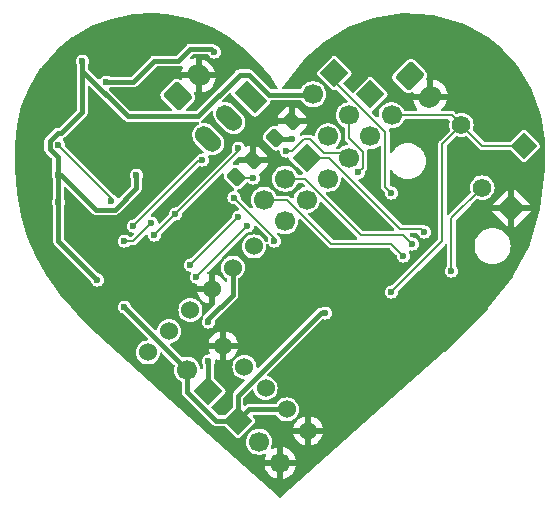
<source format=gtl>
G04 #@! TF.GenerationSoftware,KiCad,Pcbnew,(7.0.0)*
G04 #@! TF.CreationDate,2023-04-23T00:30:47-06:00*
G04 #@! TF.ProjectId,Fonocardiograma_V3B,466f6e6f-6361-4726-9469-6f6772616d61,rev?*
G04 #@! TF.SameCoordinates,Original*
G04 #@! TF.FileFunction,Copper,L1,Top*
G04 #@! TF.FilePolarity,Positive*
%FSLAX46Y46*%
G04 Gerber Fmt 4.6, Leading zero omitted, Abs format (unit mm)*
G04 Created by KiCad (PCBNEW (7.0.0)) date 2023-04-23 00:30:47*
%MOMM*%
%LPD*%
G01*
G04 APERTURE LIST*
G04 Aperture macros list*
%AMRoundRect*
0 Rectangle with rounded corners*
0 $1 Rounding radius*
0 $2 $3 $4 $5 $6 $7 $8 $9 X,Y pos of 4 corners*
0 Add a 4 corners polygon primitive as box body*
4,1,4,$2,$3,$4,$5,$6,$7,$8,$9,$2,$3,0*
0 Add four circle primitives for the rounded corners*
1,1,$1+$1,$2,$3*
1,1,$1+$1,$4,$5*
1,1,$1+$1,$6,$7*
1,1,$1+$1,$8,$9*
0 Add four rect primitives between the rounded corners*
20,1,$1+$1,$2,$3,$4,$5,0*
20,1,$1+$1,$4,$5,$6,$7,0*
20,1,$1+$1,$6,$7,$8,$9,0*
20,1,$1+$1,$8,$9,$2,$3,0*%
%AMHorizOval*
0 Thick line with rounded ends*
0 $1 width*
0 $2 $3 position (X,Y) of the first rounded end (center of the circle)*
0 $4 $5 position (X,Y) of the second rounded end (center of the circle)*
0 Add line between two ends*
20,1,$1,$2,$3,$4,$5,0*
0 Add two circle primitives to create the rounded ends*
1,1,$1,$2,$3*
1,1,$1,$4,$5*%
%AMRotRect*
0 Rectangle, with rotation*
0 The origin of the aperture is its center*
0 $1 length*
0 $2 width*
0 $3 Rotation angle, in degrees counterclockwise*
0 Add horizontal line*
21,1,$1,$2,0,0,$3*%
G04 Aperture macros list end*
G04 #@! TA.AperFunction,ComponentPad*
%ADD10C,1.524000*%
G04 #@! TD*
G04 #@! TA.AperFunction,ComponentPad*
%ADD11RotRect,1.700000X1.700000X45.000000*%
G04 #@! TD*
G04 #@! TA.AperFunction,ComponentPad*
%ADD12HorizOval,1.700000X0.000000X0.000000X0.000000X0.000000X0*%
G04 #@! TD*
G04 #@! TA.AperFunction,ComponentPad*
%ADD13RotRect,1.700000X1.700000X315.000000*%
G04 #@! TD*
G04 #@! TA.AperFunction,ComponentPad*
%ADD14HorizOval,1.700000X0.000000X0.000000X0.000000X0.000000X0*%
G04 #@! TD*
G04 #@! TA.AperFunction,ComponentPad*
%ADD15RotRect,1.560000X1.560000X225.000000*%
G04 #@! TD*
G04 #@! TA.AperFunction,ComponentPad*
%ADD16C,1.560000*%
G04 #@! TD*
G04 #@! TA.AperFunction,SMDPad,CuDef*
%ADD17RoundRect,0.250000X-0.088388X0.548008X-0.548008X0.088388X0.088388X-0.548008X0.548008X-0.088388X0*%
G04 #@! TD*
G04 #@! TA.AperFunction,ComponentPad*
%ADD18RotRect,1.700000X1.700000X135.000000*%
G04 #@! TD*
G04 #@! TA.AperFunction,ComponentPad*
%ADD19HorizOval,1.700000X0.000000X0.000000X0.000000X0.000000X0*%
G04 #@! TD*
G04 #@! TA.AperFunction,ComponentPad*
%ADD20RotRect,1.500000X2.500000X225.000000*%
G04 #@! TD*
G04 #@! TA.AperFunction,ComponentPad*
%ADD21HorizOval,1.500000X-0.353553X0.353553X0.353553X-0.353553X0*%
G04 #@! TD*
G04 #@! TA.AperFunction,ComponentPad*
%ADD22RoundRect,0.250000X-0.954594X-0.106066X-0.106066X-0.954594X0.954594X0.106066X0.106066X0.954594X0*%
G04 #@! TD*
G04 #@! TA.AperFunction,ComponentPad*
%ADD23HorizOval,1.700000X-0.106066X-0.106066X0.106066X0.106066X0*%
G04 #@! TD*
G04 #@! TA.AperFunction,ComponentPad*
%ADD24RotRect,1.700000X1.700000X225.000000*%
G04 #@! TD*
G04 #@! TA.AperFunction,ComponentPad*
%ADD25HorizOval,1.700000X0.000000X0.000000X0.000000X0.000000X0*%
G04 #@! TD*
G04 #@! TA.AperFunction,ComponentPad*
%ADD26RoundRect,0.250000X0.106066X-0.954594X0.954594X-0.106066X-0.106066X0.954594X-0.954594X0.106066X0*%
G04 #@! TD*
G04 #@! TA.AperFunction,ComponentPad*
%ADD27HorizOval,1.700000X-0.106066X0.106066X0.106066X-0.106066X0*%
G04 #@! TD*
G04 #@! TA.AperFunction,ViaPad*
%ADD28C,0.600000*%
G04 #@! TD*
G04 #@! TA.AperFunction,Conductor*
%ADD29C,0.400000*%
G04 #@! TD*
G04 #@! TA.AperFunction,Conductor*
%ADD30C,0.200000*%
G04 #@! TD*
G04 APERTURE END LIST*
D10*
X96501949Y-76943949D03*
X98298000Y-78740000D03*
X100094052Y-80536051D03*
X101890103Y-82332103D03*
X103686154Y-84128154D03*
D11*
X120903999Y-65277999D03*
D10*
X90133897Y-77506102D03*
X91929948Y-75710051D03*
X93726000Y-73914000D03*
X95522051Y-72117949D03*
X97318102Y-70321897D03*
X99114153Y-68525846D03*
D11*
X97753897Y-83275897D03*
D12*
X99549948Y-85071948D03*
X101345999Y-86867999D03*
D13*
X103555799Y-61010799D03*
D14*
X105351850Y-62806850D03*
X101759748Y-62806850D03*
X103555799Y-64602901D03*
X99963697Y-64602901D03*
X101759748Y-66398953D03*
D15*
X121969686Y-60014152D03*
D16*
X116666386Y-58246386D03*
X118434153Y-63549687D03*
D17*
X102362000Y-57912000D03*
X100912432Y-59361568D03*
D18*
X95249999Y-80771999D03*
D19*
X93453948Y-78975948D03*
D17*
X99060000Y-61214000D03*
X97610432Y-62663568D03*
D20*
X98824050Y-55861948D03*
D21*
X97027999Y-57657999D03*
X95231948Y-59454050D03*
D13*
X108965999Y-55625999D03*
D14*
X110762050Y-57422050D03*
X107169948Y-57422050D03*
X108965999Y-59218101D03*
X105373897Y-59218101D03*
X107169948Y-61014153D03*
D22*
X112278233Y-54112233D03*
D23*
X114045999Y-55879999D03*
D24*
X105917999Y-53847999D03*
D25*
X104121948Y-55644050D03*
D26*
X92648594Y-55808361D03*
D27*
X94416360Y-54040593D03*
D28*
X95758000Y-52070000D03*
X86614000Y-54610000D03*
X81026000Y-68580000D03*
X114808000Y-76962000D03*
X101346000Y-89154000D03*
X94996000Y-67818000D03*
X106426000Y-74676000D03*
X80010000Y-65278000D03*
X84836000Y-58166000D03*
X92456000Y-64262000D03*
X98552000Y-63754000D03*
X94996000Y-83566000D03*
X117602000Y-50800000D03*
X93472000Y-49784000D03*
X85852000Y-59182000D03*
X108458000Y-50292000D03*
X121666000Y-54864000D03*
X110490000Y-81026000D03*
X109728000Y-66548000D03*
X119888000Y-52578000D03*
X96774000Y-85090000D03*
X86106000Y-56642000D03*
X122174000Y-67310000D03*
X79756000Y-58928000D03*
X85344000Y-74422000D03*
X108458000Y-82804000D03*
X103886000Y-86868000D03*
X99060000Y-87122000D03*
X98806000Y-57912000D03*
X89662000Y-78740000D03*
X87630000Y-76708000D03*
X86868000Y-60198000D03*
X83058000Y-71628000D03*
X105156000Y-66294000D03*
X123190000Y-61468000D03*
X83058000Y-52324000D03*
X119126000Y-72390000D03*
X96266000Y-50800000D03*
X81026000Y-54864000D03*
X97282000Y-59436000D03*
X111506000Y-49530000D03*
X121158000Y-69850000D03*
X96520000Y-66294000D03*
X117094000Y-74930000D03*
X79756000Y-61976000D03*
X86106000Y-50038000D03*
X105918000Y-64262000D03*
X122936000Y-64516000D03*
X92456000Y-81026000D03*
X100076000Y-62992000D03*
X101346000Y-61214000D03*
X89662000Y-49530000D03*
X122936000Y-58166000D03*
X112522000Y-78994000D03*
X98552000Y-52578000D03*
X114808000Y-49784000D03*
X106172000Y-84836000D03*
X105156000Y-74168000D03*
X84582000Y-52832000D03*
X89154000Y-62484000D03*
X82550000Y-62484000D03*
X88138000Y-73660000D03*
X82550000Y-64770000D03*
X85852000Y-71374000D03*
X82550000Y-59944000D03*
X87009329Y-64657329D03*
X99060000Y-62738000D03*
X102362000Y-59436000D03*
X110744000Y-72390000D03*
X107950000Y-62252700D03*
X97790000Y-60198000D03*
X90678000Y-67564000D03*
X101854000Y-60452000D03*
X92456000Y-65786000D03*
X113538000Y-67310000D03*
X112522000Y-68326000D03*
X97790000Y-66040000D03*
X93726000Y-70104000D03*
X111760000Y-69342000D03*
X98552000Y-66802000D03*
X94234000Y-71120000D03*
X88900000Y-66802000D03*
X94742000Y-61214000D03*
X100838000Y-68072000D03*
X97409000Y-64389000D03*
X115824000Y-70612000D03*
X110744000Y-64008000D03*
X95250000Y-78232000D03*
X95250000Y-74930000D03*
X90424000Y-66548000D03*
X88138000Y-68072000D03*
D29*
X95504000Y-51816000D02*
X95758000Y-52070000D01*
X92710000Y-52832000D02*
X93726000Y-51816000D01*
X88900000Y-54610000D02*
X90678000Y-52832000D01*
X86614000Y-54610000D02*
X88900000Y-54610000D01*
X90678000Y-52832000D02*
X92710000Y-52832000D01*
X93726000Y-51816000D02*
X95504000Y-51816000D01*
X82550000Y-68072000D02*
X85852000Y-71374000D01*
X89154000Y-63577561D02*
X89154000Y-62484000D01*
X104743833Y-74168000D02*
X97753898Y-81157935D01*
X82550000Y-62484000D02*
X82501097Y-62435097D01*
X82804000Y-62484000D02*
X85730329Y-65410329D01*
X97753898Y-81157935D02*
X97753898Y-83275898D01*
X81797000Y-60255904D02*
X82271548Y-60730452D01*
X105156000Y-74168000D02*
X104743833Y-74168000D01*
X82501097Y-58928000D02*
X81797000Y-59632097D01*
X84582000Y-52832000D02*
X84582000Y-57150000D01*
X101890103Y-82332103D02*
X98697693Y-82332103D01*
X82501097Y-60960000D02*
X82271548Y-60730452D01*
X82550000Y-62484000D02*
X82804000Y-62484000D01*
X98658137Y-53994735D02*
X100353126Y-55689724D01*
X84582000Y-52832000D02*
X84582000Y-53642903D01*
X97897265Y-53994735D02*
X98658137Y-53994735D01*
X93453949Y-78975949D02*
X88138000Y-73660000D01*
X87321232Y-65410329D02*
X89154000Y-63577561D01*
X81797000Y-59632097D02*
X81797000Y-60255904D01*
X84582000Y-53642903D02*
X88466458Y-57527361D01*
X104076276Y-55689724D02*
X104121949Y-55644051D01*
X98697693Y-82332103D02*
X97753898Y-83275898D01*
X94364639Y-57527361D02*
X97897265Y-53994735D01*
X93453949Y-78975949D02*
X93453949Y-80818669D01*
X88466458Y-57527361D02*
X94364639Y-57527361D01*
X82804000Y-58928000D02*
X82501097Y-58928000D01*
X82550000Y-62484000D02*
X82550000Y-68072000D01*
X85730329Y-65410329D02*
X87321232Y-65410329D01*
X82501097Y-62435097D02*
X82501097Y-60960000D01*
X82271548Y-60730452D02*
X81797000Y-60255903D01*
X95911178Y-83275898D02*
X97753898Y-83275898D01*
X84582000Y-57150000D02*
X82804000Y-58928000D01*
X93453949Y-80818669D02*
X95911178Y-83275898D01*
X100353126Y-55689724D02*
X104076276Y-55689724D01*
D30*
X82550000Y-59944000D02*
X87009329Y-64403329D01*
X87009329Y-64403329D02*
X87009329Y-64657329D01*
X99060000Y-62738000D02*
X97684864Y-62738000D01*
D29*
X102362000Y-59436000D02*
X100986864Y-59436000D01*
X100986864Y-59436000D02*
X100912432Y-59361568D01*
D30*
X110762051Y-57422051D02*
X115842051Y-57422051D01*
X121969687Y-60014153D02*
X118434153Y-60014153D01*
X114554000Y-68580000D02*
X115062000Y-68072000D01*
X118434153Y-60014153D02*
X116666386Y-58246386D01*
X115062000Y-59850772D02*
X115062000Y-67818000D01*
X115842051Y-57422051D02*
X116666386Y-58246386D01*
X114554000Y-68580000D02*
X110744000Y-72390000D01*
X115062000Y-68072000D02*
X115062000Y-67818000D01*
X116666386Y-58246386D02*
X115062000Y-59850772D01*
X107169949Y-59387808D02*
X107169949Y-57422051D01*
X108319949Y-60537808D02*
X107169949Y-59387808D01*
X108319949Y-61882751D02*
X108319949Y-60537808D01*
X107950000Y-62252700D02*
X108319949Y-61882751D01*
X90678000Y-67564000D02*
X92456000Y-65786000D01*
X105060800Y-60610800D02*
X106766595Y-60610800D01*
X102354424Y-60459576D02*
X103378000Y-59436000D01*
X106766595Y-60610800D02*
X107169949Y-61014154D01*
X97790000Y-60452000D02*
X97790000Y-60198000D01*
X103378000Y-59436000D02*
X103886000Y-59436000D01*
X92456000Y-65786000D02*
X97790000Y-60452000D01*
X103886000Y-59436000D02*
X105060800Y-60610800D01*
X101861576Y-60459576D02*
X102354424Y-60459576D01*
X103555800Y-61010800D02*
X105460800Y-61010800D01*
X111506000Y-67056000D02*
X113284000Y-67056000D01*
X113284000Y-67056000D02*
X113538000Y-67310000D01*
X105460800Y-61010800D02*
X111506000Y-67056000D01*
X103386095Y-62806851D02*
X108143244Y-67564000D01*
X101759749Y-62806851D02*
X103386095Y-62806851D01*
X108143244Y-67564000D02*
X111760000Y-67564000D01*
X111760000Y-67564000D02*
X112522000Y-68326000D01*
X97790000Y-66040000D02*
X93726000Y-70104000D01*
X101929454Y-64602902D02*
X105652552Y-68326000D01*
X99963698Y-64602902D02*
X101929454Y-64602902D01*
X105652552Y-68326000D02*
X110744000Y-68326000D01*
X110744000Y-68326000D02*
X111760000Y-69342000D01*
X94234000Y-71120000D02*
X98552000Y-66802000D01*
X94488000Y-61214000D02*
X88900000Y-66802000D01*
X94742000Y-61214000D02*
X94488000Y-61214000D01*
X97409000Y-64389000D02*
X100838000Y-67818000D01*
X100838000Y-67818000D02*
X100838000Y-68072000D01*
X115824000Y-66159840D02*
X118434153Y-63549687D01*
X115824000Y-70612000D02*
X115824000Y-66159840D01*
X105918000Y-54543756D02*
X110236000Y-58861756D01*
X110236000Y-58861756D02*
X110236000Y-63500000D01*
X110236000Y-63500000D02*
X110744000Y-64008000D01*
X105918000Y-53848000D02*
X105918000Y-54543756D01*
D29*
X95250000Y-74930000D02*
X95250000Y-74676000D01*
X97318102Y-70321897D02*
X97318102Y-72607898D01*
X95250000Y-74676000D02*
X97318102Y-72607898D01*
X95250000Y-80772000D02*
X95250000Y-78232000D01*
D30*
X90424000Y-66548000D02*
X88900000Y-68072000D01*
X88900000Y-68072000D02*
X88138000Y-68072000D01*
G04 #@! TA.AperFunction,Conductor*
G36*
X90564558Y-48778524D02*
G01*
X91736483Y-48874449D01*
X92182410Y-48910949D01*
X92199585Y-48913577D01*
X93771014Y-49268128D01*
X93787506Y-49273074D01*
X95298900Y-49843464D01*
X95314250Y-49850485D01*
X95531678Y-49968461D01*
X96751882Y-50630541D01*
X96765763Y-50639310D01*
X97016360Y-50821894D01*
X98115757Y-51622910D01*
X98127955Y-51633053D01*
X99376350Y-52814108D01*
X99386766Y-52825254D01*
X100520706Y-54199142D01*
X100527239Y-54207803D01*
X101080926Y-55012818D01*
X101079786Y-55013601D01*
X101079825Y-55013656D01*
X101080929Y-55012829D01*
X101080980Y-55012897D01*
X101081032Y-55012972D01*
X101079898Y-55013757D01*
X101079937Y-55013812D01*
X101081041Y-55012979D01*
X101099553Y-55037488D01*
X101124076Y-55100774D01*
X101111609Y-55167490D01*
X101065886Y-55217649D01*
X101000606Y-55236224D01*
X100592334Y-55236224D01*
X100544881Y-55226785D01*
X100504653Y-55199905D01*
X99001741Y-53696993D01*
X98992474Y-53686624D01*
X98988660Y-53681841D01*
X98970079Y-53658541D01*
X98922525Y-53626119D01*
X98918746Y-53623438D01*
X98879912Y-53594777D01*
X98872437Y-53589260D01*
X98864271Y-53586402D01*
X98857126Y-53581531D01*
X98848253Y-53578794D01*
X98848251Y-53578793D01*
X98802121Y-53564564D01*
X98797719Y-53563115D01*
X98752164Y-53547175D01*
X98752160Y-53547174D01*
X98743400Y-53544109D01*
X98734760Y-53543785D01*
X98726491Y-53541235D01*
X98717201Y-53541235D01*
X98668908Y-53541235D01*
X98664271Y-53541148D01*
X98616075Y-53539344D01*
X98616071Y-53539344D01*
X98606788Y-53538997D01*
X98600054Y-53540801D01*
X98592336Y-53541235D01*
X97929696Y-53541235D01*
X97915812Y-53540455D01*
X97889347Y-53537473D01*
X97880117Y-53536433D01*
X97870995Y-53538158D01*
X97870988Y-53538159D01*
X97823546Y-53547135D01*
X97818980Y-53547911D01*
X97771267Y-53555103D01*
X97771262Y-53555104D01*
X97762084Y-53556488D01*
X97754291Y-53560240D01*
X97745792Y-53561849D01*
X97737589Y-53566184D01*
X97737584Y-53566186D01*
X97694904Y-53588742D01*
X97690771Y-53590828D01*
X97647285Y-53611771D01*
X97647276Y-53611776D01*
X97638914Y-53615804D01*
X97632575Y-53621685D01*
X97624926Y-53625728D01*
X97618362Y-53632291D01*
X97618359Y-53632294D01*
X97584206Y-53666446D01*
X97580871Y-53669659D01*
X97538700Y-53708789D01*
X97535215Y-53714823D01*
X97530058Y-53720594D01*
X94213112Y-57037542D01*
X94172884Y-57064422D01*
X94125431Y-57073861D01*
X93455173Y-57073861D01*
X93398878Y-57060346D01*
X93354855Y-57022746D01*
X93332700Y-56969259D01*
X93337242Y-56911543D01*
X93367492Y-56862180D01*
X93675977Y-56553695D01*
X93993272Y-56236400D01*
X94031115Y-56189439D01*
X94091261Y-56057738D01*
X94111867Y-55914427D01*
X94091261Y-55771116D01*
X94031115Y-55639415D01*
X94027839Y-55635349D01*
X94009645Y-55570673D01*
X94028798Y-55505077D01*
X94058566Y-55478524D01*
X94666361Y-55478524D01*
X94668742Y-55489267D01*
X94679735Y-55489747D01*
X94867828Y-55456582D01*
X94878258Y-55453787D01*
X95090056Y-55376699D01*
X95099829Y-55372142D01*
X95295027Y-55259445D01*
X95303854Y-55253264D01*
X95476528Y-55108374D01*
X95484141Y-55100761D01*
X95629031Y-54928087D01*
X95635212Y-54919260D01*
X95747909Y-54724062D01*
X95752466Y-54714289D01*
X95829554Y-54502492D01*
X95832349Y-54492062D01*
X95865514Y-54303968D01*
X95865034Y-54292975D01*
X95854291Y-54290594D01*
X94682687Y-54290594D01*
X94669811Y-54294044D01*
X94666361Y-54306920D01*
X94666361Y-55478524D01*
X94058566Y-55478524D01*
X94079794Y-55459588D01*
X94147143Y-55448022D01*
X94163650Y-55449829D01*
X94166361Y-55438752D01*
X94166361Y-54306920D01*
X94162910Y-54294044D01*
X94150035Y-54290594D01*
X93018202Y-54290594D01*
X93007123Y-54293305D01*
X93008931Y-54309812D01*
X92997365Y-54377160D01*
X92951877Y-54428154D01*
X92886283Y-54447308D01*
X92821606Y-54429116D01*
X92817540Y-54425840D01*
X92810481Y-54422616D01*
X92810479Y-54422615D01*
X92693909Y-54369379D01*
X92693906Y-54369378D01*
X92685839Y-54365694D01*
X92677060Y-54364431D01*
X92677058Y-54364431D01*
X92551305Y-54346350D01*
X92542528Y-54345088D01*
X92533751Y-54346350D01*
X92407997Y-54364431D01*
X92407993Y-54364432D01*
X92399217Y-54365694D01*
X92391151Y-54369377D01*
X92391146Y-54369379D01*
X92274574Y-54422616D01*
X92274569Y-54422618D01*
X92267516Y-54425840D01*
X92261476Y-54430706D01*
X92261473Y-54430709D01*
X92223145Y-54461595D01*
X92223135Y-54461603D01*
X92220555Y-54463683D01*
X92218211Y-54466026D01*
X92218202Y-54466035D01*
X91306268Y-55377969D01*
X91306259Y-55377978D01*
X91303916Y-55380322D01*
X91301836Y-55382902D01*
X91301828Y-55382912D01*
X91270942Y-55421240D01*
X91270939Y-55421243D01*
X91266073Y-55427283D01*
X91262851Y-55434336D01*
X91262849Y-55434341D01*
X91209612Y-55550913D01*
X91209610Y-55550918D01*
X91205927Y-55558984D01*
X91204665Y-55567760D01*
X91204664Y-55567764D01*
X91193348Y-55646470D01*
X91185321Y-55702295D01*
X91186583Y-55711072D01*
X91198205Y-55791906D01*
X91205927Y-55845606D01*
X91209611Y-55853673D01*
X91209612Y-55853676D01*
X91241365Y-55923204D01*
X91266073Y-55977307D01*
X91303916Y-56024268D01*
X91306268Y-56026620D01*
X92141828Y-56862180D01*
X92172078Y-56911543D01*
X92176620Y-56969259D01*
X92154465Y-57022746D01*
X92110442Y-57060346D01*
X92054147Y-57073861D01*
X88705665Y-57073861D01*
X88658212Y-57064422D01*
X88617984Y-57037542D01*
X86867653Y-55287211D01*
X86837915Y-55239389D01*
X86832395Y-55183345D01*
X86852232Y-55130639D01*
X86890928Y-55094396D01*
X86893138Y-55093481D01*
X86899585Y-55088533D01*
X86906624Y-55084470D01*
X86906835Y-55084837D01*
X86934443Y-55070081D01*
X86974302Y-55063500D01*
X88867578Y-55063500D01*
X88881460Y-55064279D01*
X88917149Y-55068301D01*
X88973696Y-55057601D01*
X88978253Y-55056827D01*
X89035181Y-55048247D01*
X89042973Y-55044494D01*
X89051473Y-55042886D01*
X89059690Y-55038543D01*
X89059693Y-55038542D01*
X89102376Y-55015983D01*
X89106508Y-55013896D01*
X89158351Y-54988931D01*
X89164689Y-54983049D01*
X89172339Y-54979007D01*
X89213079Y-54938265D01*
X89216336Y-54935127D01*
X89258565Y-54895946D01*
X89262052Y-54889904D01*
X89267195Y-54884149D01*
X90829526Y-53321819D01*
X90869755Y-53294939D01*
X90917208Y-53285500D01*
X92677578Y-53285500D01*
X92691460Y-53286279D01*
X92727149Y-53290301D01*
X92783696Y-53279601D01*
X92788253Y-53278827D01*
X92845181Y-53270247D01*
X92852973Y-53266494D01*
X92861473Y-53264886D01*
X92869690Y-53260543D01*
X92869693Y-53260542D01*
X92893800Y-53247801D01*
X92951123Y-53233432D01*
X93008587Y-53247227D01*
X93053140Y-53286053D01*
X93074662Y-53341091D01*
X93068265Y-53399841D01*
X93003167Y-53578695D01*
X93000372Y-53589125D01*
X92967207Y-53777219D01*
X92967687Y-53788212D01*
X92978431Y-53790594D01*
X94150035Y-53790594D01*
X94162910Y-53787143D01*
X94166361Y-53774268D01*
X94666361Y-53774268D01*
X94669811Y-53787143D01*
X94682687Y-53790594D01*
X95814519Y-53790594D01*
X95825597Y-53787883D01*
X95824355Y-53776544D01*
X95752468Y-53579034D01*
X95747908Y-53569255D01*
X95635213Y-53374061D01*
X95629027Y-53365227D01*
X95520435Y-53235811D01*
X95516792Y-53231836D01*
X95225118Y-52940162D01*
X95221143Y-52936519D01*
X95091727Y-52827927D01*
X95082893Y-52821741D01*
X94887697Y-52709045D01*
X94877924Y-52704488D01*
X94680409Y-52632598D01*
X94669071Y-52631356D01*
X94666361Y-52642435D01*
X94666361Y-53774268D01*
X94166361Y-53774268D01*
X94166361Y-52602664D01*
X94163979Y-52591920D01*
X94152986Y-52591440D01*
X93964893Y-52624605D01*
X93954455Y-52627402D01*
X93853486Y-52664151D01*
X93787416Y-52669351D01*
X93728104Y-52639778D01*
X93692495Y-52583882D01*
X93690761Y-52517630D01*
X93723392Y-52459953D01*
X93877529Y-52305816D01*
X93917756Y-52278939D01*
X93965208Y-52269500D01*
X95158678Y-52269500D01*
X95206134Y-52278940D01*
X95246365Y-52305824D01*
X95266073Y-52335325D01*
X95267345Y-52334591D01*
X95271409Y-52341630D01*
X95274519Y-52349138D01*
X95279466Y-52355585D01*
X95356707Y-52456249D01*
X95363239Y-52464761D01*
X95478862Y-52553481D01*
X95613508Y-52609253D01*
X95758000Y-52628276D01*
X95902492Y-52609253D01*
X96037138Y-52553481D01*
X96152761Y-52464761D01*
X96241481Y-52349138D01*
X96297253Y-52214492D01*
X96316276Y-52070000D01*
X96297253Y-51925508D01*
X96241481Y-51790862D01*
X96152761Y-51675239D01*
X96037138Y-51586519D01*
X96029630Y-51583409D01*
X95910004Y-51533858D01*
X95910000Y-51533856D01*
X95902492Y-51530747D01*
X95894432Y-51529685D01*
X95886584Y-51527583D01*
X95887026Y-51525933D01*
X95855929Y-51515528D01*
X95829175Y-51492717D01*
X95828549Y-51493393D01*
X95821735Y-51487071D01*
X95815942Y-51479806D01*
X95768388Y-51447384D01*
X95764609Y-51444703D01*
X95725775Y-51416042D01*
X95718300Y-51410525D01*
X95710134Y-51407667D01*
X95702989Y-51402796D01*
X95694116Y-51400059D01*
X95694114Y-51400058D01*
X95647984Y-51385829D01*
X95643582Y-51384380D01*
X95598027Y-51368440D01*
X95598023Y-51368439D01*
X95589263Y-51365374D01*
X95580623Y-51365050D01*
X95572354Y-51362500D01*
X95563064Y-51362500D01*
X95514771Y-51362500D01*
X95510134Y-51362413D01*
X95461938Y-51360609D01*
X95461934Y-51360609D01*
X95452651Y-51360262D01*
X95445917Y-51362066D01*
X95438199Y-51362500D01*
X93758422Y-51362500D01*
X93744539Y-51361720D01*
X93718081Y-51358739D01*
X93708851Y-51357699D01*
X93699728Y-51359424D01*
X93699724Y-51359425D01*
X93652303Y-51368397D01*
X93647737Y-51369173D01*
X93600002Y-51376368D01*
X93599997Y-51376369D01*
X93590819Y-51377753D01*
X93583026Y-51381505D01*
X93574527Y-51383114D01*
X93566324Y-51387449D01*
X93566319Y-51387451D01*
X93523639Y-51410007D01*
X93519506Y-51412093D01*
X93476020Y-51433036D01*
X93476011Y-51433041D01*
X93467649Y-51437069D01*
X93461310Y-51442950D01*
X93453661Y-51446993D01*
X93447097Y-51453556D01*
X93447094Y-51453559D01*
X93412941Y-51487711D01*
X93409606Y-51490924D01*
X93367435Y-51530054D01*
X93363950Y-51536088D01*
X93358793Y-51541859D01*
X92558473Y-52342181D01*
X92518245Y-52369061D01*
X92470792Y-52378500D01*
X90710430Y-52378500D01*
X90696546Y-52377720D01*
X90670084Y-52374738D01*
X90670081Y-52374738D01*
X90660851Y-52373698D01*
X90651724Y-52375424D01*
X90651719Y-52375425D01*
X90604297Y-52384398D01*
X90599727Y-52385175D01*
X90552004Y-52392368D01*
X90552000Y-52392369D01*
X90542819Y-52393753D01*
X90535026Y-52397505D01*
X90526527Y-52399114D01*
X90518324Y-52403449D01*
X90518319Y-52403451D01*
X90475639Y-52426007D01*
X90471506Y-52428093D01*
X90428020Y-52449036D01*
X90428011Y-52449041D01*
X90419649Y-52453069D01*
X90413310Y-52458950D01*
X90405661Y-52462993D01*
X90399097Y-52469556D01*
X90399094Y-52469559D01*
X90364941Y-52503711D01*
X90361606Y-52506924D01*
X90319435Y-52546054D01*
X90315950Y-52552088D01*
X90310793Y-52557859D01*
X88748473Y-54120181D01*
X88708245Y-54147061D01*
X88660792Y-54156500D01*
X86974302Y-54156500D01*
X86934443Y-54149919D01*
X86906835Y-54135162D01*
X86906624Y-54135530D01*
X86899585Y-54131466D01*
X86893138Y-54126519D01*
X86768731Y-54074988D01*
X86766001Y-54073857D01*
X86765998Y-54073856D01*
X86758492Y-54070747D01*
X86750438Y-54069686D01*
X86750432Y-54069685D01*
X86622059Y-54052785D01*
X86614000Y-54051724D01*
X86605941Y-54052785D01*
X86477567Y-54069685D01*
X86477559Y-54069686D01*
X86469508Y-54070747D01*
X86462003Y-54073855D01*
X86461998Y-54073857D01*
X86342369Y-54123409D01*
X86342365Y-54123410D01*
X86334862Y-54126519D01*
X86328417Y-54131463D01*
X86328414Y-54131466D01*
X86225685Y-54210292D01*
X86225681Y-54210295D01*
X86219239Y-54215239D01*
X86214295Y-54221681D01*
X86214292Y-54221685D01*
X86135466Y-54324414D01*
X86135463Y-54324417D01*
X86130519Y-54330862D01*
X86129603Y-54333073D01*
X86093358Y-54371769D01*
X86040653Y-54391604D01*
X85984611Y-54386084D01*
X85936789Y-54356346D01*
X85071819Y-53491376D01*
X85044939Y-53451148D01*
X85035500Y-53403695D01*
X85035500Y-53192302D01*
X85042081Y-53152443D01*
X85056837Y-53124835D01*
X85056470Y-53124624D01*
X85060532Y-53117586D01*
X85065481Y-53111138D01*
X85121253Y-52976492D01*
X85140276Y-52832000D01*
X85121253Y-52687508D01*
X85065481Y-52552862D01*
X84976761Y-52437239D01*
X84861138Y-52348519D01*
X84845837Y-52342181D01*
X84734001Y-52295857D01*
X84733998Y-52295856D01*
X84726492Y-52292747D01*
X84718438Y-52291686D01*
X84718432Y-52291685D01*
X84590059Y-52274785D01*
X84582000Y-52273724D01*
X84573941Y-52274785D01*
X84445567Y-52291685D01*
X84445559Y-52291686D01*
X84437508Y-52292747D01*
X84430003Y-52295855D01*
X84429998Y-52295857D01*
X84310369Y-52345409D01*
X84310365Y-52345410D01*
X84302862Y-52348519D01*
X84296417Y-52353463D01*
X84296414Y-52353466D01*
X84193685Y-52432292D01*
X84193681Y-52432295D01*
X84187239Y-52437239D01*
X84182295Y-52443681D01*
X84182292Y-52443685D01*
X84103466Y-52546414D01*
X84103463Y-52546417D01*
X84098519Y-52552862D01*
X84095410Y-52560365D01*
X84095409Y-52560369D01*
X84045857Y-52679998D01*
X84045855Y-52680003D01*
X84042747Y-52687508D01*
X84041686Y-52695559D01*
X84041685Y-52695567D01*
X84025486Y-52818614D01*
X84023724Y-52832000D01*
X84024785Y-52840059D01*
X84041685Y-52968432D01*
X84041686Y-52968438D01*
X84042747Y-52976492D01*
X84045856Y-52983998D01*
X84045857Y-52984001D01*
X84095409Y-53103630D01*
X84098519Y-53111138D01*
X84103466Y-53117585D01*
X84107530Y-53124624D01*
X84107162Y-53124835D01*
X84121919Y-53152443D01*
X84128500Y-53192302D01*
X84128500Y-53610481D01*
X84127720Y-53624364D01*
X84124739Y-53650817D01*
X84124739Y-53650820D01*
X84123699Y-53660052D01*
X84125425Y-53669178D01*
X84125426Y-53669183D01*
X84126338Y-53674001D01*
X84128500Y-53697053D01*
X84128500Y-56910792D01*
X84119061Y-56958245D01*
X84092181Y-56998473D01*
X82652473Y-58438181D01*
X82612245Y-58465061D01*
X82564792Y-58474500D01*
X82533528Y-58474500D01*
X82519644Y-58473720D01*
X82493179Y-58470738D01*
X82483949Y-58469698D01*
X82474827Y-58471423D01*
X82474820Y-58471424D01*
X82427378Y-58480400D01*
X82422812Y-58481176D01*
X82375099Y-58488368D01*
X82375094Y-58488369D01*
X82365916Y-58489753D01*
X82358123Y-58493505D01*
X82349624Y-58495114D01*
X82341421Y-58499449D01*
X82341416Y-58499451D01*
X82298736Y-58522007D01*
X82294603Y-58524093D01*
X82251117Y-58545036D01*
X82251108Y-58545041D01*
X82242746Y-58549069D01*
X82236407Y-58554950D01*
X82228758Y-58558993D01*
X82222194Y-58565556D01*
X82222191Y-58565559D01*
X82188038Y-58599711D01*
X82184703Y-58602924D01*
X82142532Y-58642054D01*
X82139047Y-58648088D01*
X82133890Y-58653859D01*
X81499256Y-59288493D01*
X81488891Y-59297756D01*
X81468073Y-59314358D01*
X81468067Y-59314364D01*
X81460806Y-59320155D01*
X81455575Y-59327826D01*
X81455566Y-59327837D01*
X81428379Y-59367713D01*
X81425698Y-59371492D01*
X81397042Y-59410319D01*
X81397036Y-59410328D01*
X81391525Y-59417797D01*
X81388667Y-59425962D01*
X81383796Y-59433108D01*
X81381059Y-59441978D01*
X81381059Y-59441980D01*
X81366827Y-59488119D01*
X81365378Y-59492521D01*
X81349440Y-59538068D01*
X81349438Y-59538075D01*
X81346374Y-59546834D01*
X81346050Y-59555473D01*
X81343500Y-59563743D01*
X81343500Y-59573029D01*
X81343500Y-59621326D01*
X81343413Y-59625963D01*
X81341609Y-59674158D01*
X81341609Y-59674161D01*
X81341262Y-59683446D01*
X81343066Y-59690179D01*
X81343500Y-59697898D01*
X81343500Y-60223483D01*
X81342720Y-60237366D01*
X81339740Y-60263810D01*
X81339740Y-60263814D01*
X81339207Y-60268547D01*
X81338699Y-60273053D01*
X81340426Y-60282185D01*
X81340427Y-60282190D01*
X81349397Y-60329605D01*
X81350173Y-60334169D01*
X81355543Y-60369788D01*
X81358753Y-60391085D01*
X81362505Y-60398877D01*
X81364114Y-60407377D01*
X81368452Y-60415586D01*
X81368455Y-60415593D01*
X81391017Y-60458282D01*
X81393103Y-60462413D01*
X81418069Y-60514255D01*
X81423950Y-60520593D01*
X81427993Y-60528243D01*
X81434564Y-60534814D01*
X81468694Y-60568944D01*
X81471911Y-60572283D01*
X81511054Y-60614469D01*
X81517090Y-60617954D01*
X81522859Y-60623109D01*
X81701448Y-60801698D01*
X81902541Y-61002791D01*
X81902542Y-61002792D01*
X81974097Y-61074347D01*
X82011278Y-61111527D01*
X82038158Y-61151756D01*
X82047597Y-61199209D01*
X82047597Y-62225879D01*
X82038158Y-62273332D01*
X82013857Y-62331998D01*
X82013855Y-62332003D01*
X82010747Y-62339508D01*
X82009686Y-62347559D01*
X82009685Y-62347567D01*
X81993550Y-62470133D01*
X81991724Y-62484000D01*
X81992785Y-62492059D01*
X82009685Y-62620432D01*
X82009686Y-62620438D01*
X82010747Y-62628492D01*
X82013856Y-62635998D01*
X82013857Y-62636001D01*
X82056641Y-62739290D01*
X82066519Y-62763138D01*
X82071466Y-62769585D01*
X82075530Y-62776624D01*
X82075162Y-62776835D01*
X82089919Y-62804443D01*
X82096500Y-62844302D01*
X82096500Y-64409698D01*
X82089919Y-64449557D01*
X82075162Y-64477164D01*
X82075530Y-64477376D01*
X82071465Y-64484415D01*
X82066519Y-64490862D01*
X82063410Y-64498365D01*
X82063409Y-64498369D01*
X82013857Y-64617998D01*
X82013855Y-64618003D01*
X82010747Y-64625508D01*
X82009686Y-64633559D01*
X82009685Y-64633567D01*
X81996149Y-64736388D01*
X81991724Y-64770000D01*
X81992785Y-64778059D01*
X82009685Y-64906432D01*
X82009686Y-64906438D01*
X82010747Y-64914492D01*
X82013856Y-64921998D01*
X82013857Y-64922001D01*
X82057763Y-65028000D01*
X82066519Y-65049138D01*
X82071466Y-65055585D01*
X82075530Y-65062624D01*
X82075162Y-65062835D01*
X82089919Y-65090443D01*
X82096500Y-65130302D01*
X82096500Y-68039578D01*
X82095720Y-68053460D01*
X82091699Y-68089149D01*
X82093424Y-68098270D01*
X82093425Y-68098278D01*
X82102397Y-68145701D01*
X82103173Y-68150265D01*
X82106751Y-68173998D01*
X82111753Y-68207181D01*
X82115505Y-68214973D01*
X82117114Y-68223473D01*
X82121452Y-68231682D01*
X82121455Y-68231689D01*
X82144017Y-68274378D01*
X82146103Y-68278509D01*
X82171069Y-68330351D01*
X82176950Y-68336689D01*
X82180993Y-68344339D01*
X82187563Y-68350909D01*
X82187564Y-68350910D01*
X82221708Y-68385054D01*
X82224925Y-68388394D01*
X82264054Y-68430565D01*
X82270092Y-68434051D01*
X82275857Y-68439203D01*
X83788652Y-69951998D01*
X85276554Y-71439899D01*
X85300084Y-71472733D01*
X85309173Y-71502693D01*
X85309583Y-71502584D01*
X85311685Y-71510432D01*
X85312747Y-71518492D01*
X85315856Y-71526000D01*
X85315858Y-71526004D01*
X85336325Y-71575415D01*
X85368519Y-71653138D01*
X85457239Y-71768761D01*
X85572862Y-71857481D01*
X85707508Y-71913253D01*
X85852000Y-71932276D01*
X85996492Y-71913253D01*
X86131138Y-71857481D01*
X86246761Y-71768761D01*
X86335481Y-71653138D01*
X86391253Y-71518492D01*
X86410276Y-71374000D01*
X86391253Y-71229508D01*
X86335481Y-71094862D01*
X86246761Y-70979239D01*
X86131138Y-70890519D01*
X86123630Y-70887409D01*
X86004004Y-70837858D01*
X86004000Y-70837856D01*
X85996492Y-70834747D01*
X85988432Y-70833685D01*
X85980584Y-70831583D01*
X85980693Y-70831173D01*
X85950733Y-70822084D01*
X85917899Y-70798554D01*
X83039819Y-67920473D01*
X83012939Y-67880245D01*
X83003500Y-67832792D01*
X83003500Y-65130302D01*
X83010081Y-65090443D01*
X83024837Y-65062835D01*
X83024470Y-65062624D01*
X83028532Y-65055586D01*
X83033481Y-65049138D01*
X83089253Y-64914492D01*
X83108276Y-64770000D01*
X83089253Y-64625508D01*
X83033481Y-64490862D01*
X83028533Y-64484414D01*
X83024470Y-64477376D01*
X83024837Y-64477164D01*
X83010081Y-64449557D01*
X83003500Y-64409698D01*
X83003500Y-63624208D01*
X83017015Y-63567913D01*
X83054615Y-63523890D01*
X83108102Y-63501735D01*
X83165818Y-63506277D01*
X83215181Y-63536527D01*
X85386720Y-65708065D01*
X85395986Y-65718433D01*
X85412592Y-65739257D01*
X85412594Y-65739259D01*
X85418387Y-65746523D01*
X85465966Y-65778962D01*
X85469709Y-65781617D01*
X85516029Y-65815804D01*
X85524194Y-65818661D01*
X85531340Y-65823533D01*
X85586419Y-65840522D01*
X85590672Y-65841921D01*
X85645066Y-65860955D01*
X85653705Y-65861278D01*
X85661975Y-65863829D01*
X85719558Y-65863829D01*
X85724194Y-65863915D01*
X85781678Y-65866067D01*
X85788411Y-65864262D01*
X85796130Y-65863829D01*
X87288810Y-65863829D01*
X87302692Y-65864608D01*
X87338381Y-65868630D01*
X87394928Y-65857930D01*
X87399485Y-65857156D01*
X87456413Y-65848576D01*
X87464205Y-65844823D01*
X87472705Y-65843215D01*
X87480922Y-65838872D01*
X87480925Y-65838871D01*
X87523608Y-65816312D01*
X87527740Y-65814225D01*
X87579583Y-65789260D01*
X87585921Y-65783378D01*
X87593571Y-65779336D01*
X87634311Y-65738594D01*
X87637568Y-65735456D01*
X87679797Y-65696275D01*
X87683284Y-65690233D01*
X87688427Y-65684478D01*
X89451747Y-63921158D01*
X89462110Y-63911898D01*
X89464050Y-63910351D01*
X89490194Y-63889503D01*
X89522619Y-63841941D01*
X89525269Y-63838205D01*
X89559475Y-63791861D01*
X89562332Y-63783695D01*
X89567204Y-63776550D01*
X89584177Y-63721521D01*
X89585615Y-63717150D01*
X89604626Y-63662824D01*
X89604949Y-63654184D01*
X89607500Y-63645915D01*
X89607500Y-63588332D01*
X89607587Y-63583695D01*
X89609738Y-63526212D01*
X89607933Y-63519478D01*
X89607500Y-63511760D01*
X89607500Y-62844302D01*
X89614081Y-62804443D01*
X89628837Y-62776835D01*
X89628470Y-62776624D01*
X89632532Y-62769586D01*
X89637481Y-62763138D01*
X89693253Y-62628492D01*
X89712276Y-62484000D01*
X89693253Y-62339508D01*
X89637481Y-62204862D01*
X89548761Y-62089239D01*
X89531073Y-62075667D01*
X89439585Y-62005466D01*
X89433138Y-62000519D01*
X89425630Y-61997409D01*
X89306001Y-61947857D01*
X89305998Y-61947856D01*
X89298492Y-61944747D01*
X89290438Y-61943686D01*
X89290432Y-61943685D01*
X89162059Y-61926785D01*
X89154000Y-61925724D01*
X89145941Y-61926785D01*
X89017567Y-61943685D01*
X89017559Y-61943686D01*
X89009508Y-61944747D01*
X89002003Y-61947855D01*
X89001998Y-61947857D01*
X88882369Y-61997409D01*
X88882365Y-61997410D01*
X88874862Y-62000519D01*
X88868417Y-62005463D01*
X88868414Y-62005466D01*
X88765685Y-62084292D01*
X88765681Y-62084295D01*
X88759239Y-62089239D01*
X88754295Y-62095681D01*
X88754292Y-62095685D01*
X88675466Y-62198414D01*
X88675463Y-62198417D01*
X88670519Y-62204862D01*
X88667410Y-62212365D01*
X88667409Y-62212369D01*
X88617857Y-62331998D01*
X88617855Y-62332003D01*
X88614747Y-62339508D01*
X88613686Y-62347559D01*
X88613685Y-62347567D01*
X88597550Y-62470133D01*
X88595724Y-62484000D01*
X88596785Y-62492059D01*
X88613685Y-62620432D01*
X88613686Y-62620438D01*
X88614747Y-62628492D01*
X88617856Y-62635998D01*
X88617857Y-62636001D01*
X88660641Y-62739290D01*
X88670519Y-62763138D01*
X88675466Y-62769585D01*
X88679530Y-62776624D01*
X88679162Y-62776835D01*
X88693919Y-62804443D01*
X88700500Y-62844302D01*
X88700500Y-63338353D01*
X88691061Y-63385806D01*
X88664181Y-63426034D01*
X87686539Y-64403674D01*
X87638717Y-64433412D01*
X87582673Y-64438932D01*
X87529968Y-64419096D01*
X87493725Y-64380400D01*
X87492810Y-64378191D01*
X87404090Y-64262568D01*
X87386793Y-64249296D01*
X87294914Y-64178795D01*
X87288467Y-64173848D01*
X87283699Y-64171872D01*
X87264550Y-64157798D01*
X87255996Y-64149923D01*
X87252301Y-64146377D01*
X83143534Y-60037609D01*
X83116654Y-59997381D01*
X83107383Y-59950776D01*
X83108276Y-59944000D01*
X83089253Y-59799508D01*
X83033481Y-59664862D01*
X82944761Y-59549239D01*
X82941773Y-59546946D01*
X82912955Y-59500117D01*
X82908127Y-59442877D01*
X82929612Y-59389603D01*
X82972801Y-59351728D01*
X83006378Y-59333982D01*
X83010508Y-59331896D01*
X83062351Y-59306931D01*
X83068689Y-59301049D01*
X83076339Y-59297007D01*
X83117079Y-59256265D01*
X83120336Y-59253127D01*
X83162565Y-59213946D01*
X83166052Y-59207904D01*
X83171195Y-59202149D01*
X84879747Y-57493597D01*
X84890110Y-57484337D01*
X84918194Y-57461942D01*
X84950633Y-57414359D01*
X84953259Y-57410658D01*
X84987475Y-57364300D01*
X84990332Y-57356134D01*
X84995204Y-57348989D01*
X85012168Y-57293995D01*
X85013618Y-57289590D01*
X85029556Y-57244041D01*
X85029556Y-57244037D01*
X85032627Y-57235263D01*
X85032950Y-57226619D01*
X85035500Y-57218354D01*
X85035500Y-57160781D01*
X85035587Y-57156145D01*
X85036302Y-57137028D01*
X85037738Y-57098650D01*
X85035933Y-57091916D01*
X85035500Y-57084197D01*
X85035500Y-55037111D01*
X85049015Y-54980816D01*
X85086615Y-54936793D01*
X85140102Y-54914638D01*
X85197818Y-54919180D01*
X85247181Y-54949430D01*
X88122849Y-57825097D01*
X88132115Y-57835465D01*
X88148721Y-57856289D01*
X88148723Y-57856291D01*
X88154516Y-57863555D01*
X88202095Y-57895994D01*
X88205838Y-57898649D01*
X88252158Y-57932836D01*
X88260323Y-57935693D01*
X88267469Y-57940565D01*
X88322548Y-57957554D01*
X88326801Y-57958953D01*
X88381195Y-57977987D01*
X88389834Y-57978310D01*
X88398104Y-57980861D01*
X88455687Y-57980861D01*
X88460323Y-57980947D01*
X88517807Y-57983099D01*
X88524540Y-57981294D01*
X88532259Y-57980861D01*
X94332217Y-57980861D01*
X94346083Y-57981639D01*
X94358653Y-57983055D01*
X94415972Y-58004756D01*
X94455898Y-58051262D01*
X94468671Y-58111209D01*
X94451171Y-58169951D01*
X94407674Y-58213135D01*
X94286804Y-58284287D01*
X94286801Y-58284289D01*
X94281384Y-58287478D01*
X94276724Y-58291688D01*
X94276716Y-58291694D01*
X94134605Y-58420087D01*
X94134600Y-58420091D01*
X94129945Y-58424298D01*
X94126231Y-58429354D01*
X94126227Y-58429360D01*
X94012868Y-58583734D01*
X94012862Y-58583744D01*
X94009148Y-58588802D01*
X94006524Y-58594512D01*
X94006521Y-58594518D01*
X93926566Y-58768533D01*
X93926564Y-58768538D01*
X93923938Y-58774254D01*
X93922517Y-58780376D01*
X93922514Y-58780386D01*
X93879224Y-58966936D01*
X93879223Y-58966943D01*
X93877803Y-58973063D01*
X93877643Y-58979342D01*
X93877643Y-58979349D01*
X93872792Y-59170802D01*
X93872633Y-59177090D01*
X93873741Y-59183275D01*
X93873742Y-59183280D01*
X93907140Y-59369619D01*
X93908639Y-59377981D01*
X93910970Y-59383816D01*
X93910971Y-59383820D01*
X93982014Y-59561672D01*
X93982016Y-59561676D01*
X93984347Y-59567511D01*
X93987804Y-59572757D01*
X93987806Y-59572760D01*
X94081233Y-59714519D01*
X94096657Y-59737922D01*
X94101104Y-59742369D01*
X94804961Y-60446227D01*
X94838041Y-60505750D01*
X94834699Y-60573766D01*
X94795945Y-60629761D01*
X94733466Y-60656847D01*
X94605566Y-60673686D01*
X94605565Y-60673686D01*
X94597508Y-60674747D01*
X94590003Y-60677855D01*
X94589998Y-60677857D01*
X94470369Y-60727409D01*
X94470365Y-60727410D01*
X94462862Y-60730519D01*
X94456417Y-60735463D01*
X94456414Y-60735466D01*
X94353685Y-60814292D01*
X94353681Y-60814295D01*
X94347239Y-60819239D01*
X94342295Y-60825681D01*
X94342292Y-60825685D01*
X94263463Y-60928417D01*
X94263458Y-60928424D01*
X94258519Y-60934862D01*
X94256544Y-60939628D01*
X94242474Y-60958770D01*
X94234599Y-60967325D01*
X94231048Y-60971026D01*
X88993608Y-66208466D01*
X88953380Y-66235346D01*
X88906776Y-66244616D01*
X88900000Y-66243724D01*
X88891941Y-66244785D01*
X88763567Y-66261685D01*
X88763559Y-66261686D01*
X88755508Y-66262747D01*
X88748003Y-66265855D01*
X88747998Y-66265857D01*
X88628369Y-66315409D01*
X88628365Y-66315410D01*
X88620862Y-66318519D01*
X88614417Y-66323463D01*
X88614414Y-66323466D01*
X88511685Y-66402292D01*
X88511681Y-66402295D01*
X88505239Y-66407239D01*
X88500295Y-66413681D01*
X88500292Y-66413685D01*
X88421466Y-66516414D01*
X88421463Y-66516417D01*
X88416519Y-66522862D01*
X88413410Y-66530365D01*
X88413409Y-66530369D01*
X88363857Y-66649998D01*
X88363855Y-66650003D01*
X88360747Y-66657508D01*
X88359686Y-66665559D01*
X88359685Y-66665567D01*
X88345429Y-66773857D01*
X88341724Y-66802000D01*
X88342785Y-66810059D01*
X88359685Y-66938432D01*
X88359686Y-66938438D01*
X88360747Y-66946492D01*
X88363856Y-66953998D01*
X88363857Y-66954001D01*
X88405101Y-67053573D01*
X88416519Y-67081138D01*
X88505239Y-67196761D01*
X88620862Y-67285481D01*
X88755508Y-67341253D01*
X88837864Y-67352095D01*
X88900342Y-67379180D01*
X88939097Y-67435175D01*
X88942439Y-67503191D01*
X88909360Y-67562714D01*
X88789891Y-67682183D01*
X88749666Y-67709061D01*
X88702213Y-67718500D01*
X88623884Y-67718500D01*
X88576431Y-67709061D01*
X88536921Y-67682661D01*
X88532761Y-67677239D01*
X88417138Y-67588519D01*
X88404070Y-67583106D01*
X88290001Y-67535857D01*
X88289998Y-67535856D01*
X88282492Y-67532747D01*
X88274438Y-67531686D01*
X88274432Y-67531685D01*
X88146059Y-67514785D01*
X88138000Y-67513724D01*
X88129941Y-67514785D01*
X88001567Y-67531685D01*
X88001559Y-67531686D01*
X87993508Y-67532747D01*
X87986003Y-67535855D01*
X87985998Y-67535857D01*
X87866369Y-67585409D01*
X87866365Y-67585410D01*
X87858862Y-67588519D01*
X87852417Y-67593463D01*
X87852414Y-67593466D01*
X87749685Y-67672292D01*
X87749681Y-67672295D01*
X87743239Y-67677239D01*
X87738295Y-67683681D01*
X87738292Y-67683685D01*
X87659466Y-67786414D01*
X87659463Y-67786417D01*
X87654519Y-67792862D01*
X87651410Y-67800365D01*
X87651409Y-67800369D01*
X87601857Y-67919998D01*
X87601855Y-67920003D01*
X87598747Y-67927508D01*
X87597686Y-67935559D01*
X87597685Y-67935567D01*
X87582952Y-68047481D01*
X87579724Y-68072000D01*
X87580785Y-68080059D01*
X87597685Y-68208432D01*
X87597686Y-68208438D01*
X87598747Y-68216492D01*
X87601856Y-68223998D01*
X87601857Y-68224001D01*
X87646950Y-68332864D01*
X87654519Y-68351138D01*
X87680691Y-68385246D01*
X87712241Y-68426364D01*
X87743239Y-68466761D01*
X87858862Y-68555481D01*
X87993508Y-68611253D01*
X88138000Y-68630276D01*
X88282492Y-68611253D01*
X88417138Y-68555481D01*
X88532761Y-68466761D01*
X88536921Y-68461338D01*
X88576431Y-68434939D01*
X88623884Y-68425500D01*
X88850477Y-68425500D01*
X88873797Y-68427918D01*
X88875133Y-68427973D01*
X88885190Y-68430082D01*
X88915025Y-68426363D01*
X88920119Y-68425834D01*
X88924148Y-68425500D01*
X88929293Y-68425500D01*
X88948488Y-68422296D01*
X88953490Y-68421567D01*
X89002261Y-68415489D01*
X89008984Y-68412202D01*
X89016368Y-68410970D01*
X89059590Y-68387578D01*
X89064073Y-68385270D01*
X89108251Y-68363674D01*
X89113546Y-68358378D01*
X89120126Y-68354818D01*
X89153426Y-68318643D01*
X89156904Y-68315019D01*
X89917286Y-67554636D01*
X89976807Y-67521558D01*
X90044823Y-67524900D01*
X90100818Y-67563654D01*
X90127904Y-67626133D01*
X90138747Y-67708492D01*
X90141856Y-67715998D01*
X90141857Y-67716001D01*
X90191014Y-67834676D01*
X90194519Y-67843138D01*
X90283239Y-67958761D01*
X90398862Y-68047481D01*
X90533508Y-68103253D01*
X90678000Y-68122276D01*
X90822492Y-68103253D01*
X90957138Y-68047481D01*
X91072761Y-67958761D01*
X91161481Y-67843138D01*
X91217253Y-67708492D01*
X91236276Y-67564000D01*
X91235383Y-67557222D01*
X91244654Y-67510618D01*
X91271534Y-67470390D01*
X92362390Y-66379534D01*
X92402618Y-66352654D01*
X92449222Y-66343383D01*
X92456000Y-66344276D01*
X92600492Y-66325253D01*
X92735138Y-66269481D01*
X92850761Y-66180761D01*
X92939481Y-66065138D01*
X92995253Y-65930492D01*
X93014276Y-65786000D01*
X93013383Y-65779222D01*
X93022654Y-65732618D01*
X93049534Y-65692390D01*
X93560745Y-65181179D01*
X96355297Y-62386625D01*
X96408038Y-62355333D01*
X96469331Y-62353144D01*
X96524175Y-62380597D01*
X96559155Y-62430976D01*
X96565711Y-62491956D01*
X96555336Y-62564121D01*
X96553746Y-62575180D01*
X96555008Y-62583957D01*
X96569732Y-62686364D01*
X96574352Y-62718491D01*
X96578032Y-62726550D01*
X96578034Y-62726555D01*
X96624851Y-62829071D01*
X96634497Y-62850192D01*
X96672340Y-62897152D01*
X97376848Y-63601660D01*
X97400230Y-63620502D01*
X97435339Y-63665809D01*
X97446321Y-63722068D01*
X97430827Y-63777254D01*
X97392170Y-63819576D01*
X97338608Y-63839991D01*
X97272946Y-63848636D01*
X97264508Y-63849747D01*
X97257003Y-63852855D01*
X97256998Y-63852857D01*
X97137369Y-63902409D01*
X97137365Y-63902410D01*
X97129862Y-63905519D01*
X97123417Y-63910463D01*
X97123414Y-63910466D01*
X97020685Y-63989292D01*
X97020681Y-63989295D01*
X97014239Y-63994239D01*
X97009295Y-64000681D01*
X97009292Y-64000685D01*
X96930466Y-64103414D01*
X96930463Y-64103417D01*
X96925519Y-64109862D01*
X96922410Y-64117365D01*
X96922409Y-64117369D01*
X96872857Y-64236998D01*
X96872855Y-64237003D01*
X96869747Y-64244508D01*
X96868686Y-64252559D01*
X96868685Y-64252567D01*
X96857515Y-64337419D01*
X96850724Y-64389000D01*
X96851785Y-64397059D01*
X96868685Y-64525432D01*
X96868686Y-64525438D01*
X96869747Y-64533492D01*
X96872856Y-64540998D01*
X96872857Y-64541001D01*
X96892155Y-64587591D01*
X96925519Y-64668138D01*
X97014239Y-64783761D01*
X97129862Y-64872481D01*
X97264508Y-64928253D01*
X97409000Y-64947276D01*
X97415776Y-64946383D01*
X97462381Y-64955654D01*
X97502609Y-64982534D01*
X97799359Y-65279284D01*
X97832439Y-65338807D01*
X97829098Y-65406823D01*
X97790343Y-65462818D01*
X97727864Y-65489904D01*
X97653938Y-65499637D01*
X97645508Y-65500747D01*
X97638003Y-65503855D01*
X97637998Y-65503857D01*
X97518369Y-65553409D01*
X97518365Y-65553410D01*
X97510862Y-65556519D01*
X97504417Y-65561463D01*
X97504414Y-65561466D01*
X97401685Y-65640292D01*
X97401681Y-65640295D01*
X97395239Y-65645239D01*
X97390295Y-65651681D01*
X97390292Y-65651685D01*
X97311466Y-65754414D01*
X97311463Y-65754417D01*
X97306519Y-65760862D01*
X97303410Y-65768365D01*
X97303409Y-65768369D01*
X97253857Y-65887998D01*
X97253855Y-65888003D01*
X97250747Y-65895508D01*
X97249686Y-65903559D01*
X97249685Y-65903567D01*
X97235429Y-66011857D01*
X97231724Y-66040000D01*
X97232616Y-66046776D01*
X97223346Y-66093380D01*
X97196466Y-66133608D01*
X93819608Y-69510466D01*
X93779380Y-69537346D01*
X93732776Y-69546616D01*
X93726000Y-69545724D01*
X93717941Y-69546785D01*
X93589567Y-69563685D01*
X93589559Y-69563686D01*
X93581508Y-69564747D01*
X93574003Y-69567855D01*
X93573998Y-69567857D01*
X93454369Y-69617409D01*
X93454365Y-69617410D01*
X93446862Y-69620519D01*
X93440417Y-69625463D01*
X93440414Y-69625466D01*
X93337685Y-69704292D01*
X93337681Y-69704295D01*
X93331239Y-69709239D01*
X93326295Y-69715681D01*
X93326292Y-69715685D01*
X93247466Y-69818414D01*
X93247463Y-69818417D01*
X93242519Y-69824862D01*
X93239410Y-69832365D01*
X93239409Y-69832369D01*
X93189857Y-69951998D01*
X93189855Y-69952003D01*
X93186747Y-69959508D01*
X93185686Y-69967559D01*
X93185685Y-69967567D01*
X93174752Y-70050618D01*
X93167724Y-70104000D01*
X93168785Y-70112059D01*
X93185685Y-70240432D01*
X93185686Y-70240438D01*
X93186747Y-70248492D01*
X93189856Y-70255998D01*
X93189857Y-70256001D01*
X93239409Y-70375630D01*
X93242519Y-70383138D01*
X93331239Y-70498761D01*
X93446862Y-70587481D01*
X93581508Y-70643253D01*
X93661757Y-70653818D01*
X93717799Y-70675964D01*
X93756784Y-70721913D01*
X93769506Y-70780814D01*
X93753447Y-70837044D01*
X93750519Y-70840862D01*
X93747410Y-70848365D01*
X93747409Y-70848369D01*
X93697857Y-70967998D01*
X93697855Y-70968003D01*
X93694747Y-70975508D01*
X93693686Y-70983559D01*
X93693685Y-70983567D01*
X93678952Y-71095481D01*
X93675724Y-71120000D01*
X93676785Y-71128059D01*
X93693685Y-71256432D01*
X93693686Y-71256438D01*
X93694747Y-71264492D01*
X93697856Y-71271998D01*
X93697857Y-71272001D01*
X93743445Y-71382059D01*
X93750519Y-71399138D01*
X93839239Y-71514761D01*
X93954862Y-71603481D01*
X94089508Y-71659253D01*
X94189772Y-71672453D01*
X94253292Y-71700402D01*
X94291848Y-71758104D01*
X94293362Y-71827485D01*
X94286212Y-71854168D01*
X94285844Y-71865397D01*
X94296787Y-71867949D01*
X95255725Y-71867949D01*
X95268600Y-71864498D01*
X95272051Y-71851623D01*
X95272051Y-70892685D01*
X95269258Y-70880708D01*
X95267105Y-70879733D01*
X95218294Y-70869523D01*
X95172811Y-70832442D01*
X95149472Y-70778601D01*
X95153502Y-70720058D01*
X95183998Y-70669925D01*
X96381503Y-69472419D01*
X96435132Y-69440869D01*
X96437027Y-69440822D01*
X96437074Y-69438927D01*
X96468624Y-69385298D01*
X98177555Y-67676367D01*
X98231185Y-67644816D01*
X98233076Y-67644769D01*
X98233123Y-67642878D01*
X98264674Y-67589248D01*
X98458389Y-67395533D01*
X98498617Y-67368654D01*
X98545222Y-67359383D01*
X98552000Y-67360276D01*
X98660719Y-67345962D01*
X98719310Y-67352378D01*
X98720352Y-67353074D01*
X98722963Y-67347186D01*
X98772636Y-67309713D01*
X98831138Y-67285481D01*
X98946761Y-67196761D01*
X99035481Y-67081138D01*
X99091253Y-66946492D01*
X99102095Y-66864132D01*
X99129180Y-66801656D01*
X99185175Y-66762901D01*
X99253191Y-66759559D01*
X99312715Y-66792639D01*
X100283753Y-67763677D01*
X100310633Y-67803904D01*
X100320072Y-67851355D01*
X100310635Y-67898807D01*
X100301857Y-67919998D01*
X100301855Y-67920002D01*
X100298747Y-67927508D01*
X100297686Y-67935565D01*
X100297685Y-67935570D01*
X100279724Y-68072000D01*
X100277389Y-68071692D01*
X100263764Y-68121887D01*
X100217374Y-68167375D01*
X100154351Y-68183162D01*
X100091996Y-68164914D01*
X100047427Y-68117640D01*
X99968706Y-67970365D01*
X99962596Y-67958934D01*
X99835695Y-67804304D01*
X99830900Y-67800369D01*
X99685771Y-67681265D01*
X99685770Y-67681264D01*
X99681065Y-67677403D01*
X99671503Y-67672292D01*
X99510023Y-67585978D01*
X99510018Y-67585976D01*
X99504649Y-67583106D01*
X99467437Y-67571818D01*
X99319056Y-67526807D01*
X99319051Y-67526806D01*
X99313226Y-67525039D01*
X99307167Y-67524442D01*
X99307161Y-67524441D01*
X99120214Y-67506029D01*
X99114153Y-67505432D01*
X99108092Y-67506029D01*
X98921144Y-67524441D01*
X98921136Y-67524442D01*
X98915080Y-67525039D01*
X98909254Y-67526806D01*
X98909245Y-67526808D01*
X98856084Y-67542934D01*
X98793910Y-67545478D01*
X98777507Y-67537221D01*
X98771897Y-67548600D01*
X98725681Y-67582491D01*
X98723657Y-67583106D01*
X98718301Y-67585968D01*
X98718291Y-67585973D01*
X98552609Y-67674533D01*
X98552603Y-67674536D01*
X98547241Y-67677403D01*
X98542535Y-67681264D01*
X98542535Y-67681265D01*
X98431021Y-67772781D01*
X98383219Y-67794912D01*
X98361088Y-67842714D01*
X98271143Y-67952314D01*
X98265710Y-67958934D01*
X98262843Y-67964296D01*
X98262840Y-67964302D01*
X98174285Y-68129975D01*
X98174281Y-68129983D01*
X98171413Y-68135350D01*
X98169644Y-68141179D01*
X98169644Y-68141181D01*
X98115114Y-68320942D01*
X98115112Y-68320949D01*
X98113346Y-68326773D01*
X98112749Y-68332829D01*
X98112748Y-68332837D01*
X98100193Y-68460314D01*
X98093739Y-68525846D01*
X98094336Y-68531907D01*
X98112748Y-68718854D01*
X98112749Y-68718860D01*
X98113346Y-68724919D01*
X98115113Y-68730744D01*
X98115114Y-68730749D01*
X98138927Y-68809249D01*
X98171413Y-68916342D01*
X98174283Y-68921711D01*
X98174285Y-68921716D01*
X98249730Y-69062862D01*
X98265710Y-69092758D01*
X98269571Y-69097463D01*
X98269572Y-69097464D01*
X98388748Y-69242681D01*
X98392611Y-69247388D01*
X98547241Y-69374289D01*
X98723657Y-69468586D01*
X98915080Y-69526653D01*
X99114153Y-69546260D01*
X99313226Y-69526653D01*
X99504649Y-69468586D01*
X99681065Y-69374289D01*
X99835695Y-69247388D01*
X99962596Y-69092758D01*
X100056893Y-68916342D01*
X100114960Y-68724919D01*
X100134567Y-68525846D01*
X100124603Y-68424683D01*
X100136085Y-68359149D01*
X100179790Y-68308981D01*
X100243136Y-68288627D01*
X100307884Y-68303946D01*
X100353497Y-68348671D01*
X100354519Y-68351138D01*
X100380691Y-68385246D01*
X100412241Y-68426364D01*
X100443239Y-68466761D01*
X100558862Y-68555481D01*
X100693508Y-68611253D01*
X100838000Y-68630276D01*
X100982492Y-68611253D01*
X101117138Y-68555481D01*
X101232761Y-68466761D01*
X101321481Y-68351138D01*
X101377253Y-68216492D01*
X101396276Y-68072000D01*
X101377253Y-67927508D01*
X101321481Y-67792862D01*
X101232761Y-67677239D01*
X101226314Y-67672292D01*
X101125920Y-67595257D01*
X101088426Y-67547984D01*
X101077682Y-67488611D01*
X101096232Y-67431196D01*
X101139684Y-67389334D01*
X101197750Y-67372935D01*
X101256681Y-67385883D01*
X101260896Y-67387982D01*
X101265769Y-67390999D01*
X101456468Y-67464876D01*
X101657495Y-67502454D01*
X101856274Y-67502454D01*
X101862003Y-67502454D01*
X102063030Y-67464876D01*
X102253729Y-67390999D01*
X102427606Y-67283339D01*
X102578739Y-67145562D01*
X102701983Y-66982361D01*
X102793141Y-66799292D01*
X102849107Y-66602590D01*
X102867977Y-66398954D01*
X102863143Y-66346789D01*
X102872273Y-66287368D01*
X102908282Y-66239224D01*
X102962704Y-66213676D01*
X103022746Y-66216730D01*
X103074295Y-66247668D01*
X105367570Y-68540943D01*
X105382350Y-68559143D01*
X105383257Y-68560129D01*
X105388877Y-68568730D01*
X105396983Y-68575039D01*
X105396985Y-68575041D01*
X105412599Y-68587194D01*
X105416584Y-68590430D01*
X105419676Y-68593049D01*
X105423303Y-68596676D01*
X105427474Y-68599654D01*
X105427475Y-68599655D01*
X105439128Y-68607976D01*
X105443231Y-68611036D01*
X105453780Y-68619246D01*
X105481978Y-68641193D01*
X105489056Y-68643623D01*
X105495149Y-68647973D01*
X105504997Y-68650904D01*
X105504998Y-68650905D01*
X105542219Y-68661985D01*
X105547096Y-68663547D01*
X105593563Y-68679500D01*
X105601050Y-68679500D01*
X105608222Y-68681635D01*
X105657292Y-68679605D01*
X105662415Y-68679500D01*
X110546213Y-68679500D01*
X110593666Y-68688939D01*
X110633894Y-68715819D01*
X111166466Y-69248391D01*
X111193346Y-69288619D01*
X111202616Y-69335223D01*
X111201724Y-69342000D01*
X111202785Y-69350059D01*
X111219685Y-69478432D01*
X111219686Y-69478438D01*
X111220747Y-69486492D01*
X111223856Y-69493998D01*
X111223857Y-69494001D01*
X111245721Y-69546785D01*
X111276519Y-69621138D01*
X111365239Y-69736761D01*
X111480862Y-69825481D01*
X111615508Y-69881253D01*
X111760000Y-69900276D01*
X111904492Y-69881253D01*
X112039138Y-69825481D01*
X112154761Y-69736761D01*
X112243481Y-69621138D01*
X112299253Y-69486492D01*
X112318276Y-69342000D01*
X112299253Y-69197508D01*
X112243481Y-69062862D01*
X112238533Y-69056413D01*
X112234470Y-69049376D01*
X112235548Y-69048753D01*
X112215133Y-69001232D01*
X112220720Y-68940443D01*
X112254636Y-68889686D01*
X112308662Y-68861263D01*
X112369702Y-68862063D01*
X112369998Y-68862142D01*
X112377508Y-68865253D01*
X112522000Y-68884276D01*
X112666492Y-68865253D01*
X112801138Y-68809481D01*
X112916761Y-68720761D01*
X113005481Y-68605138D01*
X113061253Y-68470492D01*
X113080276Y-68326000D01*
X113061253Y-68181508D01*
X113005481Y-68046862D01*
X112916761Y-67931239D01*
X112904286Y-67921667D01*
X112807585Y-67847466D01*
X112801138Y-67842519D01*
X112793630Y-67839409D01*
X112674001Y-67789857D01*
X112673998Y-67789856D01*
X112666492Y-67786747D01*
X112658438Y-67785686D01*
X112658432Y-67785685D01*
X112530059Y-67768785D01*
X112522000Y-67767724D01*
X112515223Y-67768616D01*
X112468619Y-67759346D01*
X112428391Y-67732466D01*
X112317106Y-67621181D01*
X112286856Y-67571818D01*
X112282314Y-67514102D01*
X112304469Y-67460615D01*
X112348492Y-67423015D01*
X112404787Y-67409500D01*
X112897256Y-67409500D01*
X112944709Y-67418939D01*
X112984937Y-67445819D01*
X113011817Y-67486047D01*
X113047345Y-67571818D01*
X113054519Y-67589138D01*
X113143239Y-67704761D01*
X113258862Y-67793481D01*
X113393508Y-67849253D01*
X113538000Y-67868276D01*
X113682492Y-67849253D01*
X113817138Y-67793481D01*
X113932761Y-67704761D01*
X114021481Y-67589138D01*
X114077253Y-67454492D01*
X114096276Y-67310000D01*
X114077253Y-67165508D01*
X114021481Y-67030862D01*
X113932761Y-66915239D01*
X113817138Y-66826519D01*
X113757944Y-66802000D01*
X113690001Y-66773857D01*
X113689998Y-66773856D01*
X113682492Y-66770747D01*
X113674438Y-66769686D01*
X113674432Y-66769685D01*
X113546059Y-66752785D01*
X113538000Y-66751724D01*
X113524440Y-66753508D01*
X113488273Y-66752947D01*
X113457638Y-66743191D01*
X113454574Y-66740807D01*
X113447495Y-66738376D01*
X113441403Y-66734027D01*
X113431561Y-66731097D01*
X113431559Y-66731096D01*
X113394335Y-66720015D01*
X113389454Y-66718451D01*
X113352707Y-66705835D01*
X113352700Y-66705833D01*
X113342989Y-66702500D01*
X113335502Y-66702500D01*
X113328330Y-66700365D01*
X113318067Y-66700789D01*
X113318064Y-66700789D01*
X113279269Y-66702394D01*
X113274145Y-66702500D01*
X111703787Y-66702500D01*
X111656334Y-66693061D01*
X111616106Y-66666181D01*
X107960699Y-63010774D01*
X107927619Y-62951250D01*
X107930961Y-62883234D01*
X107969716Y-62827239D01*
X108032194Y-62800154D01*
X108094492Y-62791953D01*
X108229138Y-62736181D01*
X108344761Y-62647461D01*
X108433481Y-62531838D01*
X108489253Y-62397192D01*
X108508276Y-62252700D01*
X108507614Y-62247672D01*
X108517660Y-62199764D01*
X108547234Y-62158344D01*
X108554073Y-62152047D01*
X108562679Y-62146426D01*
X108581151Y-62122691D01*
X108584369Y-62118729D01*
X108586990Y-62115634D01*
X108590625Y-62112000D01*
X108601927Y-62096169D01*
X108604965Y-62092096D01*
X108635142Y-62053325D01*
X108637572Y-62046246D01*
X108641922Y-62040154D01*
X108655931Y-61993089D01*
X108657496Y-61988207D01*
X108670112Y-61951460D01*
X108670112Y-61951459D01*
X108673449Y-61941740D01*
X108673449Y-61934253D01*
X108675584Y-61927081D01*
X108673555Y-61878020D01*
X108673449Y-61872896D01*
X108673449Y-60587338D01*
X108675868Y-60564004D01*
X108675922Y-60562677D01*
X108678032Y-60552619D01*
X108675917Y-60535654D01*
X108674312Y-60522775D01*
X108673783Y-60517674D01*
X108673449Y-60513645D01*
X108673449Y-60508515D01*
X108670249Y-60489347D01*
X108669514Y-60484297D01*
X108669453Y-60483804D01*
X108665109Y-60448955D01*
X108671501Y-60391579D01*
X108703181Y-60343314D01*
X108753282Y-60314625D01*
X108810940Y-60311731D01*
X108863746Y-60321602D01*
X109062525Y-60321602D01*
X109068254Y-60321602D01*
X109269281Y-60284024D01*
X109459980Y-60210147D01*
X109633857Y-60102487D01*
X109668663Y-60070757D01*
X109674961Y-60065016D01*
X109724565Y-60037386D01*
X109781284Y-60034763D01*
X109833226Y-60057698D01*
X109869500Y-60101380D01*
X109882500Y-60156652D01*
X109882500Y-63450477D01*
X109880081Y-63473797D01*
X109880025Y-63475139D01*
X109877918Y-63485190D01*
X109879188Y-63495379D01*
X109879188Y-63495384D01*
X109881636Y-63515018D01*
X109882164Y-63520115D01*
X109882500Y-63524172D01*
X109882500Y-63529293D01*
X109883342Y-63534340D01*
X109883343Y-63534351D01*
X109885694Y-63548442D01*
X109886431Y-63553502D01*
X109891238Y-63592063D01*
X109891240Y-63592072D01*
X109892511Y-63602261D01*
X109895797Y-63608984D01*
X109897030Y-63616368D01*
X109920418Y-63659587D01*
X109922750Y-63664117D01*
X109938319Y-63695965D01*
X109944326Y-63708251D01*
X109949621Y-63713546D01*
X109953182Y-63720126D01*
X109988119Y-63752288D01*
X109989304Y-63753379D01*
X109993002Y-63756927D01*
X110150466Y-63914391D01*
X110177346Y-63954619D01*
X110186616Y-64001223D01*
X110185724Y-64008000D01*
X110186785Y-64016059D01*
X110203685Y-64144432D01*
X110203686Y-64144438D01*
X110204747Y-64152492D01*
X110207856Y-64159998D01*
X110207857Y-64160001D01*
X110252143Y-64266917D01*
X110260519Y-64287138D01*
X110265466Y-64293585D01*
X110343228Y-64394928D01*
X110349239Y-64402761D01*
X110464862Y-64491481D01*
X110599508Y-64547253D01*
X110744000Y-64566276D01*
X110888492Y-64547253D01*
X111023138Y-64491481D01*
X111138761Y-64402761D01*
X111227481Y-64287138D01*
X111283253Y-64152492D01*
X111302276Y-64008000D01*
X111283253Y-63863508D01*
X111227481Y-63728862D01*
X111138761Y-63613239D01*
X111023138Y-63524519D01*
X111007062Y-63517860D01*
X110896001Y-63471857D01*
X110895998Y-63471856D01*
X110888492Y-63468747D01*
X110880438Y-63467686D01*
X110880432Y-63467685D01*
X110752059Y-63450785D01*
X110744000Y-63449724D01*
X110737223Y-63450616D01*
X110690619Y-63441346D01*
X110650391Y-63414466D01*
X110625819Y-63389894D01*
X110598939Y-63349666D01*
X110589500Y-63302213D01*
X110589500Y-62165742D01*
X110605790Y-62104305D01*
X110650379Y-62059010D01*
X110711552Y-62041757D01*
X110773237Y-62057080D01*
X110819227Y-62100952D01*
X110887887Y-62212995D01*
X110887890Y-62212999D01*
X110890435Y-62217152D01*
X110893597Y-62220854D01*
X110893599Y-62220857D01*
X111033468Y-62384623D01*
X111046277Y-62399621D01*
X111052225Y-62404701D01*
X111192293Y-62524330D01*
X111228746Y-62555463D01*
X111433346Y-62680843D01*
X111655042Y-62772672D01*
X111888373Y-62828690D01*
X112127595Y-62847517D01*
X112366817Y-62828690D01*
X112600148Y-62772672D01*
X112821844Y-62680843D01*
X113026444Y-62555463D01*
X113208913Y-62399621D01*
X113364755Y-62217152D01*
X113490135Y-62012552D01*
X113581964Y-61790856D01*
X113637982Y-61557525D01*
X113656809Y-61318303D01*
X113637982Y-61079081D01*
X113581964Y-60845750D01*
X113490135Y-60624054D01*
X113384699Y-60452000D01*
X113367302Y-60423610D01*
X113367300Y-60423608D01*
X113364755Y-60419454D01*
X113361457Y-60415593D01*
X113235869Y-60268547D01*
X113208913Y-60236985D01*
X113199673Y-60229093D01*
X113030149Y-60084307D01*
X113030146Y-60084305D01*
X113026444Y-60081143D01*
X113022291Y-60078598D01*
X113022287Y-60078595D01*
X112826002Y-59958311D01*
X112826001Y-59958310D01*
X112821844Y-59955763D01*
X112600148Y-59863934D01*
X112595419Y-59862798D01*
X112595411Y-59862796D01*
X112371550Y-59809052D01*
X112371546Y-59809051D01*
X112366817Y-59807916D01*
X112361966Y-59807534D01*
X112361965Y-59807534D01*
X112132449Y-59789471D01*
X112127595Y-59789089D01*
X112122741Y-59789471D01*
X111893224Y-59807534D01*
X111893221Y-59807534D01*
X111888373Y-59807916D01*
X111883645Y-59809050D01*
X111883639Y-59809052D01*
X111659778Y-59862796D01*
X111659766Y-59862799D01*
X111655042Y-59863934D01*
X111650545Y-59865796D01*
X111650541Y-59865798D01*
X111437850Y-59953897D01*
X111437845Y-59953899D01*
X111433346Y-59955763D01*
X111429193Y-59958307D01*
X111429187Y-59958311D01*
X111232902Y-60078595D01*
X111232891Y-60078602D01*
X111228746Y-60081143D01*
X111225049Y-60084300D01*
X111225040Y-60084307D01*
X111049977Y-60233824D01*
X111049970Y-60233830D01*
X111046277Y-60236985D01*
X111043122Y-60240678D01*
X111043116Y-60240685D01*
X110893599Y-60415748D01*
X110893592Y-60415757D01*
X110890435Y-60419454D01*
X110887894Y-60423599D01*
X110887887Y-60423610D01*
X110819227Y-60535654D01*
X110773237Y-60579526D01*
X110711552Y-60594849D01*
X110650379Y-60577596D01*
X110605790Y-60532301D01*
X110589500Y-60470864D01*
X110589500Y-58911279D01*
X110591918Y-58887958D01*
X110591973Y-58886622D01*
X110594082Y-58876566D01*
X110590363Y-58846730D01*
X110589834Y-58841632D01*
X110589500Y-58837601D01*
X110589500Y-58832463D01*
X110586302Y-58813298D01*
X110585563Y-58808225D01*
X110582093Y-58780386D01*
X110579489Y-58759495D01*
X110576202Y-58752771D01*
X110574970Y-58745388D01*
X110555043Y-58708567D01*
X110540124Y-58646989D01*
X110557575Y-58586078D01*
X110602839Y-58541739D01*
X110664098Y-58525551D01*
X110858576Y-58525551D01*
X110864305Y-58525551D01*
X111065332Y-58487973D01*
X111256031Y-58414096D01*
X111429908Y-58306436D01*
X111581041Y-58168659D01*
X111704285Y-58005458D01*
X111784543Y-57844278D01*
X111830266Y-57794124D01*
X111895543Y-57775551D01*
X115562013Y-57775551D01*
X115617765Y-57788791D01*
X115661611Y-57825684D01*
X115684187Y-57878352D01*
X115680674Y-57935543D01*
X115668847Y-57974532D01*
X115649608Y-58037954D01*
X115649606Y-58037961D01*
X115647840Y-58043785D01*
X115647243Y-58049843D01*
X115647242Y-58049850D01*
X115634851Y-58175657D01*
X115627885Y-58246386D01*
X115628482Y-58252447D01*
X115647242Y-58442921D01*
X115647243Y-58442926D01*
X115647840Y-58448987D01*
X115649608Y-58454816D01*
X115649609Y-58454820D01*
X115699816Y-58620335D01*
X115701439Y-58686459D01*
X115668836Y-58744010D01*
X114847054Y-59565791D01*
X114828852Y-59580573D01*
X114827865Y-59581480D01*
X114819270Y-59587097D01*
X114812962Y-59595200D01*
X114812962Y-59595201D01*
X114800822Y-59610798D01*
X114797597Y-59614769D01*
X114794938Y-59617907D01*
X114791324Y-59621523D01*
X114788354Y-59625682D01*
X114788344Y-59625694D01*
X114780032Y-59637334D01*
X114776980Y-59641426D01*
X114753112Y-59672093D01*
X114753105Y-59672105D01*
X114746807Y-59680198D01*
X114744376Y-59687276D01*
X114740027Y-59693369D01*
X114737099Y-59703203D01*
X114737098Y-59703206D01*
X114726017Y-59740428D01*
X114724454Y-59745307D01*
X114711836Y-59782063D01*
X114711835Y-59782067D01*
X114708500Y-59791783D01*
X114708500Y-59799270D01*
X114706365Y-59806442D01*
X114706789Y-59816703D01*
X114706789Y-59816707D01*
X114708394Y-59855503D01*
X114708500Y-59860627D01*
X114708500Y-67874214D01*
X114699061Y-67921667D01*
X114672181Y-67961894D01*
X114469161Y-68164914D01*
X114283324Y-68350751D01*
X114283321Y-68350754D01*
X110837608Y-71796466D01*
X110797380Y-71823346D01*
X110750776Y-71832616D01*
X110744000Y-71831724D01*
X110735941Y-71832785D01*
X110607567Y-71849685D01*
X110607559Y-71849686D01*
X110599508Y-71850747D01*
X110592003Y-71853855D01*
X110591998Y-71853857D01*
X110472369Y-71903409D01*
X110472365Y-71903410D01*
X110464862Y-71906519D01*
X110458417Y-71911463D01*
X110458414Y-71911466D01*
X110355685Y-71990292D01*
X110355681Y-71990295D01*
X110349239Y-71995239D01*
X110344295Y-72001681D01*
X110344292Y-72001685D01*
X110265466Y-72104414D01*
X110265463Y-72104417D01*
X110260519Y-72110862D01*
X110257410Y-72118365D01*
X110257409Y-72118369D01*
X110207857Y-72237998D01*
X110207855Y-72238003D01*
X110204747Y-72245508D01*
X110203686Y-72253559D01*
X110203685Y-72253567D01*
X110192752Y-72336618D01*
X110185724Y-72390000D01*
X110186785Y-72398059D01*
X110203685Y-72526432D01*
X110203686Y-72526438D01*
X110204747Y-72534492D01*
X110207856Y-72541998D01*
X110207857Y-72542001D01*
X110245081Y-72631867D01*
X110260519Y-72669138D01*
X110349239Y-72784761D01*
X110464862Y-72873481D01*
X110599508Y-72929253D01*
X110744000Y-72948276D01*
X110888492Y-72929253D01*
X111023138Y-72873481D01*
X111138761Y-72784761D01*
X111227481Y-72669138D01*
X111283253Y-72534492D01*
X111302276Y-72390000D01*
X111301383Y-72383222D01*
X111310654Y-72336618D01*
X111337534Y-72296390D01*
X113053177Y-70580747D01*
X114824676Y-68809249D01*
X114824676Y-68809248D01*
X115258819Y-68375103D01*
X115308182Y-68344854D01*
X115365898Y-68340312D01*
X115419385Y-68362467D01*
X115456985Y-68406490D01*
X115470500Y-68462785D01*
X115470500Y-70126116D01*
X115461061Y-70173569D01*
X115434661Y-70213078D01*
X115429239Y-70217239D01*
X115424295Y-70223681D01*
X115424292Y-70223685D01*
X115345466Y-70326414D01*
X115345463Y-70326417D01*
X115340519Y-70332862D01*
X115337410Y-70340365D01*
X115337409Y-70340369D01*
X115287857Y-70459998D01*
X115287855Y-70460003D01*
X115284747Y-70467508D01*
X115283686Y-70475559D01*
X115283685Y-70475567D01*
X115269603Y-70582533D01*
X115265724Y-70612000D01*
X115266785Y-70620059D01*
X115283685Y-70748432D01*
X115283686Y-70748438D01*
X115284747Y-70756492D01*
X115287856Y-70763998D01*
X115287857Y-70764001D01*
X115331566Y-70869523D01*
X115340519Y-70891138D01*
X115429239Y-71006761D01*
X115544862Y-71095481D01*
X115679508Y-71151253D01*
X115824000Y-71170276D01*
X115968492Y-71151253D01*
X116103138Y-71095481D01*
X116218761Y-71006761D01*
X116307481Y-70891138D01*
X116363253Y-70756492D01*
X116382276Y-70612000D01*
X116363253Y-70467508D01*
X116307481Y-70332862D01*
X116218761Y-70217239D01*
X116213338Y-70213078D01*
X116186939Y-70173569D01*
X116177500Y-70126116D01*
X116177500Y-68502508D01*
X117782586Y-68502508D01*
X117782968Y-68507362D01*
X117800297Y-68727557D01*
X117801413Y-68741730D01*
X117802548Y-68746459D01*
X117802549Y-68746463D01*
X117856293Y-68970324D01*
X117856295Y-68970332D01*
X117857431Y-68975061D01*
X117949260Y-69196757D01*
X117951807Y-69200914D01*
X117951808Y-69200915D01*
X118072092Y-69397200D01*
X118072095Y-69397204D01*
X118074640Y-69401357D01*
X118077802Y-69405059D01*
X118077804Y-69405062D01*
X118213280Y-69563685D01*
X118230482Y-69583826D01*
X118412951Y-69739668D01*
X118417105Y-69742213D01*
X118417107Y-69742215D01*
X118484897Y-69783757D01*
X118617551Y-69865048D01*
X118839247Y-69956877D01*
X119072578Y-70012895D01*
X119311800Y-70031722D01*
X119551022Y-70012895D01*
X119784353Y-69956877D01*
X120006049Y-69865048D01*
X120210649Y-69739668D01*
X120393118Y-69583826D01*
X120548960Y-69401357D01*
X120674340Y-69196757D01*
X120766169Y-68975061D01*
X120822187Y-68741730D01*
X120841014Y-68502508D01*
X120822187Y-68263286D01*
X120766169Y-68029955D01*
X120674340Y-67808259D01*
X120574181Y-67644816D01*
X120551507Y-67607815D01*
X120551505Y-67607813D01*
X120548960Y-67603659D01*
X120540254Y-67593466D01*
X120421560Y-67454492D01*
X120393118Y-67421190D01*
X120379431Y-67409500D01*
X120214354Y-67268512D01*
X120214351Y-67268510D01*
X120210649Y-67265348D01*
X120206496Y-67262803D01*
X120206492Y-67262800D01*
X120010207Y-67142516D01*
X120010206Y-67142515D01*
X120006049Y-67139968D01*
X119784353Y-67048139D01*
X119779624Y-67047003D01*
X119779616Y-67047001D01*
X119555755Y-66993257D01*
X119555751Y-66993256D01*
X119551022Y-66992121D01*
X119546171Y-66991739D01*
X119546170Y-66991739D01*
X119316654Y-66973676D01*
X119311800Y-66973294D01*
X119306946Y-66973676D01*
X119077429Y-66991739D01*
X119077426Y-66991739D01*
X119072578Y-66992121D01*
X119067850Y-66993255D01*
X119067844Y-66993257D01*
X118843983Y-67047001D01*
X118843971Y-67047004D01*
X118839247Y-67048139D01*
X118834750Y-67050001D01*
X118834746Y-67050003D01*
X118622055Y-67138102D01*
X118622050Y-67138104D01*
X118617551Y-67139968D01*
X118613398Y-67142512D01*
X118613392Y-67142516D01*
X118417107Y-67262800D01*
X118417096Y-67262807D01*
X118412951Y-67265348D01*
X118409254Y-67268505D01*
X118409245Y-67268512D01*
X118234182Y-67418029D01*
X118234175Y-67418035D01*
X118230482Y-67421190D01*
X118227327Y-67424883D01*
X118227321Y-67424890D01*
X118077804Y-67599953D01*
X118077797Y-67599962D01*
X118074640Y-67603659D01*
X118072099Y-67607804D01*
X118072092Y-67607815D01*
X117951808Y-67804100D01*
X117951804Y-67804106D01*
X117949260Y-67808259D01*
X117947396Y-67812758D01*
X117947394Y-67812763D01*
X117859295Y-68025454D01*
X117857431Y-68029955D01*
X117856296Y-68034679D01*
X117856293Y-68034691D01*
X117802549Y-68258552D01*
X117802547Y-68258558D01*
X117801413Y-68263286D01*
X117801031Y-68268134D01*
X117801031Y-68268137D01*
X117793192Y-68367747D01*
X117782586Y-68502508D01*
X116177500Y-68502508D01*
X116177500Y-66357627D01*
X116186939Y-66310174D01*
X116213819Y-66269946D01*
X116644385Y-65839380D01*
X116952920Y-65530845D01*
X119270843Y-65530845D01*
X119272886Y-65542167D01*
X119273743Y-65544043D01*
X119281832Y-65557138D01*
X119312467Y-65595154D01*
X119316892Y-65600080D01*
X120581919Y-66865107D01*
X120586845Y-66869532D01*
X120624861Y-66900167D01*
X120637956Y-66908256D01*
X120639832Y-66909113D01*
X120651154Y-66911156D01*
X120654000Y-66900010D01*
X121154000Y-66900010D01*
X121156845Y-66911156D01*
X121168167Y-66909113D01*
X121170043Y-66908256D01*
X121183138Y-66900167D01*
X121221154Y-66869532D01*
X121226080Y-66865107D01*
X122491107Y-65600080D01*
X122495532Y-65595154D01*
X122526167Y-65557138D01*
X122534256Y-65544043D01*
X122535113Y-65542167D01*
X122537156Y-65530845D01*
X122526010Y-65528000D01*
X121170326Y-65528000D01*
X121157450Y-65531450D01*
X121154000Y-65544326D01*
X121154000Y-66900010D01*
X120654000Y-66900010D01*
X120654000Y-65544326D01*
X120650549Y-65531450D01*
X120637674Y-65528000D01*
X119281990Y-65528000D01*
X119270843Y-65530845D01*
X116952920Y-65530845D01*
X117458610Y-65025154D01*
X119270843Y-65025154D01*
X119281990Y-65028000D01*
X120637674Y-65028000D01*
X120650549Y-65024549D01*
X120654000Y-65011674D01*
X121154000Y-65011674D01*
X121157450Y-65024549D01*
X121170326Y-65028000D01*
X122526010Y-65028000D01*
X122537156Y-65025154D01*
X122535113Y-65013832D01*
X122534256Y-65011956D01*
X122526167Y-64998861D01*
X122495532Y-64960845D01*
X122491107Y-64955919D01*
X121226080Y-63690892D01*
X121221154Y-63686467D01*
X121183138Y-63655832D01*
X121170043Y-63647743D01*
X121168167Y-63646886D01*
X121156845Y-63644843D01*
X121154000Y-63655990D01*
X121154000Y-65011674D01*
X120654000Y-65011674D01*
X120654000Y-63655990D01*
X120651154Y-63644843D01*
X120639832Y-63646886D01*
X120637956Y-63647743D01*
X120624861Y-63655832D01*
X120586845Y-63686467D01*
X120581919Y-63690892D01*
X119316892Y-64955919D01*
X119312467Y-64960845D01*
X119281832Y-64998861D01*
X119273743Y-65011956D01*
X119272886Y-65013832D01*
X119270843Y-65025154D01*
X117458610Y-65025154D01*
X117936530Y-64547233D01*
X117994079Y-64514632D01*
X118060200Y-64516254D01*
X118231552Y-64568233D01*
X118434153Y-64588188D01*
X118636754Y-64568233D01*
X118831570Y-64509137D01*
X119011113Y-64413169D01*
X119168484Y-64284018D01*
X119297635Y-64126647D01*
X119393603Y-63947104D01*
X119452699Y-63752288D01*
X119472654Y-63549687D01*
X119452699Y-63347086D01*
X119393603Y-63152270D01*
X119297635Y-62972727D01*
X119168484Y-62815356D01*
X119155186Y-62804443D01*
X119015825Y-62690072D01*
X119015824Y-62690071D01*
X119011113Y-62686205D01*
X119005737Y-62683331D01*
X119005735Y-62683330D01*
X118836942Y-62593108D01*
X118836938Y-62593106D01*
X118831570Y-62590237D01*
X118825746Y-62588470D01*
X118825743Y-62588469D01*
X118642584Y-62532909D01*
X118642579Y-62532908D01*
X118636754Y-62531141D01*
X118630693Y-62530544D01*
X118630688Y-62530543D01*
X118440214Y-62511783D01*
X118434153Y-62511186D01*
X118428092Y-62511783D01*
X118237617Y-62530543D01*
X118237610Y-62530544D01*
X118231552Y-62531141D01*
X118225728Y-62532907D01*
X118225721Y-62532909D01*
X118042562Y-62588469D01*
X118042555Y-62588471D01*
X118036736Y-62590237D01*
X118031370Y-62593104D01*
X118031363Y-62593108D01*
X117862570Y-62683330D01*
X117862563Y-62683334D01*
X117857193Y-62686205D01*
X117852485Y-62690068D01*
X117852480Y-62690072D01*
X117704528Y-62811493D01*
X117704523Y-62811497D01*
X117699822Y-62815356D01*
X117695963Y-62820057D01*
X117695959Y-62820062D01*
X117574538Y-62968014D01*
X117574534Y-62968019D01*
X117570671Y-62972727D01*
X117567800Y-62978097D01*
X117567796Y-62978104D01*
X117477574Y-63146897D01*
X117477570Y-63146904D01*
X117474703Y-63152270D01*
X117472937Y-63158089D01*
X117472935Y-63158096D01*
X117417375Y-63341255D01*
X117417373Y-63341262D01*
X117415607Y-63347086D01*
X117415010Y-63353144D01*
X117415009Y-63353151D01*
X117400605Y-63499402D01*
X117395652Y-63549687D01*
X117396249Y-63555748D01*
X117415009Y-63746222D01*
X117415010Y-63746227D01*
X117415607Y-63752288D01*
X117417374Y-63758113D01*
X117417375Y-63758118D01*
X117467583Y-63923634D01*
X117469206Y-63989759D01*
X117436603Y-64047310D01*
X115627181Y-65856733D01*
X115577818Y-65886983D01*
X115520102Y-65891525D01*
X115466615Y-65869370D01*
X115429015Y-65825347D01*
X115415500Y-65769052D01*
X115415500Y-60048559D01*
X115424939Y-60001106D01*
X115451819Y-59960878D01*
X115564456Y-59848241D01*
X116168762Y-59243932D01*
X116226311Y-59211331D01*
X116292434Y-59212953D01*
X116463785Y-59264932D01*
X116666386Y-59284887D01*
X116868987Y-59264932D01*
X117040338Y-59212953D01*
X117106458Y-59211331D01*
X117164010Y-59243934D01*
X118149169Y-60229093D01*
X118163954Y-60247300D01*
X118164860Y-60248284D01*
X118170478Y-60256883D01*
X118178581Y-60263189D01*
X118178585Y-60263194D01*
X118194213Y-60275357D01*
X118198197Y-60278592D01*
X118201274Y-60281198D01*
X118204904Y-60284828D01*
X118209077Y-60287807D01*
X118220706Y-60296110D01*
X118224820Y-60299178D01*
X118253629Y-60321602D01*
X118263579Y-60329346D01*
X118270657Y-60331776D01*
X118276750Y-60336126D01*
X118286598Y-60339057D01*
X118286599Y-60339058D01*
X118323820Y-60350138D01*
X118328697Y-60351700D01*
X118375164Y-60367653D01*
X118382651Y-60367653D01*
X118389823Y-60369788D01*
X118438883Y-60367759D01*
X118444008Y-60367653D01*
X120810235Y-60367653D01*
X120857688Y-60377092D01*
X120897916Y-60403972D01*
X121376147Y-60882202D01*
X121808088Y-61314143D01*
X121870777Y-61356031D01*
X121969687Y-61375705D01*
X122068597Y-61356031D01*
X122131286Y-61314144D01*
X123269677Y-60175752D01*
X123311565Y-60113063D01*
X123331239Y-60014153D01*
X123311565Y-59915243D01*
X123269678Y-59852554D01*
X122131286Y-58714163D01*
X122068597Y-58672275D01*
X122056619Y-58669892D01*
X122056618Y-58669892D01*
X121981667Y-58654984D01*
X121969687Y-58652601D01*
X121870777Y-58672275D01*
X121860623Y-58679059D01*
X121860622Y-58679060D01*
X121813156Y-58710775D01*
X121813151Y-58710778D01*
X121808088Y-58714162D01*
X121803780Y-58718469D01*
X121803775Y-58718474D01*
X120897917Y-59624334D01*
X120857689Y-59651214D01*
X120810236Y-59660653D01*
X118631940Y-59660653D01*
X118584487Y-59651214D01*
X118544259Y-59624334D01*
X117663935Y-58744010D01*
X117631332Y-58686459D01*
X117632955Y-58620334D01*
X117644057Y-58583734D01*
X117684932Y-58448987D01*
X117704887Y-58246386D01*
X117684932Y-58043785D01*
X117625836Y-57848969D01*
X117529868Y-57669426D01*
X117400717Y-57512055D01*
X117395979Y-57508167D01*
X117248058Y-57386771D01*
X117248057Y-57386770D01*
X117243346Y-57382904D01*
X117237970Y-57380030D01*
X117237968Y-57380029D01*
X117069175Y-57289807D01*
X117069171Y-57289805D01*
X117063803Y-57286936D01*
X117057979Y-57285169D01*
X117057976Y-57285168D01*
X116874817Y-57229608D01*
X116874812Y-57229607D01*
X116868987Y-57227840D01*
X116862926Y-57227243D01*
X116862921Y-57227242D01*
X116672447Y-57208482D01*
X116666386Y-57207885D01*
X116660325Y-57208482D01*
X116469850Y-57227242D01*
X116469843Y-57227243D01*
X116463785Y-57227840D01*
X116457959Y-57229607D01*
X116457950Y-57229609D01*
X116292436Y-57279816D01*
X116226312Y-57281439D01*
X116168761Y-57248836D01*
X116127033Y-57207108D01*
X116112255Y-57188911D01*
X116111346Y-57187924D01*
X116105726Y-57179321D01*
X116081995Y-57160850D01*
X116078031Y-57157631D01*
X116074925Y-57155000D01*
X116071300Y-57151375D01*
X116067130Y-57148397D01*
X116067126Y-57148394D01*
X116055492Y-57140087D01*
X116051390Y-57137028D01*
X116020735Y-57113169D01*
X116020730Y-57113166D01*
X116012625Y-57106858D01*
X116005546Y-57104427D01*
X115999454Y-57100078D01*
X115989612Y-57097148D01*
X115989610Y-57097147D01*
X115952386Y-57086066D01*
X115947505Y-57084502D01*
X115910758Y-57071886D01*
X115910751Y-57071884D01*
X115901040Y-57068551D01*
X115893553Y-57068551D01*
X115886381Y-57066416D01*
X115876118Y-57066840D01*
X115876115Y-57066840D01*
X115837320Y-57068445D01*
X115832196Y-57068551D01*
X115066000Y-57068551D01*
X115009705Y-57055036D01*
X114965682Y-57017436D01*
X114943527Y-56963949D01*
X114948069Y-56906233D01*
X114978319Y-56856870D01*
X115146431Y-56688757D01*
X115150074Y-56684782D01*
X115258666Y-56555366D01*
X115264852Y-56546532D01*
X115377547Y-56351337D01*
X115382107Y-56341559D01*
X115453994Y-56144049D01*
X115455236Y-56132710D01*
X115444158Y-56130000D01*
X112608070Y-56130000D01*
X112597326Y-56132381D01*
X112596846Y-56143374D01*
X112630011Y-56331467D01*
X112632806Y-56341897D01*
X112709894Y-56553695D01*
X112714451Y-56563468D01*
X112827148Y-56758666D01*
X112833334Y-56767500D01*
X112915016Y-56864845D01*
X112942966Y-56928366D01*
X112932409Y-56996956D01*
X112886652Y-57049132D01*
X112820027Y-57068551D01*
X111895543Y-57068551D01*
X111830266Y-57049978D01*
X111784543Y-56999823D01*
X111706839Y-56843773D01*
X111706838Y-56843772D01*
X111704285Y-56838644D01*
X111675524Y-56800559D01*
X111584493Y-56680014D01*
X111584492Y-56680013D01*
X111581041Y-56675443D01*
X111447491Y-56553695D01*
X111434137Y-56541521D01*
X111434135Y-56541519D01*
X111429908Y-56537666D01*
X111425044Y-56534654D01*
X111425041Y-56534652D01*
X111260902Y-56433022D01*
X111256031Y-56430006D01*
X111250693Y-56427938D01*
X111250689Y-56427936D01*
X111070679Y-56358200D01*
X111070674Y-56358198D01*
X111065332Y-56356129D01*
X111059697Y-56355075D01*
X111059695Y-56355075D01*
X110869935Y-56319603D01*
X110869930Y-56319602D01*
X110864305Y-56318551D01*
X110659797Y-56318551D01*
X110654172Y-56319602D01*
X110654166Y-56319603D01*
X110464406Y-56355075D01*
X110464401Y-56355076D01*
X110458770Y-56356129D01*
X110453429Y-56358197D01*
X110453422Y-56358200D01*
X110273412Y-56427936D01*
X110273403Y-56427940D01*
X110268071Y-56430006D01*
X110263204Y-56433019D01*
X110263199Y-56433022D01*
X110099060Y-56534652D01*
X110099051Y-56534658D01*
X110094194Y-56537666D01*
X110089971Y-56541515D01*
X110089964Y-56541521D01*
X109947293Y-56671584D01*
X109947287Y-56671589D01*
X109943061Y-56675443D01*
X109939614Y-56680006D01*
X109939608Y-56680014D01*
X109823269Y-56834071D01*
X109823262Y-56834081D01*
X109819817Y-56838644D01*
X109817267Y-56843764D01*
X109817262Y-56843773D01*
X109731213Y-57016582D01*
X109731209Y-57016590D01*
X109728659Y-57021713D01*
X109727090Y-57027225D01*
X109727090Y-57027227D01*
X109678498Y-57198012D01*
X109672693Y-57218415D01*
X109672164Y-57224120D01*
X109672164Y-57224122D01*
X109658676Y-57369681D01*
X109653823Y-57422051D01*
X109654352Y-57427760D01*
X109654352Y-57427761D01*
X109658656Y-57474214D01*
X109649525Y-57533636D01*
X109613517Y-57581780D01*
X109559095Y-57607327D01*
X109499052Y-57604273D01*
X109447504Y-57573335D01*
X109097496Y-57223327D01*
X109068425Y-57177418D01*
X109061775Y-57123486D01*
X109078823Y-57071890D01*
X109116292Y-57032540D01*
X109127599Y-57024986D01*
X110364985Y-55787599D01*
X110406873Y-55724910D01*
X110426547Y-55626000D01*
X110406873Y-55527090D01*
X110364986Y-55464401D01*
X109127599Y-54227015D01*
X109114555Y-54218299D01*
X110814960Y-54218299D01*
X110816222Y-54227076D01*
X110833884Y-54349917D01*
X110835566Y-54361610D01*
X110839250Y-54369677D01*
X110839251Y-54369680D01*
X110886240Y-54472571D01*
X110895712Y-54493311D01*
X110933555Y-54540272D01*
X111850194Y-55456911D01*
X111897155Y-55494754D01*
X112028856Y-55554900D01*
X112172167Y-55575506D01*
X112315478Y-55554900D01*
X112447179Y-55494754D01*
X112451243Y-55491478D01*
X112515918Y-55473285D01*
X112581514Y-55492437D01*
X112627003Y-55543432D01*
X112638570Y-55610781D01*
X112636762Y-55627288D01*
X112647841Y-55630000D01*
X113779674Y-55630000D01*
X113792549Y-55626549D01*
X113796000Y-55613674D01*
X114296000Y-55613674D01*
X114299450Y-55626549D01*
X114312326Y-55630000D01*
X115483930Y-55630000D01*
X115494673Y-55627618D01*
X115495153Y-55616625D01*
X115461988Y-55428532D01*
X115459193Y-55418102D01*
X115382105Y-55206304D01*
X115377548Y-55196531D01*
X115264851Y-55001333D01*
X115258670Y-54992506D01*
X115113780Y-54819832D01*
X115106167Y-54812219D01*
X114933493Y-54667329D01*
X114924666Y-54661148D01*
X114729468Y-54548451D01*
X114719695Y-54543894D01*
X114507898Y-54466806D01*
X114497468Y-54464011D01*
X114309374Y-54430846D01*
X114298381Y-54431326D01*
X114296000Y-54442070D01*
X114296000Y-55613674D01*
X113796000Y-55613674D01*
X113796000Y-54481842D01*
X113793288Y-54470763D01*
X113776780Y-54472571D01*
X113709430Y-54461004D01*
X113658436Y-54415514D01*
X113639283Y-54349917D01*
X113657477Y-54285244D01*
X113660754Y-54281179D01*
X113720900Y-54149478D01*
X113741506Y-54006167D01*
X113720900Y-53862856D01*
X113660754Y-53731155D01*
X113622911Y-53684194D01*
X112706272Y-52767555D01*
X112659311Y-52729712D01*
X112652253Y-52726488D01*
X112652252Y-52726488D01*
X112535680Y-52673251D01*
X112535677Y-52673250D01*
X112527610Y-52669566D01*
X112518831Y-52668303D01*
X112518829Y-52668303D01*
X112393076Y-52650222D01*
X112384299Y-52648960D01*
X112375522Y-52650222D01*
X112249768Y-52668303D01*
X112249764Y-52668304D01*
X112240988Y-52669566D01*
X112232922Y-52673249D01*
X112232917Y-52673251D01*
X112116345Y-52726488D01*
X112116340Y-52726490D01*
X112109287Y-52729712D01*
X112103247Y-52734578D01*
X112103244Y-52734581D01*
X112064916Y-52765467D01*
X112064906Y-52765475D01*
X112062326Y-52767555D01*
X112059982Y-52769898D01*
X112059973Y-52769907D01*
X110935907Y-53893973D01*
X110935898Y-53893982D01*
X110933555Y-53896326D01*
X110931475Y-53898906D01*
X110931467Y-53898916D01*
X110900581Y-53937244D01*
X110900578Y-53937247D01*
X110895712Y-53943287D01*
X110892490Y-53950340D01*
X110892488Y-53950345D01*
X110839251Y-54066917D01*
X110839249Y-54066922D01*
X110835566Y-54074988D01*
X110834304Y-54083764D01*
X110834303Y-54083768D01*
X110817209Y-54202660D01*
X110814960Y-54218299D01*
X109114555Y-54218299D01*
X109064910Y-54185127D01*
X109052932Y-54182744D01*
X109052931Y-54182744D01*
X108977980Y-54167836D01*
X108966000Y-54165453D01*
X108867090Y-54185127D01*
X108856936Y-54191911D01*
X108856935Y-54191912D01*
X108809469Y-54223627D01*
X108809464Y-54223630D01*
X108804401Y-54227014D01*
X108800093Y-54231321D01*
X108800088Y-54231326D01*
X107571322Y-55460093D01*
X107571317Y-55460098D01*
X107567015Y-55464401D01*
X107563632Y-55469463D01*
X107563631Y-55469465D01*
X107559449Y-55475723D01*
X107520094Y-55513185D01*
X107468501Y-55530225D01*
X107414576Y-55523572D01*
X107368672Y-55494503D01*
X106688057Y-54813888D01*
X106655963Y-54758301D01*
X106655963Y-54694113D01*
X106688057Y-54638526D01*
X106957204Y-54369379D01*
X107316985Y-54009599D01*
X107358873Y-53946910D01*
X107378547Y-53848000D01*
X107358873Y-53749090D01*
X107316986Y-53686401D01*
X106079599Y-52449015D01*
X106016910Y-52407127D01*
X106004932Y-52404744D01*
X106004931Y-52404744D01*
X105929980Y-52389836D01*
X105918000Y-52387453D01*
X105819090Y-52407127D01*
X105808936Y-52413911D01*
X105808935Y-52413912D01*
X105761469Y-52445627D01*
X105761464Y-52445630D01*
X105756401Y-52449014D01*
X105752093Y-52453321D01*
X105752088Y-52453326D01*
X104523322Y-53682093D01*
X104523317Y-53682098D01*
X104519015Y-53686401D01*
X104515632Y-53691463D01*
X104515631Y-53691465D01*
X104483911Y-53738936D01*
X104483909Y-53738939D01*
X104477127Y-53749090D01*
X104474744Y-53761065D01*
X104474744Y-53761068D01*
X104461992Y-53825176D01*
X104457453Y-53848000D01*
X104477127Y-53946910D01*
X104519014Y-54009599D01*
X105756401Y-55246985D01*
X105819090Y-55288873D01*
X105918000Y-55308547D01*
X106016910Y-55288873D01*
X106027066Y-55282086D01*
X106038349Y-55277414D01*
X106039242Y-55279571D01*
X106072673Y-55266982D01*
X106128727Y-55272497D01*
X106176557Y-55302237D01*
X107006813Y-56132493D01*
X107039501Y-56190391D01*
X107037582Y-56256852D01*
X107001606Y-56312768D01*
X106941917Y-56342061D01*
X106872314Y-56355072D01*
X106872297Y-56355076D01*
X106866668Y-56356129D01*
X106861327Y-56358197D01*
X106861320Y-56358200D01*
X106681310Y-56427936D01*
X106681301Y-56427940D01*
X106675969Y-56430006D01*
X106671102Y-56433019D01*
X106671097Y-56433022D01*
X106506958Y-56534652D01*
X106506949Y-56534658D01*
X106502092Y-56537666D01*
X106497869Y-56541515D01*
X106497862Y-56541521D01*
X106355191Y-56671584D01*
X106355185Y-56671589D01*
X106350959Y-56675443D01*
X106347512Y-56680006D01*
X106347506Y-56680014D01*
X106231167Y-56834071D01*
X106231160Y-56834081D01*
X106227715Y-56838644D01*
X106225165Y-56843764D01*
X106225160Y-56843773D01*
X106139111Y-57016582D01*
X106139107Y-57016590D01*
X106136557Y-57021713D01*
X106134988Y-57027225D01*
X106134988Y-57027227D01*
X106086396Y-57198012D01*
X106080591Y-57218415D01*
X106080062Y-57224120D01*
X106080062Y-57224122D01*
X106066574Y-57369681D01*
X106061721Y-57422051D01*
X106062250Y-57427760D01*
X106076959Y-57586498D01*
X106080591Y-57625687D01*
X106136557Y-57822389D01*
X106139109Y-57827514D01*
X106139111Y-57827519D01*
X106225160Y-58000328D01*
X106225162Y-58000332D01*
X106227715Y-58005458D01*
X106231164Y-58010025D01*
X106231167Y-58010030D01*
X106345930Y-58162000D01*
X106350959Y-58168659D01*
X106355191Y-58172517D01*
X106475030Y-58281766D01*
X106502092Y-58306436D01*
X106675969Y-58414096D01*
X106681310Y-58416165D01*
X106681316Y-58416168D01*
X106737244Y-58437835D01*
X106778770Y-58464440D01*
X106806641Y-58505128D01*
X106816449Y-58553461D01*
X106816449Y-59338285D01*
X106814030Y-59361605D01*
X106813974Y-59362947D01*
X106811867Y-59372998D01*
X106813137Y-59383187D01*
X106813137Y-59383192D01*
X106815585Y-59402826D01*
X106816113Y-59407923D01*
X106816449Y-59411980D01*
X106816449Y-59417101D01*
X106817291Y-59422148D01*
X106817292Y-59422159D01*
X106819643Y-59436250D01*
X106820380Y-59441310D01*
X106825187Y-59479871D01*
X106825189Y-59479880D01*
X106826460Y-59490069D01*
X106829746Y-59496792D01*
X106830979Y-59504176D01*
X106854367Y-59547395D01*
X106856696Y-59551919D01*
X106878275Y-59596059D01*
X106883570Y-59601354D01*
X106887131Y-59607934D01*
X106906716Y-59625963D01*
X106923252Y-59641186D01*
X106926950Y-59644734D01*
X107006811Y-59724595D01*
X107039500Y-59782494D01*
X107037581Y-59848955D01*
X107001605Y-59904871D01*
X106941916Y-59934164D01*
X106872314Y-59947175D01*
X106872297Y-59947179D01*
X106866668Y-59948232D01*
X106861327Y-59950300D01*
X106861320Y-59950303D01*
X106681310Y-60020039D01*
X106681301Y-60020043D01*
X106675969Y-60022109D01*
X106671102Y-60025122D01*
X106671097Y-60025125D01*
X106506958Y-60126755D01*
X106506949Y-60126761D01*
X106502092Y-60129769D01*
X106497866Y-60133621D01*
X106497856Y-60133629D01*
X106397697Y-60224937D01*
X106358953Y-60248927D01*
X106314159Y-60257300D01*
X106192014Y-60257300D01*
X106134701Y-60243260D01*
X106090366Y-60204319D01*
X106069050Y-60149296D01*
X106075579Y-60090651D01*
X106108476Y-60041663D01*
X106181323Y-59975253D01*
X106192888Y-59964710D01*
X106316132Y-59801509D01*
X106407290Y-59618440D01*
X106463256Y-59421738D01*
X106482126Y-59218102D01*
X106463256Y-59014466D01*
X106407290Y-58817764D01*
X106316132Y-58634695D01*
X106294944Y-58606638D01*
X106196340Y-58476065D01*
X106196339Y-58476064D01*
X106192888Y-58471494D01*
X106132199Y-58416168D01*
X106045984Y-58337572D01*
X106045982Y-58337570D01*
X106041755Y-58333717D01*
X106036891Y-58330705D01*
X106036888Y-58330703D01*
X105872749Y-58229073D01*
X105867878Y-58226057D01*
X105862540Y-58223989D01*
X105862536Y-58223987D01*
X105682526Y-58154251D01*
X105682521Y-58154249D01*
X105677179Y-58152180D01*
X105671544Y-58151126D01*
X105671542Y-58151126D01*
X105481782Y-58115654D01*
X105481777Y-58115653D01*
X105476152Y-58114602D01*
X105271644Y-58114602D01*
X105266019Y-58115653D01*
X105266013Y-58115654D01*
X105076253Y-58151126D01*
X105076248Y-58151127D01*
X105070617Y-58152180D01*
X105065276Y-58154248D01*
X105065269Y-58154251D01*
X104885259Y-58223987D01*
X104885250Y-58223991D01*
X104879918Y-58226057D01*
X104875051Y-58229070D01*
X104875046Y-58229073D01*
X104710907Y-58330703D01*
X104710898Y-58330709D01*
X104706041Y-58333717D01*
X104701818Y-58337566D01*
X104701811Y-58337572D01*
X104559140Y-58467635D01*
X104559134Y-58467640D01*
X104554908Y-58471494D01*
X104551461Y-58476057D01*
X104551455Y-58476065D01*
X104435116Y-58630122D01*
X104435109Y-58630132D01*
X104431664Y-58634695D01*
X104429114Y-58639815D01*
X104429109Y-58639824D01*
X104343060Y-58812633D01*
X104343056Y-58812641D01*
X104340506Y-58817764D01*
X104338937Y-58823276D01*
X104338937Y-58823278D01*
X104290897Y-58992122D01*
X104284540Y-59014466D01*
X104284011Y-59020167D01*
X104284011Y-59020171D01*
X104280911Y-59053624D01*
X104257828Y-59114969D01*
X104206697Y-59155977D01*
X104141804Y-59165190D01*
X104081279Y-59140035D01*
X104056574Y-59120807D01*
X104049495Y-59118376D01*
X104043403Y-59114027D01*
X104033561Y-59111097D01*
X104033559Y-59111096D01*
X103996335Y-59100015D01*
X103991454Y-59098451D01*
X103954707Y-59085835D01*
X103954700Y-59085833D01*
X103944989Y-59082500D01*
X103937502Y-59082500D01*
X103930330Y-59080365D01*
X103920067Y-59080789D01*
X103920064Y-59080789D01*
X103881269Y-59082394D01*
X103876145Y-59082500D01*
X103427523Y-59082500D01*
X103404202Y-59080081D01*
X103402861Y-59080025D01*
X103392810Y-59077918D01*
X103382619Y-59079188D01*
X103382614Y-59079188D01*
X103362980Y-59081636D01*
X103357885Y-59082164D01*
X103353830Y-59082500D01*
X103348707Y-59082500D01*
X103340921Y-59083799D01*
X103329561Y-59085694D01*
X103324504Y-59086430D01*
X103285934Y-59091239D01*
X103285927Y-59091240D01*
X103275739Y-59092511D01*
X103269015Y-59095797D01*
X103261632Y-59097030D01*
X103252603Y-59101915D01*
X103252600Y-59101917D01*
X103218454Y-59120396D01*
X103213902Y-59122739D01*
X103169750Y-59144325D01*
X103169099Y-59142994D01*
X103124336Y-59160454D01*
X103063927Y-59152918D01*
X103014384Y-59117540D01*
X102987650Y-59062846D01*
X102990168Y-59002021D01*
X103021331Y-58949724D01*
X103473440Y-58497614D01*
X103477671Y-58492930D01*
X103536614Y-58420574D01*
X103543928Y-58409274D01*
X103616333Y-58265104D01*
X103621240Y-58251621D01*
X103639244Y-58175657D01*
X103639325Y-58164495D01*
X103628446Y-58162000D01*
X101160531Y-58162000D01*
X101149372Y-58164902D01*
X101155108Y-58191695D01*
X101152101Y-58192338D01*
X101159037Y-58223522D01*
X101142663Y-58281766D01*
X101100678Y-58325329D01*
X101043079Y-58343841D01*
X100983575Y-58332895D01*
X100975419Y-58329170D01*
X100975414Y-58329168D01*
X100967355Y-58325488D01*
X100958579Y-58324226D01*
X100832821Y-58306144D01*
X100824044Y-58304882D01*
X100815267Y-58306144D01*
X100689507Y-58324226D01*
X100689505Y-58324226D01*
X100680732Y-58325488D01*
X100672673Y-58329167D01*
X100672667Y-58329170D01*
X100556089Y-58382409D01*
X100556084Y-58382411D01*
X100549031Y-58385633D01*
X100542988Y-58390502D01*
X100542986Y-58390504D01*
X100504664Y-58421386D01*
X100504659Y-58421390D01*
X100502071Y-58423476D01*
X100499726Y-58425820D01*
X100499717Y-58425829D01*
X99976693Y-58948853D01*
X99976684Y-58948862D01*
X99974340Y-58951207D01*
X99972254Y-58953795D01*
X99972250Y-58953800D01*
X99949122Y-58982500D01*
X99936497Y-58998167D01*
X99933275Y-59005220D01*
X99933273Y-59005225D01*
X99880034Y-59121803D01*
X99880031Y-59121809D01*
X99876352Y-59129868D01*
X99875090Y-59138641D01*
X99875090Y-59138643D01*
X99864263Y-59213946D01*
X99855746Y-59273180D01*
X99857008Y-59281957D01*
X99874181Y-59401396D01*
X99876352Y-59416491D01*
X99880032Y-59424550D01*
X99880034Y-59424555D01*
X99933273Y-59541133D01*
X99936497Y-59548192D01*
X99974340Y-59595152D01*
X100678848Y-60299660D01*
X100725808Y-60337503D01*
X100784517Y-60364314D01*
X100844219Y-60391579D01*
X100857509Y-60397648D01*
X101000820Y-60418254D01*
X101144132Y-60397648D01*
X101147489Y-60396114D01*
X101197004Y-60392647D01*
X101246651Y-60411417D01*
X101283901Y-60449226D01*
X101301930Y-60499145D01*
X101314747Y-60596492D01*
X101317856Y-60603998D01*
X101317857Y-60604001D01*
X101347161Y-60674747D01*
X101370519Y-60731138D01*
X101414256Y-60788137D01*
X101450036Y-60834768D01*
X101459239Y-60846761D01*
X101574862Y-60935481D01*
X101709508Y-60991253D01*
X101854000Y-61010276D01*
X101973850Y-60994497D01*
X102034977Y-61001867D01*
X102085025Y-61037731D01*
X102111651Y-61093241D01*
X102114927Y-61109710D01*
X102156814Y-61172399D01*
X102775271Y-61790856D01*
X103226086Y-62241670D01*
X103256336Y-62291033D01*
X103260878Y-62348749D01*
X103238723Y-62402236D01*
X103194700Y-62439836D01*
X103138405Y-62453351D01*
X102893241Y-62453351D01*
X102827964Y-62434778D01*
X102782241Y-62384623D01*
X102704537Y-62228573D01*
X102704536Y-62228572D01*
X102701983Y-62223444D01*
X102697231Y-62217152D01*
X102582191Y-62064814D01*
X102582190Y-62064813D01*
X102578739Y-62060243D01*
X102571150Y-62053325D01*
X102431835Y-61926321D01*
X102431833Y-61926319D01*
X102427606Y-61922466D01*
X102422742Y-61919454D01*
X102422739Y-61919452D01*
X102258600Y-61817822D01*
X102253729Y-61814806D01*
X102248391Y-61812738D01*
X102248387Y-61812736D01*
X102068377Y-61743000D01*
X102068372Y-61742998D01*
X102063030Y-61740929D01*
X102057395Y-61739875D01*
X102057393Y-61739875D01*
X101867633Y-61704403D01*
X101867628Y-61704402D01*
X101862003Y-61703351D01*
X101657495Y-61703351D01*
X101651870Y-61704402D01*
X101651864Y-61704403D01*
X101462104Y-61739875D01*
X101462099Y-61739876D01*
X101456468Y-61740929D01*
X101451127Y-61742997D01*
X101451120Y-61743000D01*
X101271110Y-61812736D01*
X101271101Y-61812740D01*
X101265769Y-61814806D01*
X101260902Y-61817819D01*
X101260897Y-61817822D01*
X101096758Y-61919452D01*
X101096749Y-61919458D01*
X101091892Y-61922466D01*
X101087669Y-61926315D01*
X101087662Y-61926321D01*
X100944991Y-62056384D01*
X100944985Y-62056389D01*
X100940759Y-62060243D01*
X100937312Y-62064806D01*
X100937306Y-62064814D01*
X100820967Y-62218871D01*
X100820960Y-62218881D01*
X100817515Y-62223444D01*
X100814965Y-62228564D01*
X100814960Y-62228573D01*
X100728911Y-62401382D01*
X100728907Y-62401390D01*
X100726357Y-62406513D01*
X100724788Y-62412025D01*
X100724788Y-62412027D01*
X100673267Y-62593108D01*
X100670391Y-62603215D01*
X100669862Y-62608920D01*
X100669862Y-62608922D01*
X100652803Y-62793014D01*
X100651521Y-62806851D01*
X100670391Y-63010487D01*
X100726357Y-63207189D01*
X100728909Y-63212314D01*
X100728911Y-63212319D01*
X100814960Y-63385128D01*
X100814962Y-63385132D01*
X100817515Y-63390258D01*
X100820964Y-63394825D01*
X100820967Y-63394830D01*
X100933333Y-63543626D01*
X100940759Y-63553459D01*
X100944991Y-63557317D01*
X101086660Y-63686467D01*
X101091892Y-63691236D01*
X101096757Y-63694248D01*
X101096758Y-63694249D01*
X101104460Y-63699018D01*
X101265769Y-63798896D01*
X101456468Y-63872773D01*
X101657495Y-63910351D01*
X101856274Y-63910351D01*
X101862003Y-63910351D01*
X102063030Y-63872773D01*
X102253729Y-63798896D01*
X102427606Y-63691236D01*
X102578739Y-63553459D01*
X102701983Y-63390258D01*
X102782241Y-63229078D01*
X102827964Y-63178924D01*
X102893241Y-63160351D01*
X103188308Y-63160351D01*
X103235761Y-63169790D01*
X103275989Y-63196670D01*
X103392662Y-63313343D01*
X103425351Y-63371242D01*
X103423432Y-63437703D01*
X103387456Y-63493619D01*
X103327767Y-63522912D01*
X103258165Y-63535923D01*
X103258148Y-63535927D01*
X103252519Y-63536980D01*
X103247178Y-63539048D01*
X103247171Y-63539051D01*
X103067161Y-63608787D01*
X103067152Y-63608791D01*
X103061820Y-63610857D01*
X103056953Y-63613870D01*
X103056948Y-63613873D01*
X102892809Y-63715503D01*
X102892800Y-63715509D01*
X102887943Y-63718517D01*
X102883720Y-63722366D01*
X102883713Y-63722372D01*
X102741042Y-63852435D01*
X102741036Y-63852440D01*
X102736810Y-63856294D01*
X102733363Y-63860857D01*
X102733357Y-63860865D01*
X102617018Y-64014922D01*
X102617011Y-64014932D01*
X102613566Y-64019495D01*
X102611016Y-64024615D01*
X102611011Y-64024624D01*
X102524962Y-64197433D01*
X102524958Y-64197441D01*
X102522408Y-64202564D01*
X102520842Y-64208065D01*
X102520839Y-64208075D01*
X102470870Y-64383700D01*
X102438266Y-64438453D01*
X102382774Y-64469783D01*
X102319049Y-64469415D01*
X102263923Y-64437446D01*
X102214436Y-64387959D01*
X102199658Y-64369762D01*
X102198749Y-64368775D01*
X102193129Y-64360172D01*
X102169398Y-64341701D01*
X102165434Y-64338482D01*
X102162328Y-64335851D01*
X102158703Y-64332226D01*
X102154533Y-64329248D01*
X102154529Y-64329245D01*
X102142895Y-64320938D01*
X102138793Y-64317879D01*
X102108138Y-64294020D01*
X102108133Y-64294017D01*
X102100028Y-64287709D01*
X102092949Y-64285278D01*
X102086857Y-64280929D01*
X102077015Y-64277999D01*
X102077013Y-64277998D01*
X102039789Y-64266917D01*
X102034908Y-64265353D01*
X101998161Y-64252737D01*
X101998154Y-64252735D01*
X101988443Y-64249402D01*
X101980956Y-64249402D01*
X101973784Y-64247267D01*
X101963521Y-64247691D01*
X101963518Y-64247691D01*
X101924723Y-64249296D01*
X101919599Y-64249402D01*
X101097190Y-64249402D01*
X101031913Y-64230829D01*
X100986190Y-64180674D01*
X100908486Y-64024624D01*
X100908485Y-64024623D01*
X100905932Y-64019495D01*
X100897251Y-64008000D01*
X100786140Y-63860865D01*
X100786139Y-63860864D01*
X100782688Y-63856294D01*
X100775506Y-63849747D01*
X100635784Y-63722372D01*
X100635782Y-63722370D01*
X100631555Y-63718517D01*
X100626691Y-63715505D01*
X100626688Y-63715503D01*
X100462549Y-63613873D01*
X100457678Y-63610857D01*
X100452340Y-63608789D01*
X100452336Y-63608787D01*
X100272326Y-63539051D01*
X100272321Y-63539049D01*
X100266979Y-63536980D01*
X100261344Y-63535926D01*
X100261342Y-63535926D01*
X100071582Y-63500454D01*
X100071577Y-63500453D01*
X100065952Y-63499402D01*
X99861444Y-63499402D01*
X99855819Y-63500453D01*
X99855813Y-63500454D01*
X99666053Y-63535926D01*
X99666048Y-63535927D01*
X99660417Y-63536980D01*
X99655076Y-63539048D01*
X99655069Y-63539051D01*
X99475059Y-63608787D01*
X99475050Y-63608791D01*
X99469718Y-63610857D01*
X99464851Y-63613870D01*
X99464846Y-63613873D01*
X99300707Y-63715503D01*
X99300698Y-63715509D01*
X99295841Y-63718517D01*
X99291618Y-63722366D01*
X99291611Y-63722372D01*
X99148940Y-63852435D01*
X99148934Y-63852440D01*
X99144708Y-63856294D01*
X99141261Y-63860857D01*
X99141255Y-63860865D01*
X99024916Y-64014922D01*
X99024909Y-64014932D01*
X99021464Y-64019495D01*
X99018914Y-64024615D01*
X99018909Y-64024624D01*
X98932860Y-64197433D01*
X98932856Y-64197441D01*
X98930306Y-64202564D01*
X98928738Y-64208075D01*
X98928737Y-64208078D01*
X98875909Y-64393751D01*
X98874340Y-64399266D01*
X98873811Y-64404971D01*
X98873811Y-64404973D01*
X98858683Y-64568233D01*
X98855470Y-64602902D01*
X98855999Y-64608611D01*
X98867839Y-64736388D01*
X98874340Y-64806538D01*
X98930306Y-65003240D01*
X98932858Y-65008365D01*
X98932860Y-65008370D01*
X98995276Y-65133717D01*
X99007636Y-65201571D01*
X98981832Y-65265531D01*
X98925848Y-65305813D01*
X98857003Y-65309952D01*
X98796595Y-65276670D01*
X98002534Y-64482609D01*
X97975654Y-64442381D01*
X97966383Y-64395776D01*
X97967276Y-64389000D01*
X97948253Y-64244508D01*
X97892481Y-64109862D01*
X97803761Y-63994239D01*
X97720041Y-63929998D01*
X97683735Y-63885274D01*
X97671556Y-63828969D01*
X97686135Y-63773236D01*
X97724324Y-63730106D01*
X97777879Y-63708886D01*
X97842132Y-63699648D01*
X97973833Y-63639503D01*
X98020793Y-63601660D01*
X98490536Y-63131916D01*
X98546121Y-63099824D01*
X98610309Y-63099824D01*
X98663555Y-63130566D01*
X98665239Y-63132761D01*
X98780862Y-63221481D01*
X98915508Y-63277253D01*
X99060000Y-63296276D01*
X99204492Y-63277253D01*
X99339138Y-63221481D01*
X99454761Y-63132761D01*
X99543481Y-63017138D01*
X99599253Y-62882492D01*
X99618276Y-62738000D01*
X99599253Y-62593508D01*
X99563381Y-62506906D01*
X99554014Y-62455247D01*
X99566865Y-62404341D01*
X99599629Y-62363315D01*
X99640933Y-62329668D01*
X99645611Y-62325444D01*
X100171440Y-61799614D01*
X100175671Y-61794930D01*
X100234614Y-61722574D01*
X100241928Y-61711274D01*
X100314333Y-61567104D01*
X100319240Y-61553621D01*
X100337244Y-61477657D01*
X100337325Y-61466495D01*
X100326446Y-61464000D01*
X97858531Y-61464000D01*
X97847372Y-61466902D01*
X97853108Y-61493695D01*
X97850101Y-61494338D01*
X97857037Y-61525522D01*
X97840663Y-61583766D01*
X97798678Y-61627329D01*
X97741079Y-61645841D01*
X97681575Y-61634895D01*
X97673419Y-61631170D01*
X97673414Y-61631168D01*
X97665355Y-61627488D01*
X97656579Y-61626226D01*
X97530821Y-61608144D01*
X97522044Y-61606882D01*
X97513267Y-61608144D01*
X97513264Y-61608144D01*
X97438820Y-61618847D01*
X97377840Y-61612291D01*
X97327461Y-61577311D01*
X97300008Y-61522467D01*
X97302197Y-61461174D01*
X97333489Y-61408433D01*
X97741606Y-61000316D01*
X97781831Y-60973439D01*
X97829284Y-60964000D01*
X98793674Y-60964000D01*
X98806549Y-60960549D01*
X98810000Y-60947674D01*
X99310000Y-60947674D01*
X99313450Y-60960549D01*
X99326326Y-60964000D01*
X100261469Y-60964000D01*
X100272627Y-60961097D01*
X100270213Y-60949822D01*
X100241926Y-60893497D01*
X100234614Y-60882202D01*
X100175673Y-60809848D01*
X100171444Y-60805165D01*
X99468837Y-60102559D01*
X99464153Y-60098328D01*
X99391798Y-60039386D01*
X99380499Y-60032071D01*
X99324177Y-60003786D01*
X99312902Y-60001372D01*
X99310000Y-60012531D01*
X99310000Y-60947674D01*
X98810000Y-60947674D01*
X98810000Y-59947554D01*
X98807504Y-59936674D01*
X98796342Y-59936755D01*
X98720378Y-59954759D01*
X98706895Y-59959666D01*
X98562728Y-60032069D01*
X98551426Y-60039386D01*
X98510069Y-60073076D01*
X98458592Y-60097998D01*
X98401405Y-60097166D01*
X98350674Y-60070757D01*
X98317192Y-60024390D01*
X98312280Y-60012531D01*
X98273481Y-59918862D01*
X98184761Y-59803239D01*
X98069138Y-59714519D01*
X98041826Y-59703206D01*
X97942001Y-59661857D01*
X97941998Y-59661856D01*
X97934492Y-59658747D01*
X97926438Y-59657686D01*
X97926432Y-59657685D01*
X97798059Y-59640785D01*
X97790000Y-59639724D01*
X97781941Y-59640785D01*
X97653567Y-59657685D01*
X97653559Y-59657686D01*
X97645508Y-59658747D01*
X97638003Y-59661855D01*
X97637998Y-59661857D01*
X97518369Y-59711409D01*
X97518365Y-59711410D01*
X97510862Y-59714519D01*
X97504417Y-59719463D01*
X97504414Y-59719466D01*
X97401685Y-59798292D01*
X97401681Y-59798295D01*
X97395239Y-59803239D01*
X97390295Y-59809681D01*
X97390292Y-59809685D01*
X97311466Y-59912414D01*
X97311463Y-59912417D01*
X97306519Y-59918862D01*
X97303410Y-59926365D01*
X97303409Y-59926369D01*
X97253857Y-60045998D01*
X97253855Y-60046003D01*
X97250747Y-60053508D01*
X97249686Y-60061559D01*
X97249685Y-60061567D01*
X97235320Y-60170687D01*
X97231724Y-60198000D01*
X97232785Y-60206059D01*
X97249448Y-60332631D01*
X97250747Y-60342492D01*
X97253857Y-60350000D01*
X97253858Y-60350004D01*
X97262634Y-60371192D01*
X97272071Y-60418643D01*
X97262631Y-60466094D01*
X97235752Y-60506321D01*
X92549608Y-65192466D01*
X92509380Y-65219346D01*
X92462776Y-65228616D01*
X92456000Y-65227724D01*
X92447941Y-65228785D01*
X92319567Y-65245685D01*
X92319559Y-65245686D01*
X92311508Y-65246747D01*
X92304003Y-65249855D01*
X92303998Y-65249857D01*
X92184369Y-65299409D01*
X92184365Y-65299410D01*
X92176862Y-65302519D01*
X92170417Y-65307463D01*
X92170414Y-65307466D01*
X92067685Y-65386292D01*
X92067681Y-65386295D01*
X92061239Y-65391239D01*
X92056295Y-65397681D01*
X92056292Y-65397685D01*
X91977466Y-65500414D01*
X91977463Y-65500417D01*
X91972519Y-65506862D01*
X91969410Y-65514365D01*
X91969409Y-65514369D01*
X91919857Y-65633998D01*
X91919855Y-65634003D01*
X91916747Y-65641508D01*
X91915686Y-65649559D01*
X91915685Y-65649567D01*
X91900081Y-65768099D01*
X91897724Y-65786000D01*
X91898616Y-65792776D01*
X91889346Y-65839380D01*
X91862466Y-65879608D01*
X91184715Y-66557358D01*
X91125191Y-66590438D01*
X91057175Y-66587096D01*
X91001181Y-66548342D01*
X90974095Y-66485862D01*
X90964314Y-66411567D01*
X90963253Y-66403508D01*
X90907481Y-66268862D01*
X90818761Y-66153239D01*
X90703138Y-66064519D01*
X90695630Y-66061409D01*
X90576001Y-66011857D01*
X90575998Y-66011856D01*
X90568492Y-66008747D01*
X90533423Y-66004130D01*
X90486134Y-65997904D01*
X90423655Y-65970818D01*
X90384901Y-65914823D01*
X90381559Y-65846807D01*
X90414637Y-65787286D01*
X94433679Y-61768243D01*
X94473904Y-61741366D01*
X94521357Y-61731927D01*
X94568809Y-61741366D01*
X94589995Y-61750141D01*
X94597508Y-61753253D01*
X94742000Y-61772276D01*
X94886492Y-61753253D01*
X95021138Y-61697481D01*
X95136761Y-61608761D01*
X95225481Y-61493138D01*
X95281253Y-61358492D01*
X95300276Y-61214000D01*
X95281253Y-61069508D01*
X95236150Y-60960621D01*
X95228455Y-60892454D01*
X95258179Y-60830626D01*
X95316225Y-60794062D01*
X95384825Y-60793955D01*
X95407552Y-60800458D01*
X95611054Y-60815955D01*
X95813511Y-60790171D01*
X96006633Y-60724159D01*
X96182514Y-60620624D01*
X96333953Y-60483804D01*
X96454750Y-60319300D01*
X96539960Y-60133848D01*
X96586095Y-59935039D01*
X96591265Y-59731012D01*
X96555259Y-59530121D01*
X96479551Y-59340591D01*
X96367241Y-59170180D01*
X95551994Y-58354932D01*
X95537994Y-58343517D01*
X95438338Y-58262259D01*
X95438339Y-58262259D01*
X95433462Y-58258283D01*
X95427890Y-58255372D01*
X95427885Y-58255369D01*
X95301454Y-58189327D01*
X95252564Y-58163789D01*
X95246519Y-58162059D01*
X95246516Y-58162058D01*
X95062387Y-58109372D01*
X95062381Y-58109371D01*
X95056346Y-58107644D01*
X95050086Y-58107167D01*
X95050079Y-58107166D01*
X94859113Y-58092624D01*
X94859109Y-58092624D01*
X94852844Y-58092147D01*
X94740984Y-58106392D01*
X94680492Y-58098999D01*
X94630827Y-58063678D01*
X94603987Y-58008963D01*
X94606457Y-57948069D01*
X94637637Y-57895708D01*
X94677719Y-57855625D01*
X94680975Y-57852488D01*
X94723204Y-57813307D01*
X94726691Y-57807265D01*
X94731834Y-57801510D01*
X95464413Y-57068932D01*
X95516772Y-57037751D01*
X95577665Y-57035281D01*
X95632381Y-57062119D01*
X95667703Y-57111783D01*
X95675047Y-57171866D01*
X95673854Y-57177012D01*
X95673694Y-57183289D01*
X95673694Y-57183297D01*
X95668859Y-57374129D01*
X95668684Y-57381039D01*
X95669792Y-57387224D01*
X95669793Y-57387229D01*
X95703580Y-57575739D01*
X95704690Y-57581930D01*
X95707021Y-57587765D01*
X95707022Y-57587769D01*
X95778065Y-57765621D01*
X95778067Y-57765625D01*
X95780398Y-57771460D01*
X95783855Y-57776706D01*
X95783857Y-57776709D01*
X95880936Y-57924009D01*
X95892708Y-57941871D01*
X96707955Y-58757119D01*
X96826487Y-58853768D01*
X96832060Y-58856679D01*
X96832063Y-58856681D01*
X96850610Y-58866369D01*
X97007385Y-58948262D01*
X97203603Y-59004407D01*
X97407105Y-59019904D01*
X97609562Y-58994120D01*
X97802684Y-58928108D01*
X97978565Y-58824573D01*
X98130004Y-58687753D01*
X98250801Y-58523249D01*
X98336011Y-58337797D01*
X98382146Y-58138988D01*
X98387316Y-57934961D01*
X98351310Y-57734070D01*
X98321525Y-57659504D01*
X101084674Y-57659504D01*
X101095554Y-57662000D01*
X102095674Y-57662000D01*
X102108549Y-57658549D01*
X102112000Y-57645674D01*
X102612000Y-57645674D01*
X102615450Y-57658549D01*
X102628326Y-57662000D01*
X103563469Y-57662000D01*
X103574627Y-57659097D01*
X103572213Y-57647822D01*
X103543926Y-57591497D01*
X103536614Y-57580202D01*
X103477673Y-57507848D01*
X103473444Y-57503165D01*
X102770837Y-56800559D01*
X102766153Y-56796328D01*
X102693798Y-56737386D01*
X102682499Y-56730071D01*
X102626177Y-56701786D01*
X102614902Y-56699372D01*
X102612000Y-56710531D01*
X102612000Y-57645674D01*
X102112000Y-57645674D01*
X102112000Y-56645554D01*
X102109504Y-56634674D01*
X102098342Y-56634755D01*
X102022378Y-56652759D01*
X102008895Y-56657666D01*
X101864728Y-56730069D01*
X101853420Y-56737389D01*
X101781071Y-56796326D01*
X101776388Y-56800555D01*
X101250559Y-57326385D01*
X101246328Y-57331069D01*
X101187385Y-57403425D01*
X101180071Y-57414725D01*
X101107669Y-57558891D01*
X101102759Y-57572378D01*
X101084755Y-57648342D01*
X101084674Y-57659504D01*
X98321525Y-57659504D01*
X98275602Y-57544540D01*
X98163292Y-57374129D01*
X97348045Y-56558881D01*
X97343734Y-56555366D01*
X97234389Y-56466208D01*
X97234390Y-56466208D01*
X97229513Y-56462232D01*
X97223941Y-56459321D01*
X97223936Y-56459318D01*
X97092495Y-56390659D01*
X97048615Y-56367738D01*
X97042570Y-56366008D01*
X97042567Y-56366007D01*
X96858438Y-56313321D01*
X96858432Y-56313320D01*
X96852397Y-56311593D01*
X96846137Y-56311116D01*
X96846130Y-56311115D01*
X96655164Y-56296573D01*
X96655160Y-56296573D01*
X96648895Y-56296096D01*
X96537035Y-56310341D01*
X96476542Y-56302948D01*
X96426876Y-56267627D01*
X96400037Y-56212911D01*
X96402507Y-56152016D01*
X96433687Y-56099657D01*
X96969888Y-55563457D01*
X97021569Y-55532481D01*
X97081755Y-55529523D01*
X97136229Y-55555287D01*
X97169666Y-55600371D01*
X97171046Y-55607306D01*
X97212933Y-55669994D01*
X99016006Y-57473066D01*
X99021073Y-57476451D01*
X99021077Y-57476455D01*
X99046745Y-57493606D01*
X99078694Y-57514954D01*
X99177604Y-57534628D01*
X99276514Y-57514954D01*
X99339203Y-57473067D01*
X100435168Y-56377101D01*
X100477056Y-56314412D01*
X100491253Y-56243033D01*
X100514495Y-56191738D01*
X100558027Y-56156012D01*
X100612871Y-56143224D01*
X103060994Y-56143224D01*
X103126272Y-56161797D01*
X103171994Y-56211953D01*
X103177158Y-56222324D01*
X103177160Y-56222328D01*
X103179715Y-56227458D01*
X103183164Y-56232025D01*
X103183167Y-56232030D01*
X103292720Y-56377101D01*
X103302959Y-56390659D01*
X103454092Y-56528436D01*
X103627969Y-56636096D01*
X103818668Y-56709973D01*
X104019695Y-56747551D01*
X104218474Y-56747551D01*
X104224203Y-56747551D01*
X104425230Y-56709973D01*
X104615929Y-56636096D01*
X104789806Y-56528436D01*
X104940939Y-56390659D01*
X105064183Y-56227458D01*
X105155341Y-56044389D01*
X105211307Y-55847687D01*
X105230177Y-55644051D01*
X105211307Y-55440415D01*
X105155341Y-55243713D01*
X105064183Y-55060644D01*
X105054821Y-55048247D01*
X104944391Y-54902014D01*
X104944390Y-54902013D01*
X104940939Y-54897443D01*
X104931082Y-54888457D01*
X104794035Y-54763521D01*
X104794033Y-54763519D01*
X104789806Y-54759666D01*
X104784942Y-54756654D01*
X104784939Y-54756652D01*
X104620800Y-54655022D01*
X104615929Y-54652006D01*
X104610591Y-54649938D01*
X104610587Y-54649936D01*
X104430577Y-54580200D01*
X104430572Y-54580198D01*
X104425230Y-54578129D01*
X104419595Y-54577075D01*
X104419593Y-54577075D01*
X104229833Y-54541603D01*
X104229828Y-54541602D01*
X104224203Y-54540551D01*
X104019695Y-54540551D01*
X104014070Y-54541602D01*
X104014064Y-54541603D01*
X103824304Y-54577075D01*
X103824299Y-54577076D01*
X103818668Y-54578129D01*
X103813327Y-54580197D01*
X103813320Y-54580200D01*
X103633310Y-54649936D01*
X103633301Y-54649940D01*
X103627969Y-54652006D01*
X103623102Y-54655019D01*
X103623097Y-54655022D01*
X103458958Y-54756652D01*
X103458949Y-54756658D01*
X103454092Y-54759666D01*
X103449869Y-54763515D01*
X103449862Y-54763521D01*
X103307191Y-54893584D01*
X103307185Y-54893589D01*
X103302959Y-54897443D01*
X103299512Y-54902006D01*
X103299506Y-54902014D01*
X103183167Y-55056071D01*
X103183160Y-55056081D01*
X103179715Y-55060644D01*
X103177165Y-55065764D01*
X103177160Y-55065773D01*
X103126509Y-55167496D01*
X103080787Y-55217651D01*
X103015509Y-55236224D01*
X101614438Y-55236224D01*
X101549934Y-55218126D01*
X101504259Y-55169115D01*
X101490745Y-55103497D01*
X101513338Y-55040427D01*
X101514677Y-55038542D01*
X101724143Y-54743585D01*
X101728065Y-54738364D01*
X103266640Y-52799498D01*
X103281081Y-52784178D01*
X105056687Y-51195627D01*
X105074496Y-51182364D01*
X107041031Y-49975565D01*
X107062417Y-49965122D01*
X109169538Y-49176604D01*
X109194579Y-49170115D01*
X111707563Y-48792772D01*
X111733760Y-48791644D01*
X114244563Y-48949878D01*
X114270312Y-48954258D01*
X116675117Y-49630269D01*
X116700113Y-49640337D01*
X117187151Y-49901244D01*
X118896657Y-50817028D01*
X118916646Y-50830378D01*
X120166170Y-51853170D01*
X120177605Y-51863803D01*
X121232396Y-52976492D01*
X121284756Y-53031726D01*
X121299795Y-53051121D01*
X121361980Y-53150210D01*
X122584117Y-55097645D01*
X122595510Y-55120878D01*
X123438284Y-57419843D01*
X123444430Y-57443745D01*
X123762986Y-59523073D01*
X123764416Y-59541729D01*
X123766790Y-61964338D01*
X123765869Y-61979541D01*
X123349319Y-65379071D01*
X123345076Y-65399401D01*
X122467214Y-68345418D01*
X122458114Y-68367747D01*
X121033006Y-71076182D01*
X121021629Y-71093950D01*
X118959354Y-73780313D01*
X118950416Y-73790711D01*
X117501551Y-75298872D01*
X117497686Y-75302722D01*
X115241831Y-77452998D01*
X115238176Y-77456346D01*
X111549646Y-80701034D01*
X111549617Y-80701059D01*
X111549581Y-80701092D01*
X111549580Y-80701093D01*
X111549536Y-80701131D01*
X111549434Y-80701222D01*
X111549432Y-80701224D01*
X111549308Y-80701334D01*
X111549246Y-80701389D01*
X102161109Y-89082212D01*
X102160610Y-89081653D01*
X102160605Y-89081655D01*
X102161107Y-89082213D01*
X101394944Y-89771260D01*
X101342006Y-89799383D01*
X101282062Y-89799387D01*
X101229120Y-89771271D01*
X100462971Y-89082417D01*
X100463450Y-89081883D01*
X100463447Y-89081882D01*
X100462970Y-89082416D01*
X98271887Y-87120551D01*
X100018688Y-87120551D01*
X100019056Y-87131780D01*
X100071168Y-87326263D01*
X100074856Y-87336397D01*
X100170113Y-87540676D01*
X100175501Y-87550008D01*
X100304784Y-87734643D01*
X100311721Y-87742909D01*
X100471090Y-87902278D01*
X100479356Y-87909215D01*
X100663991Y-88038498D01*
X100673323Y-88043886D01*
X100877602Y-88139143D01*
X100887736Y-88142831D01*
X101082219Y-88194943D01*
X101093448Y-88195311D01*
X101096000Y-88184369D01*
X101596000Y-88184369D01*
X101598551Y-88195311D01*
X101609780Y-88194943D01*
X101804263Y-88142831D01*
X101814397Y-88139143D01*
X102018676Y-88043886D01*
X102028008Y-88038498D01*
X102212643Y-87909215D01*
X102220909Y-87902278D01*
X102380278Y-87742909D01*
X102387215Y-87734643D01*
X102516498Y-87550008D01*
X102521886Y-87540676D01*
X102617143Y-87336397D01*
X102620831Y-87326263D01*
X102672943Y-87131780D01*
X102673311Y-87120551D01*
X102662369Y-87118000D01*
X101612326Y-87118000D01*
X101599450Y-87121450D01*
X101596000Y-87134326D01*
X101596000Y-88184369D01*
X101096000Y-88184369D01*
X101096000Y-87134326D01*
X101092549Y-87121450D01*
X101079674Y-87118000D01*
X100029631Y-87118000D01*
X100018688Y-87120551D01*
X98271887Y-87120551D01*
X95983933Y-85071949D01*
X98441721Y-85071949D01*
X98460591Y-85275585D01*
X98516557Y-85472287D01*
X98519109Y-85477412D01*
X98519111Y-85477417D01*
X98605160Y-85650226D01*
X98605162Y-85650230D01*
X98607715Y-85655356D01*
X98611164Y-85659923D01*
X98611167Y-85659928D01*
X98727506Y-85813985D01*
X98730959Y-85818557D01*
X98882092Y-85956334D01*
X99055969Y-86063994D01*
X99246668Y-86137871D01*
X99447695Y-86175449D01*
X99646474Y-86175449D01*
X99652203Y-86175449D01*
X99853230Y-86137871D01*
X99985217Y-86086738D01*
X100043098Y-86079058D01*
X100098079Y-86098718D01*
X100137966Y-86141359D01*
X100153917Y-86197528D01*
X100142393Y-86254769D01*
X100074858Y-86399597D01*
X100071168Y-86409736D01*
X100019056Y-86604219D01*
X100018688Y-86615448D01*
X100029631Y-86618000D01*
X101079674Y-86618000D01*
X101092549Y-86614549D01*
X101096000Y-86601674D01*
X101596000Y-86601674D01*
X101599450Y-86614549D01*
X101612326Y-86618000D01*
X102662369Y-86618000D01*
X102673311Y-86615448D01*
X102672943Y-86604219D01*
X102620831Y-86409736D01*
X102617143Y-86399602D01*
X102521889Y-86195332D01*
X102516491Y-86185982D01*
X102387215Y-86001357D01*
X102380280Y-85993092D01*
X102220909Y-85833721D01*
X102212643Y-85826784D01*
X102028008Y-85697501D01*
X102018676Y-85692113D01*
X101814397Y-85596856D01*
X101804263Y-85593168D01*
X101609780Y-85541056D01*
X101598551Y-85540688D01*
X101596000Y-85551631D01*
X101596000Y-86601674D01*
X101096000Y-86601674D01*
X101096000Y-85551631D01*
X101093448Y-85540688D01*
X101082219Y-85541056D01*
X100887736Y-85593168D01*
X100877597Y-85596858D01*
X100735113Y-85663300D01*
X100675583Y-85674713D01*
X100617755Y-85656545D01*
X100575449Y-85613137D01*
X100558772Y-85554862D01*
X100571709Y-85495645D01*
X100583341Y-85472287D01*
X100639307Y-85275585D01*
X100658177Y-85071949D01*
X100639307Y-84868313D01*
X100583341Y-84671611D01*
X100492183Y-84488542D01*
X100421150Y-84394480D01*
X100410748Y-84380705D01*
X102449947Y-84380705D01*
X102450315Y-84391934D01*
X102494330Y-84556201D01*
X102498021Y-84566342D01*
X102586763Y-84756650D01*
X102592162Y-84766002D01*
X102712607Y-84938016D01*
X102719544Y-84946282D01*
X102868025Y-85094763D01*
X102876291Y-85101700D01*
X103048305Y-85222145D01*
X103057657Y-85227544D01*
X103247965Y-85316286D01*
X103258106Y-85319977D01*
X103422373Y-85363992D01*
X103433602Y-85364360D01*
X103436154Y-85353418D01*
X103936154Y-85353418D01*
X103938705Y-85364360D01*
X103949934Y-85363992D01*
X104114201Y-85319977D01*
X104124342Y-85316286D01*
X104314650Y-85227544D01*
X104324002Y-85222145D01*
X104496016Y-85101700D01*
X104504282Y-85094763D01*
X104652763Y-84946282D01*
X104659700Y-84938016D01*
X104780145Y-84766002D01*
X104785544Y-84756650D01*
X104874286Y-84566342D01*
X104877977Y-84556201D01*
X104921992Y-84391934D01*
X104922360Y-84380705D01*
X104911418Y-84378154D01*
X103952480Y-84378154D01*
X103939604Y-84381604D01*
X103936154Y-84394480D01*
X103936154Y-85353418D01*
X103436154Y-85353418D01*
X103436154Y-84394480D01*
X103432703Y-84381604D01*
X103419828Y-84378154D01*
X102460890Y-84378154D01*
X102449947Y-84380705D01*
X100410748Y-84380705D01*
X100372391Y-84329912D01*
X100372390Y-84329911D01*
X100368939Y-84325341D01*
X100217806Y-84187564D01*
X100212942Y-84184552D01*
X100212939Y-84184550D01*
X100048800Y-84082920D01*
X100043929Y-84079904D01*
X100038591Y-84077836D01*
X100038587Y-84077834D01*
X99858577Y-84008098D01*
X99858572Y-84008096D01*
X99853230Y-84006027D01*
X99847595Y-84004973D01*
X99847593Y-84004973D01*
X99657833Y-83969501D01*
X99657828Y-83969500D01*
X99652203Y-83968449D01*
X99447695Y-83968449D01*
X99442070Y-83969500D01*
X99442064Y-83969501D01*
X99252304Y-84004973D01*
X99252299Y-84004974D01*
X99246668Y-84006027D01*
X99241327Y-84008095D01*
X99241320Y-84008098D01*
X99061310Y-84077834D01*
X99061301Y-84077838D01*
X99055969Y-84079904D01*
X99051102Y-84082917D01*
X99051097Y-84082920D01*
X98886958Y-84184550D01*
X98886949Y-84184556D01*
X98882092Y-84187564D01*
X98877869Y-84191413D01*
X98877862Y-84191419D01*
X98735191Y-84321482D01*
X98735185Y-84321487D01*
X98730959Y-84325341D01*
X98727512Y-84329904D01*
X98727506Y-84329912D01*
X98611167Y-84483969D01*
X98611160Y-84483979D01*
X98607715Y-84488542D01*
X98605165Y-84493662D01*
X98605160Y-84493671D01*
X98519111Y-84666480D01*
X98519107Y-84666488D01*
X98516557Y-84671611D01*
X98514988Y-84677123D01*
X98514988Y-84677125D01*
X98489701Y-84766002D01*
X98460591Y-84868313D01*
X98441721Y-85071949D01*
X95983933Y-85071949D01*
X92020510Y-81523156D01*
X92022874Y-81520515D01*
X92022869Y-81520508D01*
X92020508Y-81523155D01*
X85783054Y-75958682D01*
X85777313Y-75953221D01*
X85157528Y-75324761D01*
X84111210Y-74263799D01*
X84105451Y-74257544D01*
X83592012Y-73660000D01*
X87579724Y-73660000D01*
X87580785Y-73668059D01*
X87597685Y-73796432D01*
X87597686Y-73796438D01*
X87598747Y-73804492D01*
X87601856Y-73811998D01*
X87601857Y-73812001D01*
X87646617Y-73920061D01*
X87654519Y-73939138D01*
X87743239Y-74054761D01*
X87858862Y-74143481D01*
X87993508Y-74199253D01*
X88001568Y-74200314D01*
X88009416Y-74202417D01*
X88009306Y-74202827D01*
X88039261Y-74211913D01*
X88072099Y-74235445D01*
X89166361Y-75329707D01*
X90120060Y-76283405D01*
X90153366Y-76343917D01*
X90149131Y-76412860D01*
X90108668Y-76468841D01*
X90044534Y-76494489D01*
X89940888Y-76504697D01*
X89940880Y-76504698D01*
X89934824Y-76505295D01*
X89929000Y-76507061D01*
X89928993Y-76507063D01*
X89749232Y-76561593D01*
X89749230Y-76561593D01*
X89743401Y-76563362D01*
X89738034Y-76566230D01*
X89738026Y-76566234D01*
X89572353Y-76654789D01*
X89572347Y-76654792D01*
X89566985Y-76657659D01*
X89562284Y-76661516D01*
X89562278Y-76661521D01*
X89417061Y-76780697D01*
X89417055Y-76780702D01*
X89412355Y-76784560D01*
X89408497Y-76789260D01*
X89408492Y-76789266D01*
X89289316Y-76934483D01*
X89289311Y-76934489D01*
X89285454Y-76939190D01*
X89282587Y-76944552D01*
X89282584Y-76944558D01*
X89194029Y-77110231D01*
X89194025Y-77110239D01*
X89191157Y-77115606D01*
X89189388Y-77121435D01*
X89189388Y-77121437D01*
X89134858Y-77301198D01*
X89134856Y-77301205D01*
X89133090Y-77307029D01*
X89132493Y-77313085D01*
X89132492Y-77313093D01*
X89115401Y-77486632D01*
X89113483Y-77506102D01*
X89114080Y-77512163D01*
X89132492Y-77699110D01*
X89132493Y-77699116D01*
X89133090Y-77705175D01*
X89134857Y-77711000D01*
X89134858Y-77711005D01*
X89171650Y-77832292D01*
X89191157Y-77896598D01*
X89194027Y-77901967D01*
X89194029Y-77901972D01*
X89236717Y-77981834D01*
X89285454Y-78073014D01*
X89289315Y-78077719D01*
X89289316Y-78077720D01*
X89303841Y-78095419D01*
X89412355Y-78227644D01*
X89566985Y-78354545D01*
X89743401Y-78448842D01*
X89934824Y-78506909D01*
X90133897Y-78526516D01*
X90332970Y-78506909D01*
X90524393Y-78448842D01*
X90700809Y-78354545D01*
X90855439Y-78227644D01*
X90982340Y-78073014D01*
X91076637Y-77896598D01*
X91134704Y-77705175D01*
X91145509Y-77595463D01*
X91171157Y-77531331D01*
X91227137Y-77490868D01*
X91296080Y-77486632D01*
X91356593Y-77519938D01*
X92367192Y-78530537D01*
X92399529Y-78587047D01*
X92398778Y-78652151D01*
X92366158Y-78766803D01*
X92366156Y-78766810D01*
X92364591Y-78772313D01*
X92364063Y-78778010D01*
X92364062Y-78778016D01*
X92364062Y-78778020D01*
X92345721Y-78975949D01*
X92364591Y-79179585D01*
X92420557Y-79376287D01*
X92423109Y-79381412D01*
X92423111Y-79381417D01*
X92509160Y-79554226D01*
X92509162Y-79554230D01*
X92511715Y-79559356D01*
X92515164Y-79563923D01*
X92515167Y-79563928D01*
X92618857Y-79701235D01*
X92634959Y-79722557D01*
X92786092Y-79860334D01*
X92790957Y-79863346D01*
X92790958Y-79863347D01*
X92941727Y-79956699D01*
X92984778Y-80001787D01*
X93000449Y-80062126D01*
X93000449Y-80786247D01*
X92999669Y-80800129D01*
X92995648Y-80835818D01*
X92997373Y-80844939D01*
X92997374Y-80844947D01*
X93006346Y-80892370D01*
X93007122Y-80896934D01*
X93015702Y-80953850D01*
X93019454Y-80961642D01*
X93021063Y-80970142D01*
X93025401Y-80978351D01*
X93025404Y-80978358D01*
X93047966Y-81021047D01*
X93050052Y-81025178D01*
X93075018Y-81077020D01*
X93080899Y-81083358D01*
X93084942Y-81091008D01*
X93091513Y-81097579D01*
X93125657Y-81131723D01*
X93128874Y-81135063D01*
X93168003Y-81177234D01*
X93174041Y-81180720D01*
X93179806Y-81185872D01*
X95567573Y-83573639D01*
X95576839Y-83584007D01*
X95593441Y-83604826D01*
X95593443Y-83604828D01*
X95599236Y-83612092D01*
X95646789Y-83644512D01*
X95650569Y-83647195D01*
X95696878Y-83681373D01*
X95705043Y-83684230D01*
X95712189Y-83689102D01*
X95767237Y-83706081D01*
X95771538Y-83707497D01*
X95825915Y-83726525D01*
X95834558Y-83726848D01*
X95842824Y-83729398D01*
X95900397Y-83729398D01*
X95905033Y-83729485D01*
X95962528Y-83731636D01*
X95969261Y-83729831D01*
X95976981Y-83729398D01*
X96595451Y-83729398D01*
X96642904Y-83738837D01*
X96683132Y-83765717D01*
X97592299Y-84674883D01*
X97654988Y-84716771D01*
X97753898Y-84736445D01*
X97852808Y-84716771D01*
X97915497Y-84674884D01*
X98714778Y-83875602D01*
X102449947Y-83875602D01*
X102460890Y-83878154D01*
X103419828Y-83878154D01*
X103432703Y-83874703D01*
X103436154Y-83861828D01*
X103936154Y-83861828D01*
X103939604Y-83874703D01*
X103952480Y-83878154D01*
X104911418Y-83878154D01*
X104922360Y-83875602D01*
X104921992Y-83864373D01*
X104877978Y-83700108D01*
X104874286Y-83689966D01*
X104785542Y-83499654D01*
X104780144Y-83490304D01*
X104659700Y-83318292D01*
X104652765Y-83310027D01*
X104504282Y-83161544D01*
X104496016Y-83154607D01*
X104324002Y-83034162D01*
X104314650Y-83028763D01*
X104124342Y-82940021D01*
X104114201Y-82936330D01*
X103949934Y-82892315D01*
X103938705Y-82891947D01*
X103936154Y-82902890D01*
X103936154Y-83861828D01*
X103436154Y-83861828D01*
X103436154Y-82902890D01*
X103433602Y-82891947D01*
X103422373Y-82892315D01*
X103258108Y-82936329D01*
X103247966Y-82940021D01*
X103057654Y-83028765D01*
X103048304Y-83034163D01*
X102876292Y-83154607D01*
X102868027Y-83161542D01*
X102719542Y-83310027D01*
X102712607Y-83318292D01*
X102592163Y-83490304D01*
X102586765Y-83499654D01*
X102498021Y-83689966D01*
X102494329Y-83700108D01*
X102450315Y-83864373D01*
X102449947Y-83875602D01*
X98714778Y-83875602D01*
X99152883Y-83437497D01*
X99194771Y-83374808D01*
X99214445Y-83275898D01*
X99194771Y-83176988D01*
X99152884Y-83114299D01*
X99035869Y-82997284D01*
X99005619Y-82947921D01*
X99001077Y-82890205D01*
X99023232Y-82836718D01*
X99067255Y-82799118D01*
X99123550Y-82785603D01*
X100906718Y-82785603D01*
X100970467Y-82803245D01*
X101016073Y-82851146D01*
X101041660Y-82899015D01*
X101168561Y-83053645D01*
X101323191Y-83180546D01*
X101499607Y-83274843D01*
X101691030Y-83332910D01*
X101890103Y-83352517D01*
X102089176Y-83332910D01*
X102280599Y-83274843D01*
X102457015Y-83180546D01*
X102611645Y-83053645D01*
X102738546Y-82899015D01*
X102832843Y-82722599D01*
X102890910Y-82531176D01*
X102910517Y-82332103D01*
X102890910Y-82133030D01*
X102832843Y-81941607D01*
X102738546Y-81765191D01*
X102611645Y-81610561D01*
X102457015Y-81483660D01*
X102451646Y-81480790D01*
X102285973Y-81392235D01*
X102285968Y-81392233D01*
X102280599Y-81389363D01*
X102244140Y-81378303D01*
X102095006Y-81333064D01*
X102095001Y-81333063D01*
X102089176Y-81331296D01*
X102083117Y-81330699D01*
X102083111Y-81330698D01*
X101896164Y-81312286D01*
X101890103Y-81311689D01*
X101884042Y-81312286D01*
X101697094Y-81330698D01*
X101697086Y-81330699D01*
X101691030Y-81331296D01*
X101685206Y-81333062D01*
X101685199Y-81333064D01*
X101505438Y-81387594D01*
X101505436Y-81387594D01*
X101499607Y-81389363D01*
X101494240Y-81392231D01*
X101494232Y-81392235D01*
X101328559Y-81480790D01*
X101328553Y-81480793D01*
X101323191Y-81483660D01*
X101318490Y-81487517D01*
X101318484Y-81487522D01*
X101173267Y-81606698D01*
X101173261Y-81606703D01*
X101168561Y-81610561D01*
X101164703Y-81615261D01*
X101164698Y-81615267D01*
X101045527Y-81760478D01*
X101045523Y-81760483D01*
X101041660Y-81765191D01*
X101016073Y-81813059D01*
X100970467Y-81860961D01*
X100906718Y-81878603D01*
X98730123Y-81878603D01*
X98716239Y-81877823D01*
X98689777Y-81874841D01*
X98689774Y-81874841D01*
X98680544Y-81873801D01*
X98671417Y-81875527D01*
X98671412Y-81875528D01*
X98623990Y-81884501D01*
X98619420Y-81885278D01*
X98571697Y-81892471D01*
X98571693Y-81892472D01*
X98562512Y-81893856D01*
X98554719Y-81897608D01*
X98546220Y-81899217D01*
X98538017Y-81903552D01*
X98538012Y-81903554D01*
X98495332Y-81926110D01*
X98491199Y-81928196D01*
X98447713Y-81949139D01*
X98447704Y-81949144D01*
X98439342Y-81953172D01*
X98433003Y-81959053D01*
X98425354Y-81963096D01*
X98418788Y-81969661D01*
X98411315Y-81975178D01*
X98410781Y-81974455D01*
X98369716Y-81999621D01*
X98312000Y-82004163D01*
X98258513Y-81982008D01*
X98220913Y-81937985D01*
X98207398Y-81881690D01*
X98207398Y-81397143D01*
X98216837Y-81349690D01*
X98243717Y-81309462D01*
X98403703Y-81149476D01*
X98884057Y-80669120D01*
X98941606Y-80636519D01*
X99007730Y-80638142D01*
X99063612Y-80673528D01*
X99092910Y-80731730D01*
X99093245Y-80735124D01*
X99151312Y-80926547D01*
X99154182Y-80931916D01*
X99154184Y-80931921D01*
X99234113Y-81081456D01*
X99245609Y-81102963D01*
X99249470Y-81107668D01*
X99249471Y-81107669D01*
X99332864Y-81209284D01*
X99372510Y-81257593D01*
X99527140Y-81384494D01*
X99703556Y-81478791D01*
X99894979Y-81536858D01*
X100094052Y-81556465D01*
X100293125Y-81536858D01*
X100484548Y-81478791D01*
X100660964Y-81384494D01*
X100815594Y-81257593D01*
X100942495Y-81102963D01*
X101036792Y-80926547D01*
X101094859Y-80735124D01*
X101114466Y-80536051D01*
X101094859Y-80336978D01*
X101036792Y-80145555D01*
X100942495Y-79969139D01*
X100815594Y-79814509D01*
X100726515Y-79741404D01*
X100665670Y-79691470D01*
X100665669Y-79691469D01*
X100660964Y-79687608D01*
X100655595Y-79684738D01*
X100489922Y-79596183D01*
X100489917Y-79596181D01*
X100484548Y-79593311D01*
X100431036Y-79577078D01*
X100298951Y-79537011D01*
X100298948Y-79537010D01*
X100293125Y-79535244D01*
X100289731Y-79534909D01*
X100231529Y-79505611D01*
X100196143Y-79449729D01*
X100194520Y-79383605D01*
X100227121Y-79326056D01*
X104835839Y-74717338D01*
X104876065Y-74690461D01*
X104923518Y-74681022D01*
X104970970Y-74690461D01*
X105011508Y-74707253D01*
X105156000Y-74726276D01*
X105300492Y-74707253D01*
X105435138Y-74651481D01*
X105550761Y-74562761D01*
X105639481Y-74447138D01*
X105695253Y-74312492D01*
X105714276Y-74168000D01*
X105695253Y-74023508D01*
X105639481Y-73888862D01*
X105550761Y-73773239D01*
X105435138Y-73684519D01*
X105375944Y-73660000D01*
X105308001Y-73631857D01*
X105307998Y-73631856D01*
X105300492Y-73628747D01*
X105292438Y-73627686D01*
X105292432Y-73627685D01*
X105164059Y-73610785D01*
X105156000Y-73609724D01*
X105147941Y-73610785D01*
X105019567Y-73627685D01*
X105019559Y-73627686D01*
X105011508Y-73628747D01*
X105004003Y-73631855D01*
X105003998Y-73631857D01*
X104884369Y-73681409D01*
X104884365Y-73681410D01*
X104876862Y-73684519D01*
X104870415Y-73689465D01*
X104863376Y-73693530D01*
X104863164Y-73693162D01*
X104835557Y-73707919D01*
X104795698Y-73714500D01*
X104776255Y-73714500D01*
X104762372Y-73713720D01*
X104735914Y-73710739D01*
X104726684Y-73709699D01*
X104717561Y-73711424D01*
X104717557Y-73711425D01*
X104670136Y-73720397D01*
X104665570Y-73721173D01*
X104617835Y-73728368D01*
X104617830Y-73728369D01*
X104608652Y-73729753D01*
X104600859Y-73733505D01*
X104592360Y-73735114D01*
X104584157Y-73739449D01*
X104584152Y-73739451D01*
X104541472Y-73762007D01*
X104537339Y-73764093D01*
X104493853Y-73785036D01*
X104493844Y-73785041D01*
X104485482Y-73789069D01*
X104479143Y-73794950D01*
X104471494Y-73798993D01*
X104464930Y-73805556D01*
X104464927Y-73805559D01*
X104430774Y-73839711D01*
X104427439Y-73842924D01*
X104385268Y-73882054D01*
X104381783Y-73888088D01*
X104376626Y-73893859D01*
X99522814Y-78747671D01*
X99462301Y-78780977D01*
X99393358Y-78776741D01*
X99337378Y-78736278D01*
X99311730Y-78672145D01*
X99298807Y-78540927D01*
X99240740Y-78349504D01*
X99146443Y-78173088D01*
X99019542Y-78018458D01*
X98889946Y-77912102D01*
X98869618Y-77895419D01*
X98869617Y-77895418D01*
X98864912Y-77891557D01*
X98859543Y-77888687D01*
X98693870Y-77800132D01*
X98693865Y-77800130D01*
X98688496Y-77797260D01*
X98652037Y-77786200D01*
X98502903Y-77740961D01*
X98502898Y-77740960D01*
X98497073Y-77739193D01*
X98491014Y-77738596D01*
X98491008Y-77738595D01*
X98304061Y-77720183D01*
X98298000Y-77719586D01*
X98291939Y-77720183D01*
X98104991Y-77738595D01*
X98104983Y-77738596D01*
X98098927Y-77739193D01*
X98093103Y-77740959D01*
X98093096Y-77740961D01*
X97913335Y-77795491D01*
X97913333Y-77795491D01*
X97907504Y-77797260D01*
X97902137Y-77800128D01*
X97902129Y-77800132D01*
X97736456Y-77888687D01*
X97736450Y-77888690D01*
X97731088Y-77891557D01*
X97726387Y-77895414D01*
X97726381Y-77895419D01*
X97581164Y-78014595D01*
X97581158Y-78014600D01*
X97576458Y-78018458D01*
X97572600Y-78023158D01*
X97572595Y-78023164D01*
X97453419Y-78168381D01*
X97453414Y-78168387D01*
X97449557Y-78173088D01*
X97446690Y-78178450D01*
X97446687Y-78178456D01*
X97358132Y-78344129D01*
X97358128Y-78344137D01*
X97355260Y-78349504D01*
X97353491Y-78355333D01*
X97353491Y-78355335D01*
X97298961Y-78535096D01*
X97298959Y-78535103D01*
X97297193Y-78540927D01*
X97296596Y-78546983D01*
X97296595Y-78546991D01*
X97286238Y-78652151D01*
X97277586Y-78740000D01*
X97278183Y-78746061D01*
X97296595Y-78933008D01*
X97296596Y-78933014D01*
X97297193Y-78939073D01*
X97298960Y-78944898D01*
X97298961Y-78944903D01*
X97333633Y-79059200D01*
X97355260Y-79130496D01*
X97358130Y-79135865D01*
X97358132Y-79135870D01*
X97384446Y-79185099D01*
X97449557Y-79306912D01*
X97576458Y-79461542D01*
X97731088Y-79588443D01*
X97907504Y-79682740D01*
X98098927Y-79740807D01*
X98230145Y-79753730D01*
X98294278Y-79779378D01*
X98334741Y-79835358D01*
X98338977Y-79904301D01*
X98305671Y-79964814D01*
X97456154Y-80814331D01*
X97445789Y-80823594D01*
X97424971Y-80840196D01*
X97424965Y-80840202D01*
X97417704Y-80845993D01*
X97412473Y-80853664D01*
X97412464Y-80853675D01*
X97385277Y-80893551D01*
X97382596Y-80897330D01*
X97353940Y-80936157D01*
X97353934Y-80936166D01*
X97348423Y-80943635D01*
X97345565Y-80951800D01*
X97340694Y-80958946D01*
X97337957Y-80967816D01*
X97337957Y-80967818D01*
X97323725Y-81013957D01*
X97322276Y-81018359D01*
X97306338Y-81063906D01*
X97306336Y-81063913D01*
X97303272Y-81072672D01*
X97302948Y-81081311D01*
X97300398Y-81089581D01*
X97300398Y-81098867D01*
X97300398Y-81147164D01*
X97300311Y-81151801D01*
X97298507Y-81199996D01*
X97298507Y-81199999D01*
X97298160Y-81209284D01*
X97299964Y-81216017D01*
X97300398Y-81223736D01*
X97300398Y-82117451D01*
X97290959Y-82164904D01*
X97264079Y-82205132D01*
X96683133Y-82786079D01*
X96642905Y-82812959D01*
X96595452Y-82822398D01*
X96150386Y-82822398D01*
X96102933Y-82812959D01*
X96062705Y-82786079D01*
X95517286Y-82240660D01*
X95485192Y-82185073D01*
X95485192Y-82120885D01*
X95517286Y-82065298D01*
X96062076Y-81520508D01*
X96648985Y-80933599D01*
X96690873Y-80870910D01*
X96710547Y-80772000D01*
X96690873Y-80673090D01*
X96648986Y-80610401D01*
X95739818Y-79701234D01*
X95712939Y-79661007D01*
X95703500Y-79613554D01*
X95703500Y-78592302D01*
X95710081Y-78552443D01*
X95724837Y-78524835D01*
X95724470Y-78524624D01*
X95728532Y-78517586D01*
X95733481Y-78511138D01*
X95789253Y-78376492D01*
X95808276Y-78232000D01*
X95807053Y-78222712D01*
X95807215Y-78221533D01*
X95807215Y-78215815D01*
X95807999Y-78215815D01*
X95815952Y-78157827D01*
X95856666Y-78106525D01*
X95917835Y-78083119D01*
X95982395Y-78094140D01*
X96063760Y-78132081D01*
X96073901Y-78135772D01*
X96238168Y-78179787D01*
X96249397Y-78180155D01*
X96251949Y-78169213D01*
X96751949Y-78169213D01*
X96754500Y-78180155D01*
X96765729Y-78179787D01*
X96929996Y-78135772D01*
X96940137Y-78132081D01*
X97130445Y-78043339D01*
X97139797Y-78037940D01*
X97311811Y-77917495D01*
X97320077Y-77910558D01*
X97468558Y-77762077D01*
X97475495Y-77753811D01*
X97595940Y-77581797D01*
X97601339Y-77572445D01*
X97690081Y-77382137D01*
X97693772Y-77371996D01*
X97737787Y-77207729D01*
X97738155Y-77196500D01*
X97727213Y-77193949D01*
X96768275Y-77193949D01*
X96755399Y-77197399D01*
X96751949Y-77210275D01*
X96751949Y-78169213D01*
X96251949Y-78169213D01*
X96251949Y-77210275D01*
X96248498Y-77197399D01*
X96235623Y-77193949D01*
X95276685Y-77193949D01*
X95265742Y-77196500D01*
X95266110Y-77207729D01*
X95310125Y-77371996D01*
X95313814Y-77382132D01*
X95368022Y-77498380D01*
X95379375Y-77558895D01*
X95360221Y-77617410D01*
X95315283Y-77659499D01*
X95256460Y-77674574D01*
X95250000Y-77673724D01*
X95241941Y-77674785D01*
X95113567Y-77691685D01*
X95113559Y-77691686D01*
X95105508Y-77692747D01*
X95098003Y-77695855D01*
X95097998Y-77695857D01*
X94978369Y-77745409D01*
X94978365Y-77745410D01*
X94970862Y-77748519D01*
X94964417Y-77753463D01*
X94964414Y-77753466D01*
X94861685Y-77832292D01*
X94861681Y-77832295D01*
X94855239Y-77837239D01*
X94850295Y-77843681D01*
X94850292Y-77843685D01*
X94771466Y-77946414D01*
X94771463Y-77946417D01*
X94766519Y-77952862D01*
X94763410Y-77960365D01*
X94763409Y-77960369D01*
X94713857Y-78079998D01*
X94713855Y-78080003D01*
X94710747Y-78087508D01*
X94709686Y-78095559D01*
X94709685Y-78095567D01*
X94693855Y-78215815D01*
X94691724Y-78232000D01*
X94692785Y-78240059D01*
X94709685Y-78368432D01*
X94709686Y-78368438D01*
X94710747Y-78376492D01*
X94713856Y-78383998D01*
X94713857Y-78384001D01*
X94763409Y-78503630D01*
X94766519Y-78511138D01*
X94771466Y-78517585D01*
X94775530Y-78524624D01*
X94775162Y-78524835D01*
X94789919Y-78552443D01*
X94796500Y-78592302D01*
X94796500Y-78822621D01*
X94780829Y-78882960D01*
X94737778Y-78928048D01*
X94678227Y-78946489D01*
X94617229Y-78933621D01*
X94570200Y-78892698D01*
X94549029Y-78834062D01*
X94547969Y-78822621D01*
X94543307Y-78772313D01*
X94487341Y-78575611D01*
X94396183Y-78392542D01*
X94369655Y-78357414D01*
X94276391Y-78233912D01*
X94276390Y-78233911D01*
X94272939Y-78229341D01*
X94206070Y-78168381D01*
X94126035Y-78095419D01*
X94126033Y-78095417D01*
X94121806Y-78091564D01*
X94116942Y-78088552D01*
X94116939Y-78088550D01*
X93952800Y-77986920D01*
X93947929Y-77983904D01*
X93942591Y-77981836D01*
X93942587Y-77981834D01*
X93762577Y-77912098D01*
X93762572Y-77912096D01*
X93757230Y-77910027D01*
X93751595Y-77908973D01*
X93751593Y-77908973D01*
X93561833Y-77873501D01*
X93561828Y-77873500D01*
X93556203Y-77872449D01*
X93351695Y-77872449D01*
X93346070Y-77873500D01*
X93346064Y-77873501D01*
X93156304Y-77908973D01*
X93156299Y-77908974D01*
X93150668Y-77910027D01*
X93145324Y-77912096D01*
X93145307Y-77912102D01*
X93138572Y-77914711D01*
X93091872Y-77923066D01*
X93045451Y-77913272D01*
X93006107Y-77886762D01*
X92042382Y-76923036D01*
X92009076Y-76862522D01*
X92013312Y-76793578D01*
X92053777Y-76737598D01*
X92117914Y-76711952D01*
X92118307Y-76711913D01*
X92129021Y-76710858D01*
X92193176Y-76691397D01*
X95265742Y-76691397D01*
X95276685Y-76693949D01*
X96235623Y-76693949D01*
X96248498Y-76690498D01*
X96251949Y-76677623D01*
X96751949Y-76677623D01*
X96755399Y-76690498D01*
X96768275Y-76693949D01*
X97727213Y-76693949D01*
X97738155Y-76691397D01*
X97737787Y-76680168D01*
X97693773Y-76515903D01*
X97690081Y-76505761D01*
X97601337Y-76315449D01*
X97595939Y-76306099D01*
X97475495Y-76134087D01*
X97468560Y-76125822D01*
X97320077Y-75977339D01*
X97311811Y-75970402D01*
X97139797Y-75849957D01*
X97130445Y-75844558D01*
X96940137Y-75755816D01*
X96929996Y-75752125D01*
X96765729Y-75708110D01*
X96754500Y-75707742D01*
X96751949Y-75718685D01*
X96751949Y-76677623D01*
X96251949Y-76677623D01*
X96251949Y-75718685D01*
X96249397Y-75707742D01*
X96238168Y-75708110D01*
X96073903Y-75752124D01*
X96063761Y-75755816D01*
X95873449Y-75844560D01*
X95864099Y-75849958D01*
X95692087Y-75970402D01*
X95683822Y-75977337D01*
X95535337Y-76125822D01*
X95528402Y-76134087D01*
X95407958Y-76306099D01*
X95402560Y-76315449D01*
X95313816Y-76505761D01*
X95310124Y-76515903D01*
X95266110Y-76680168D01*
X95265742Y-76691397D01*
X92193176Y-76691397D01*
X92320444Y-76652791D01*
X92496860Y-76558494D01*
X92651490Y-76431593D01*
X92778391Y-76276963D01*
X92872688Y-76100547D01*
X92930755Y-75909124D01*
X92950362Y-75710051D01*
X92930755Y-75510978D01*
X92872688Y-75319555D01*
X92778391Y-75143139D01*
X92651490Y-74988509D01*
X92562411Y-74915404D01*
X92501566Y-74865470D01*
X92501565Y-74865469D01*
X92496860Y-74861608D01*
X92491491Y-74858738D01*
X92325818Y-74770183D01*
X92325813Y-74770181D01*
X92320444Y-74767311D01*
X92283985Y-74756251D01*
X92134851Y-74711012D01*
X92134846Y-74711011D01*
X92129021Y-74709244D01*
X92122962Y-74708647D01*
X92122956Y-74708646D01*
X91936009Y-74690234D01*
X91929948Y-74689637D01*
X91923887Y-74690234D01*
X91736939Y-74708646D01*
X91736931Y-74708647D01*
X91730875Y-74709244D01*
X91725051Y-74711010D01*
X91725044Y-74711012D01*
X91545283Y-74765542D01*
X91545281Y-74765542D01*
X91539452Y-74767311D01*
X91534085Y-74770179D01*
X91534077Y-74770183D01*
X91368404Y-74858738D01*
X91368398Y-74858741D01*
X91363036Y-74861608D01*
X91358335Y-74865465D01*
X91358329Y-74865470D01*
X91213112Y-74984646D01*
X91213106Y-74984651D01*
X91208406Y-74988509D01*
X91204548Y-74993209D01*
X91204543Y-74993215D01*
X91085367Y-75138432D01*
X91085362Y-75138438D01*
X91081505Y-75143139D01*
X91078638Y-75148501D01*
X91078635Y-75148507D01*
X90990080Y-75314180D01*
X90990076Y-75314188D01*
X90987208Y-75319555D01*
X90985439Y-75325384D01*
X90985439Y-75325386D01*
X90930909Y-75505147D01*
X90930907Y-75505154D01*
X90929141Y-75510978D01*
X90928544Y-75517038D01*
X90928542Y-75517049D01*
X90928045Y-75522096D01*
X90902395Y-75586228D01*
X90846414Y-75626688D01*
X90777473Y-75630922D01*
X90716962Y-75597616D01*
X89033346Y-73914000D01*
X92705586Y-73914000D01*
X92706183Y-73920061D01*
X92724595Y-74107008D01*
X92724596Y-74107014D01*
X92725193Y-74113073D01*
X92726960Y-74118898D01*
X92726961Y-74118903D01*
X92762314Y-74235445D01*
X92783260Y-74304496D01*
X92786130Y-74309865D01*
X92786132Y-74309870D01*
X92855491Y-74439630D01*
X92877557Y-74480912D01*
X92881418Y-74485617D01*
X92881419Y-74485618D01*
X92949462Y-74568529D01*
X93004458Y-74635542D01*
X93159088Y-74762443D01*
X93335504Y-74856740D01*
X93526927Y-74914807D01*
X93726000Y-74934414D01*
X93770816Y-74930000D01*
X94691724Y-74930000D01*
X94692785Y-74938059D01*
X94709685Y-75066432D01*
X94709686Y-75066438D01*
X94710747Y-75074492D01*
X94766519Y-75209138D01*
X94855239Y-75324761D01*
X94970862Y-75413481D01*
X95105508Y-75469253D01*
X95250000Y-75488276D01*
X95394492Y-75469253D01*
X95529138Y-75413481D01*
X95644761Y-75324761D01*
X95733481Y-75209138D01*
X95789253Y-75074492D01*
X95808276Y-74930000D01*
X95796371Y-74839577D01*
X95801890Y-74783538D01*
X95831627Y-74735717D01*
X97615849Y-72951495D01*
X97626212Y-72942235D01*
X97654296Y-72919840D01*
X97686735Y-72872257D01*
X97689361Y-72868556D01*
X97723577Y-72822198D01*
X97726434Y-72814032D01*
X97731306Y-72806887D01*
X97748279Y-72751858D01*
X97749717Y-72747487D01*
X97768728Y-72693161D01*
X97769051Y-72684521D01*
X97771602Y-72676252D01*
X97771602Y-72618669D01*
X97771689Y-72614032D01*
X97773492Y-72565836D01*
X97773840Y-72556549D01*
X97772035Y-72549815D01*
X97771602Y-72542097D01*
X97771602Y-71305282D01*
X97789244Y-71241533D01*
X97837145Y-71195926D01*
X97885014Y-71170340D01*
X98039644Y-71043439D01*
X98166545Y-70888809D01*
X98260842Y-70712393D01*
X98318909Y-70520970D01*
X98338516Y-70321897D01*
X98318909Y-70122824D01*
X98260842Y-69931401D01*
X98166545Y-69754985D01*
X98039644Y-69600355D01*
X97981347Y-69552512D01*
X97889720Y-69477316D01*
X97889719Y-69477315D01*
X97885014Y-69473454D01*
X97879645Y-69470584D01*
X97713972Y-69382029D01*
X97713967Y-69382027D01*
X97708598Y-69379157D01*
X97672139Y-69368097D01*
X97523005Y-69322858D01*
X97523000Y-69322857D01*
X97517175Y-69321090D01*
X97511116Y-69320493D01*
X97511110Y-69320492D01*
X97324163Y-69302080D01*
X97318102Y-69301483D01*
X97312041Y-69302080D01*
X97125093Y-69320492D01*
X97125085Y-69320493D01*
X97119029Y-69321090D01*
X97113205Y-69322856D01*
X97113198Y-69322858D01*
X96933437Y-69377388D01*
X96933435Y-69377388D01*
X96927606Y-69379157D01*
X96922239Y-69382025D01*
X96922231Y-69382029D01*
X96756558Y-69470584D01*
X96756552Y-69470587D01*
X96751190Y-69473454D01*
X96746489Y-69477311D01*
X96746483Y-69477316D01*
X96634972Y-69568830D01*
X96587167Y-69590962D01*
X96565035Y-69638767D01*
X96473521Y-69750278D01*
X96473516Y-69750284D01*
X96469659Y-69754985D01*
X96466792Y-69760347D01*
X96466789Y-69760353D01*
X96378234Y-69926026D01*
X96378230Y-69926034D01*
X96375362Y-69931401D01*
X96373593Y-69937230D01*
X96373593Y-69937232D01*
X96319063Y-70116993D01*
X96319061Y-70117000D01*
X96317295Y-70122824D01*
X96316698Y-70128880D01*
X96316697Y-70128888D01*
X96304918Y-70248492D01*
X96297688Y-70321897D01*
X96298285Y-70327958D01*
X96316697Y-70514905D01*
X96316698Y-70514911D01*
X96317295Y-70520970D01*
X96319062Y-70526795D01*
X96319063Y-70526800D01*
X96338414Y-70590590D01*
X96375362Y-70712393D01*
X96378232Y-70717762D01*
X96378234Y-70717767D01*
X96466078Y-70882110D01*
X96469659Y-70888809D01*
X96473520Y-70893514D01*
X96473521Y-70893515D01*
X96575906Y-71018272D01*
X96596560Y-71043439D01*
X96751190Y-71170340D01*
X96799058Y-71195926D01*
X96846960Y-71241533D01*
X96864602Y-71305282D01*
X96864602Y-71451585D01*
X96846891Y-71515450D01*
X96798816Y-71561071D01*
X96734112Y-71575415D01*
X96671262Y-71554385D01*
X96628220Y-71503989D01*
X96621442Y-71489453D01*
X96616041Y-71480099D01*
X96495597Y-71308087D01*
X96488662Y-71299822D01*
X96340179Y-71151339D01*
X96331913Y-71144402D01*
X96159899Y-71023957D01*
X96150547Y-71018558D01*
X95960239Y-70929816D01*
X95950098Y-70926125D01*
X95785831Y-70882110D01*
X95774602Y-70881742D01*
X95772051Y-70892685D01*
X95772051Y-73343213D01*
X95775882Y-73359645D01*
X95798741Y-73407978D01*
X95795783Y-73468163D01*
X95764804Y-73519848D01*
X94952256Y-74332396D01*
X94941891Y-74341659D01*
X94921073Y-74358261D01*
X94921067Y-74358267D01*
X94913806Y-74364058D01*
X94908574Y-74371731D01*
X94908571Y-74371735D01*
X94895950Y-74390247D01*
X94842338Y-74434370D01*
X94776302Y-74442405D01*
X94788122Y-74451629D01*
X94812492Y-74507661D01*
X94807144Y-74568529D01*
X94802442Y-74581964D01*
X94802440Y-74581974D01*
X94802164Y-74582761D01*
X94802159Y-74582774D01*
X94799374Y-74590736D01*
X94798702Y-74590500D01*
X94778925Y-74634694D01*
X94771465Y-74644415D01*
X94771462Y-74644420D01*
X94766519Y-74650862D01*
X94763410Y-74658365D01*
X94763409Y-74658369D01*
X94713857Y-74777998D01*
X94713855Y-74778003D01*
X94710747Y-74785508D01*
X94709686Y-74793559D01*
X94709685Y-74793567D01*
X94693957Y-74913038D01*
X94691724Y-74930000D01*
X93770816Y-74930000D01*
X93925073Y-74914807D01*
X94116496Y-74856740D01*
X94292912Y-74762443D01*
X94447542Y-74635542D01*
X94574443Y-74480912D01*
X94580743Y-74469123D01*
X94621934Y-74423996D01*
X94679677Y-74404016D01*
X94708291Y-74408773D01*
X94674090Y-74353829D01*
X94674836Y-74284399D01*
X94681778Y-74261515D01*
X94726807Y-74113073D01*
X94746414Y-73914000D01*
X94726807Y-73714927D01*
X94668740Y-73523504D01*
X94574443Y-73347088D01*
X94447542Y-73192458D01*
X94360162Y-73120747D01*
X94297618Y-73069419D01*
X94297617Y-73069418D01*
X94292912Y-73065557D01*
X94287543Y-73062687D01*
X94121870Y-72974132D01*
X94121865Y-72974130D01*
X94116496Y-72971260D01*
X94051369Y-72951504D01*
X93930903Y-72914961D01*
X93930898Y-72914960D01*
X93925073Y-72913193D01*
X93919014Y-72912596D01*
X93919008Y-72912595D01*
X93732061Y-72894183D01*
X93726000Y-72893586D01*
X93719939Y-72894183D01*
X93532991Y-72912595D01*
X93532983Y-72912596D01*
X93526927Y-72913193D01*
X93521103Y-72914959D01*
X93521096Y-72914961D01*
X93341335Y-72969491D01*
X93341333Y-72969491D01*
X93335504Y-72971260D01*
X93330137Y-72974128D01*
X93330129Y-72974132D01*
X93164456Y-73062687D01*
X93164450Y-73062690D01*
X93159088Y-73065557D01*
X93154387Y-73069414D01*
X93154381Y-73069419D01*
X93009164Y-73188595D01*
X93009158Y-73188600D01*
X93004458Y-73192458D01*
X93000600Y-73197158D01*
X93000595Y-73197164D01*
X92881419Y-73342381D01*
X92881414Y-73342387D01*
X92877557Y-73347088D01*
X92874690Y-73352450D01*
X92874687Y-73352456D01*
X92786132Y-73518129D01*
X92786128Y-73518137D01*
X92783260Y-73523504D01*
X92781491Y-73529333D01*
X92781491Y-73529335D01*
X92726961Y-73709096D01*
X92726959Y-73709103D01*
X92725193Y-73714927D01*
X92724596Y-73720983D01*
X92724595Y-73720991D01*
X92707183Y-73897776D01*
X92705586Y-73914000D01*
X89033346Y-73914000D01*
X88713445Y-73594099D01*
X88689913Y-73561261D01*
X88680827Y-73531306D01*
X88680417Y-73531416D01*
X88678314Y-73523567D01*
X88677253Y-73515508D01*
X88621481Y-73380862D01*
X88532761Y-73265239D01*
X88417138Y-73176519D01*
X88409630Y-73173409D01*
X88290001Y-73123857D01*
X88289998Y-73123856D01*
X88282492Y-73120747D01*
X88274438Y-73119686D01*
X88274432Y-73119685D01*
X88146059Y-73102785D01*
X88138000Y-73101724D01*
X88129941Y-73102785D01*
X88001567Y-73119685D01*
X88001559Y-73119686D01*
X87993508Y-73120747D01*
X87986003Y-73123855D01*
X87985998Y-73123857D01*
X87866369Y-73173409D01*
X87866365Y-73173410D01*
X87858862Y-73176519D01*
X87852417Y-73181463D01*
X87852414Y-73181466D01*
X87749685Y-73260292D01*
X87749681Y-73260295D01*
X87743239Y-73265239D01*
X87738295Y-73271681D01*
X87738292Y-73271685D01*
X87659466Y-73374414D01*
X87659463Y-73374417D01*
X87654519Y-73380862D01*
X87651410Y-73388365D01*
X87651409Y-73388369D01*
X87601857Y-73507998D01*
X87601855Y-73508003D01*
X87598747Y-73515508D01*
X87597686Y-73523559D01*
X87597685Y-73523567D01*
X87583429Y-73631857D01*
X87579724Y-73660000D01*
X83592012Y-73660000D01*
X82708580Y-72631857D01*
X82701863Y-72623306D01*
X82520653Y-72370500D01*
X94285844Y-72370500D01*
X94286212Y-72381729D01*
X94330227Y-72545996D01*
X94333918Y-72556137D01*
X94422660Y-72746445D01*
X94428059Y-72755797D01*
X94548504Y-72927811D01*
X94555441Y-72936077D01*
X94703922Y-73084558D01*
X94712188Y-73091495D01*
X94884202Y-73211940D01*
X94893554Y-73217339D01*
X95083862Y-73306081D01*
X95094003Y-73309772D01*
X95258270Y-73353787D01*
X95269499Y-73354155D01*
X95272051Y-73343213D01*
X95272051Y-72384275D01*
X95268600Y-72371399D01*
X95255725Y-72367949D01*
X94296787Y-72367949D01*
X94285844Y-72370500D01*
X82520653Y-72370500D01*
X81555178Y-71023567D01*
X81548158Y-71012598D01*
X81529199Y-70979239D01*
X80976801Y-70007251D01*
X80631679Y-69399983D01*
X80625333Y-69387143D01*
X79918954Y-67722118D01*
X79914128Y-67708622D01*
X79737166Y-67105898D01*
X79398129Y-65951153D01*
X79395122Y-65938479D01*
X79394428Y-65934675D01*
X79050403Y-64048609D01*
X79048926Y-64037867D01*
X79045461Y-64000685D01*
X78856897Y-61977004D01*
X78856371Y-61966924D01*
X78833783Y-59994026D01*
X78834425Y-59979954D01*
X79013429Y-58239325D01*
X79016405Y-58222245D01*
X79409400Y-56634489D01*
X79415017Y-56617293D01*
X80035176Y-55103459D01*
X80043675Y-55086532D01*
X81025997Y-53454768D01*
X81039224Y-53436715D01*
X81123540Y-53341091D01*
X82329246Y-51973674D01*
X82343610Y-51959814D01*
X82375607Y-51933567D01*
X83739222Y-50814993D01*
X83755971Y-50803417D01*
X85311947Y-49907218D01*
X85330138Y-49898624D01*
X87030764Y-49258477D01*
X87049447Y-49253077D01*
X88879235Y-48876779D01*
X88896983Y-48874450D01*
X90547238Y-48778322D01*
X90564558Y-48778524D01*
G37*
G04 #@! TD.AperFunction*
G04 #@! TA.AperFunction,Conductor*
G36*
X104792549Y-64736388D02*
G01*
X104847676Y-64768357D01*
X107840138Y-67760819D01*
X107870388Y-67810182D01*
X107874930Y-67867898D01*
X107852775Y-67921385D01*
X107808752Y-67958985D01*
X107752457Y-67972500D01*
X105850339Y-67972500D01*
X105802886Y-67963061D01*
X105762658Y-67936181D01*
X103718937Y-65892460D01*
X103686248Y-65834561D01*
X103688167Y-65768099D01*
X103724144Y-65712183D01*
X103783834Y-65682890D01*
X103812613Y-65677510D01*
X103859081Y-65668824D01*
X104049780Y-65594947D01*
X104223657Y-65487287D01*
X104374790Y-65349510D01*
X104498034Y-65186309D01*
X104589192Y-65003240D01*
X104640729Y-64822103D01*
X104673332Y-64767350D01*
X104728824Y-64736020D01*
X104792549Y-64736388D01*
G37*
G04 #@! TD.AperFunction*
G04 #@! TA.AperFunction,Conductor*
G36*
X106621868Y-62690906D02*
G01*
X106671231Y-62721156D01*
X110948894Y-66998819D01*
X110979144Y-67048182D01*
X110983686Y-67105898D01*
X110961531Y-67159385D01*
X110917508Y-67196985D01*
X110861213Y-67210500D01*
X108341030Y-67210500D01*
X108293577Y-67201061D01*
X108253349Y-67174181D01*
X105201201Y-64122032D01*
X105170951Y-64072669D01*
X105166409Y-64014953D01*
X105188564Y-63961466D01*
X105232587Y-63923866D01*
X105288882Y-63910351D01*
X105448376Y-63910351D01*
X105454105Y-63910351D01*
X105655132Y-63872773D01*
X105845831Y-63798896D01*
X106019708Y-63691236D01*
X106170841Y-63553459D01*
X106294085Y-63390258D01*
X106385243Y-63207189D01*
X106441209Y-63010487D01*
X106460079Y-62806851D01*
X106460064Y-62806694D01*
X106473065Y-62752542D01*
X106510665Y-62708519D01*
X106564152Y-62686364D01*
X106621868Y-62690906D01*
G37*
G04 #@! TD.AperFunction*
M02*

</source>
